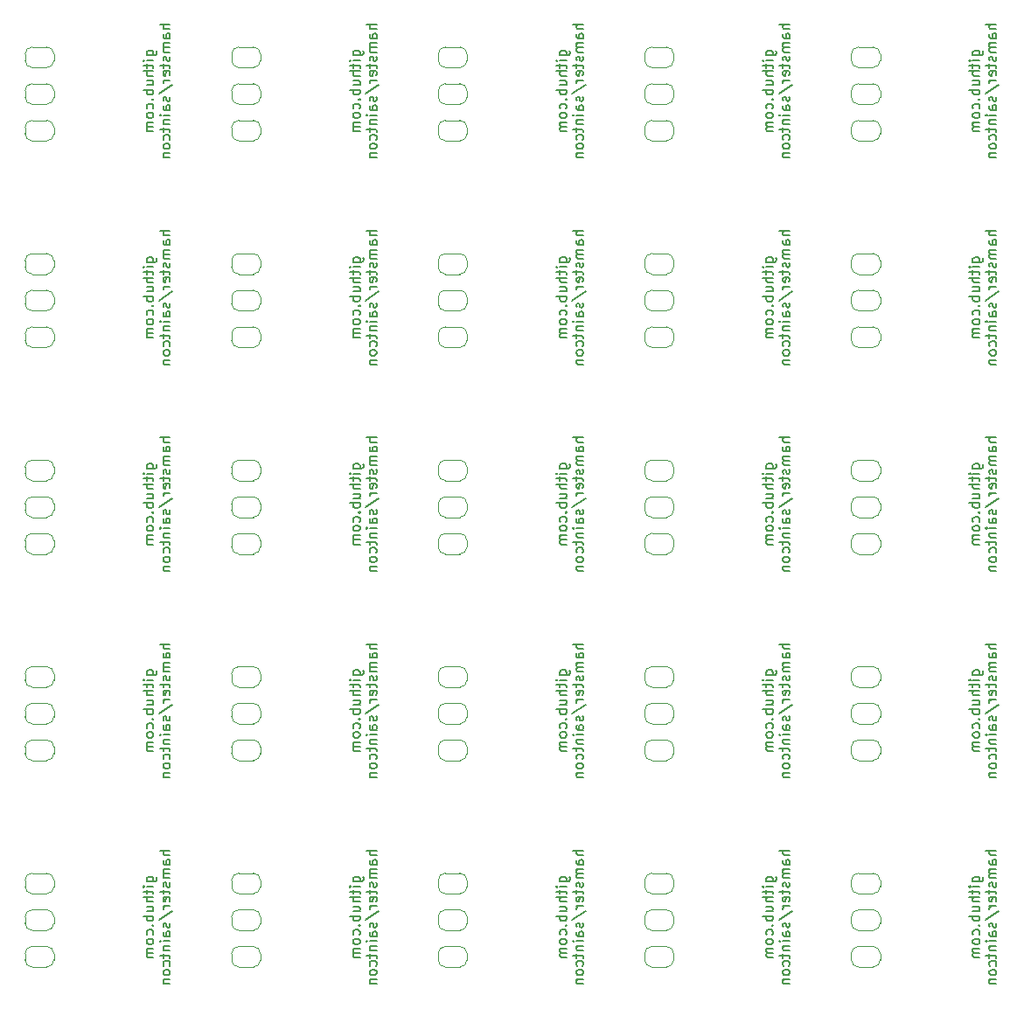
<source format=gbr>
%TF.GenerationSoftware,KiCad,Pcbnew,9.0.1*%
%TF.CreationDate,2025-08-07T10:54:26-06:00*%
%TF.ProjectId,bhc-panel,6268632d-7061-46e6-956c-2e6b69636164,rev?*%
%TF.SameCoordinates,PX5defda0PY9a7ec80*%
%TF.FileFunction,Legend,Bot*%
%TF.FilePolarity,Positive*%
%FSLAX46Y46*%
G04 Gerber Fmt 4.6, Leading zero omitted, Abs format (unit mm)*
G04 Created by KiCad (PCBNEW 9.0.1) date 2025-08-07 10:54:26*
%MOMM*%
%LPD*%
G01*
G04 APERTURE LIST*
%ADD10C,0.200000*%
%ADD11C,0.120000*%
G04 APERTURE END LIST*
D10*
X35405608Y100407381D02*
X36215132Y100407381D01*
X36215132Y100407381D02*
X36310370Y100455000D01*
X36310370Y100455000D02*
X36357989Y100502619D01*
X36357989Y100502619D02*
X36405608Y100597857D01*
X36405608Y100597857D02*
X36405608Y100740714D01*
X36405608Y100740714D02*
X36357989Y100835952D01*
X36024656Y100407381D02*
X36072275Y100502619D01*
X36072275Y100502619D02*
X36072275Y100693095D01*
X36072275Y100693095D02*
X36024656Y100788333D01*
X36024656Y100788333D02*
X35977036Y100835952D01*
X35977036Y100835952D02*
X35881798Y100883571D01*
X35881798Y100883571D02*
X35596084Y100883571D01*
X35596084Y100883571D02*
X35500846Y100835952D01*
X35500846Y100835952D02*
X35453227Y100788333D01*
X35453227Y100788333D02*
X35405608Y100693095D01*
X35405608Y100693095D02*
X35405608Y100502619D01*
X35405608Y100502619D02*
X35453227Y100407381D01*
X36072275Y99931190D02*
X35405608Y99931190D01*
X35072275Y99931190D02*
X35119894Y99978809D01*
X35119894Y99978809D02*
X35167513Y99931190D01*
X35167513Y99931190D02*
X35119894Y99883571D01*
X35119894Y99883571D02*
X35072275Y99931190D01*
X35072275Y99931190D02*
X35167513Y99931190D01*
X35405608Y99597857D02*
X35405608Y99216905D01*
X35072275Y99455000D02*
X35929417Y99455000D01*
X35929417Y99455000D02*
X36024656Y99407381D01*
X36024656Y99407381D02*
X36072275Y99312143D01*
X36072275Y99312143D02*
X36072275Y99216905D01*
X36072275Y98883571D02*
X35072275Y98883571D01*
X36072275Y98455000D02*
X35548465Y98455000D01*
X35548465Y98455000D02*
X35453227Y98502619D01*
X35453227Y98502619D02*
X35405608Y98597857D01*
X35405608Y98597857D02*
X35405608Y98740714D01*
X35405608Y98740714D02*
X35453227Y98835952D01*
X35453227Y98835952D02*
X35500846Y98883571D01*
X35405608Y97550238D02*
X36072275Y97550238D01*
X35405608Y97978809D02*
X35929417Y97978809D01*
X35929417Y97978809D02*
X36024656Y97931190D01*
X36024656Y97931190D02*
X36072275Y97835952D01*
X36072275Y97835952D02*
X36072275Y97693095D01*
X36072275Y97693095D02*
X36024656Y97597857D01*
X36024656Y97597857D02*
X35977036Y97550238D01*
X36072275Y97074047D02*
X35072275Y97074047D01*
X35453227Y97074047D02*
X35405608Y96978809D01*
X35405608Y96978809D02*
X35405608Y96788333D01*
X35405608Y96788333D02*
X35453227Y96693095D01*
X35453227Y96693095D02*
X35500846Y96645476D01*
X35500846Y96645476D02*
X35596084Y96597857D01*
X35596084Y96597857D02*
X35881798Y96597857D01*
X35881798Y96597857D02*
X35977036Y96645476D01*
X35977036Y96645476D02*
X36024656Y96693095D01*
X36024656Y96693095D02*
X36072275Y96788333D01*
X36072275Y96788333D02*
X36072275Y96978809D01*
X36072275Y96978809D02*
X36024656Y97074047D01*
X35977036Y96169285D02*
X36024656Y96121666D01*
X36024656Y96121666D02*
X36072275Y96169285D01*
X36072275Y96169285D02*
X36024656Y96216904D01*
X36024656Y96216904D02*
X35977036Y96169285D01*
X35977036Y96169285D02*
X36072275Y96169285D01*
X36024656Y95264524D02*
X36072275Y95359762D01*
X36072275Y95359762D02*
X36072275Y95550238D01*
X36072275Y95550238D02*
X36024656Y95645476D01*
X36024656Y95645476D02*
X35977036Y95693095D01*
X35977036Y95693095D02*
X35881798Y95740714D01*
X35881798Y95740714D02*
X35596084Y95740714D01*
X35596084Y95740714D02*
X35500846Y95693095D01*
X35500846Y95693095D02*
X35453227Y95645476D01*
X35453227Y95645476D02*
X35405608Y95550238D01*
X35405608Y95550238D02*
X35405608Y95359762D01*
X35405608Y95359762D02*
X35453227Y95264524D01*
X36072275Y94693095D02*
X36024656Y94788333D01*
X36024656Y94788333D02*
X35977036Y94835952D01*
X35977036Y94835952D02*
X35881798Y94883571D01*
X35881798Y94883571D02*
X35596084Y94883571D01*
X35596084Y94883571D02*
X35500846Y94835952D01*
X35500846Y94835952D02*
X35453227Y94788333D01*
X35453227Y94788333D02*
X35405608Y94693095D01*
X35405608Y94693095D02*
X35405608Y94550238D01*
X35405608Y94550238D02*
X35453227Y94455000D01*
X35453227Y94455000D02*
X35500846Y94407381D01*
X35500846Y94407381D02*
X35596084Y94359762D01*
X35596084Y94359762D02*
X35881798Y94359762D01*
X35881798Y94359762D02*
X35977036Y94407381D01*
X35977036Y94407381D02*
X36024656Y94455000D01*
X36024656Y94455000D02*
X36072275Y94550238D01*
X36072275Y94550238D02*
X36072275Y94693095D01*
X36072275Y93931190D02*
X35405608Y93931190D01*
X35500846Y93931190D02*
X35453227Y93883571D01*
X35453227Y93883571D02*
X35405608Y93788333D01*
X35405608Y93788333D02*
X35405608Y93645476D01*
X35405608Y93645476D02*
X35453227Y93550238D01*
X35453227Y93550238D02*
X35548465Y93502619D01*
X35548465Y93502619D02*
X36072275Y93502619D01*
X35548465Y93502619D02*
X35453227Y93455000D01*
X35453227Y93455000D02*
X35405608Y93359762D01*
X35405608Y93359762D02*
X35405608Y93216905D01*
X35405608Y93216905D02*
X35453227Y93121666D01*
X35453227Y93121666D02*
X35548465Y93074047D01*
X35548465Y93074047D02*
X36072275Y93074047D01*
X37682219Y103407382D02*
X36682219Y103407382D01*
X37682219Y102978811D02*
X37158409Y102978811D01*
X37158409Y102978811D02*
X37063171Y103026430D01*
X37063171Y103026430D02*
X37015552Y103121668D01*
X37015552Y103121668D02*
X37015552Y103264525D01*
X37015552Y103264525D02*
X37063171Y103359763D01*
X37063171Y103359763D02*
X37110790Y103407382D01*
X37682219Y102074049D02*
X37158409Y102074049D01*
X37158409Y102074049D02*
X37063171Y102121668D01*
X37063171Y102121668D02*
X37015552Y102216906D01*
X37015552Y102216906D02*
X37015552Y102407382D01*
X37015552Y102407382D02*
X37063171Y102502620D01*
X37634600Y102074049D02*
X37682219Y102169287D01*
X37682219Y102169287D02*
X37682219Y102407382D01*
X37682219Y102407382D02*
X37634600Y102502620D01*
X37634600Y102502620D02*
X37539361Y102550239D01*
X37539361Y102550239D02*
X37444123Y102550239D01*
X37444123Y102550239D02*
X37348885Y102502620D01*
X37348885Y102502620D02*
X37301266Y102407382D01*
X37301266Y102407382D02*
X37301266Y102169287D01*
X37301266Y102169287D02*
X37253647Y102074049D01*
X37682219Y101597858D02*
X37015552Y101597858D01*
X37110790Y101597858D02*
X37063171Y101550239D01*
X37063171Y101550239D02*
X37015552Y101455001D01*
X37015552Y101455001D02*
X37015552Y101312144D01*
X37015552Y101312144D02*
X37063171Y101216906D01*
X37063171Y101216906D02*
X37158409Y101169287D01*
X37158409Y101169287D02*
X37682219Y101169287D01*
X37158409Y101169287D02*
X37063171Y101121668D01*
X37063171Y101121668D02*
X37015552Y101026430D01*
X37015552Y101026430D02*
X37015552Y100883573D01*
X37015552Y100883573D02*
X37063171Y100788334D01*
X37063171Y100788334D02*
X37158409Y100740715D01*
X37158409Y100740715D02*
X37682219Y100740715D01*
X37634600Y100312144D02*
X37682219Y100216906D01*
X37682219Y100216906D02*
X37682219Y100026430D01*
X37682219Y100026430D02*
X37634600Y99931192D01*
X37634600Y99931192D02*
X37539361Y99883573D01*
X37539361Y99883573D02*
X37491742Y99883573D01*
X37491742Y99883573D02*
X37396504Y99931192D01*
X37396504Y99931192D02*
X37348885Y100026430D01*
X37348885Y100026430D02*
X37348885Y100169287D01*
X37348885Y100169287D02*
X37301266Y100264525D01*
X37301266Y100264525D02*
X37206028Y100312144D01*
X37206028Y100312144D02*
X37158409Y100312144D01*
X37158409Y100312144D02*
X37063171Y100264525D01*
X37063171Y100264525D02*
X37015552Y100169287D01*
X37015552Y100169287D02*
X37015552Y100026430D01*
X37015552Y100026430D02*
X37063171Y99931192D01*
X37015552Y99597858D02*
X37015552Y99216906D01*
X36682219Y99455001D02*
X37539361Y99455001D01*
X37539361Y99455001D02*
X37634600Y99407382D01*
X37634600Y99407382D02*
X37682219Y99312144D01*
X37682219Y99312144D02*
X37682219Y99216906D01*
X37634600Y98502620D02*
X37682219Y98597858D01*
X37682219Y98597858D02*
X37682219Y98788334D01*
X37682219Y98788334D02*
X37634600Y98883572D01*
X37634600Y98883572D02*
X37539361Y98931191D01*
X37539361Y98931191D02*
X37158409Y98931191D01*
X37158409Y98931191D02*
X37063171Y98883572D01*
X37063171Y98883572D02*
X37015552Y98788334D01*
X37015552Y98788334D02*
X37015552Y98597858D01*
X37015552Y98597858D02*
X37063171Y98502620D01*
X37063171Y98502620D02*
X37158409Y98455001D01*
X37158409Y98455001D02*
X37253647Y98455001D01*
X37253647Y98455001D02*
X37348885Y98931191D01*
X37682219Y98026429D02*
X37015552Y98026429D01*
X37206028Y98026429D02*
X37110790Y97978810D01*
X37110790Y97978810D02*
X37063171Y97931191D01*
X37063171Y97931191D02*
X37015552Y97835953D01*
X37015552Y97835953D02*
X37015552Y97740715D01*
X36634600Y96693096D02*
X37920314Y97550238D01*
X37634600Y96407381D02*
X37682219Y96312143D01*
X37682219Y96312143D02*
X37682219Y96121667D01*
X37682219Y96121667D02*
X37634600Y96026429D01*
X37634600Y96026429D02*
X37539361Y95978810D01*
X37539361Y95978810D02*
X37491742Y95978810D01*
X37491742Y95978810D02*
X37396504Y96026429D01*
X37396504Y96026429D02*
X37348885Y96121667D01*
X37348885Y96121667D02*
X37348885Y96264524D01*
X37348885Y96264524D02*
X37301266Y96359762D01*
X37301266Y96359762D02*
X37206028Y96407381D01*
X37206028Y96407381D02*
X37158409Y96407381D01*
X37158409Y96407381D02*
X37063171Y96359762D01*
X37063171Y96359762D02*
X37015552Y96264524D01*
X37015552Y96264524D02*
X37015552Y96121667D01*
X37015552Y96121667D02*
X37063171Y96026429D01*
X37682219Y95121667D02*
X37158409Y95121667D01*
X37158409Y95121667D02*
X37063171Y95169286D01*
X37063171Y95169286D02*
X37015552Y95264524D01*
X37015552Y95264524D02*
X37015552Y95455000D01*
X37015552Y95455000D02*
X37063171Y95550238D01*
X37634600Y95121667D02*
X37682219Y95216905D01*
X37682219Y95216905D02*
X37682219Y95455000D01*
X37682219Y95455000D02*
X37634600Y95550238D01*
X37634600Y95550238D02*
X37539361Y95597857D01*
X37539361Y95597857D02*
X37444123Y95597857D01*
X37444123Y95597857D02*
X37348885Y95550238D01*
X37348885Y95550238D02*
X37301266Y95455000D01*
X37301266Y95455000D02*
X37301266Y95216905D01*
X37301266Y95216905D02*
X37253647Y95121667D01*
X37682219Y94645476D02*
X37015552Y94645476D01*
X36682219Y94645476D02*
X36729838Y94693095D01*
X36729838Y94693095D02*
X36777457Y94645476D01*
X36777457Y94645476D02*
X36729838Y94597857D01*
X36729838Y94597857D02*
X36682219Y94645476D01*
X36682219Y94645476D02*
X36777457Y94645476D01*
X37015552Y94169286D02*
X37682219Y94169286D01*
X37110790Y94169286D02*
X37063171Y94121667D01*
X37063171Y94121667D02*
X37015552Y94026429D01*
X37015552Y94026429D02*
X37015552Y93883572D01*
X37015552Y93883572D02*
X37063171Y93788334D01*
X37063171Y93788334D02*
X37158409Y93740715D01*
X37158409Y93740715D02*
X37682219Y93740715D01*
X37015552Y93407381D02*
X37015552Y93026429D01*
X36682219Y93264524D02*
X37539361Y93264524D01*
X37539361Y93264524D02*
X37634600Y93216905D01*
X37634600Y93216905D02*
X37682219Y93121667D01*
X37682219Y93121667D02*
X37682219Y93026429D01*
X37634600Y92264524D02*
X37682219Y92359762D01*
X37682219Y92359762D02*
X37682219Y92550238D01*
X37682219Y92550238D02*
X37634600Y92645476D01*
X37634600Y92645476D02*
X37586980Y92693095D01*
X37586980Y92693095D02*
X37491742Y92740714D01*
X37491742Y92740714D02*
X37206028Y92740714D01*
X37206028Y92740714D02*
X37110790Y92693095D01*
X37110790Y92693095D02*
X37063171Y92645476D01*
X37063171Y92645476D02*
X37015552Y92550238D01*
X37015552Y92550238D02*
X37015552Y92359762D01*
X37015552Y92359762D02*
X37063171Y92264524D01*
X37682219Y91693095D02*
X37634600Y91788333D01*
X37634600Y91788333D02*
X37586980Y91835952D01*
X37586980Y91835952D02*
X37491742Y91883571D01*
X37491742Y91883571D02*
X37206028Y91883571D01*
X37206028Y91883571D02*
X37110790Y91835952D01*
X37110790Y91835952D02*
X37063171Y91788333D01*
X37063171Y91788333D02*
X37015552Y91693095D01*
X37015552Y91693095D02*
X37015552Y91550238D01*
X37015552Y91550238D02*
X37063171Y91455000D01*
X37063171Y91455000D02*
X37110790Y91407381D01*
X37110790Y91407381D02*
X37206028Y91359762D01*
X37206028Y91359762D02*
X37491742Y91359762D01*
X37491742Y91359762D02*
X37586980Y91407381D01*
X37586980Y91407381D02*
X37634600Y91455000D01*
X37634600Y91455000D02*
X37682219Y91550238D01*
X37682219Y91550238D02*
X37682219Y91693095D01*
X37015552Y90931190D02*
X37682219Y90931190D01*
X37110790Y90931190D02*
X37063171Y90883571D01*
X37063171Y90883571D02*
X37015552Y90788333D01*
X37015552Y90788333D02*
X37015552Y90645476D01*
X37015552Y90645476D02*
X37063171Y90550238D01*
X37063171Y90550238D02*
X37158409Y90502619D01*
X37158409Y90502619D02*
X37682219Y90502619D01*
X75405608Y80407381D02*
X76215132Y80407381D01*
X76215132Y80407381D02*
X76310370Y80455000D01*
X76310370Y80455000D02*
X76357989Y80502619D01*
X76357989Y80502619D02*
X76405608Y80597857D01*
X76405608Y80597857D02*
X76405608Y80740714D01*
X76405608Y80740714D02*
X76357989Y80835952D01*
X76024656Y80407381D02*
X76072275Y80502619D01*
X76072275Y80502619D02*
X76072275Y80693095D01*
X76072275Y80693095D02*
X76024656Y80788333D01*
X76024656Y80788333D02*
X75977036Y80835952D01*
X75977036Y80835952D02*
X75881798Y80883571D01*
X75881798Y80883571D02*
X75596084Y80883571D01*
X75596084Y80883571D02*
X75500846Y80835952D01*
X75500846Y80835952D02*
X75453227Y80788333D01*
X75453227Y80788333D02*
X75405608Y80693095D01*
X75405608Y80693095D02*
X75405608Y80502619D01*
X75405608Y80502619D02*
X75453227Y80407381D01*
X76072275Y79931190D02*
X75405608Y79931190D01*
X75072275Y79931190D02*
X75119894Y79978809D01*
X75119894Y79978809D02*
X75167513Y79931190D01*
X75167513Y79931190D02*
X75119894Y79883571D01*
X75119894Y79883571D02*
X75072275Y79931190D01*
X75072275Y79931190D02*
X75167513Y79931190D01*
X75405608Y79597857D02*
X75405608Y79216905D01*
X75072275Y79455000D02*
X75929417Y79455000D01*
X75929417Y79455000D02*
X76024656Y79407381D01*
X76024656Y79407381D02*
X76072275Y79312143D01*
X76072275Y79312143D02*
X76072275Y79216905D01*
X76072275Y78883571D02*
X75072275Y78883571D01*
X76072275Y78455000D02*
X75548465Y78455000D01*
X75548465Y78455000D02*
X75453227Y78502619D01*
X75453227Y78502619D02*
X75405608Y78597857D01*
X75405608Y78597857D02*
X75405608Y78740714D01*
X75405608Y78740714D02*
X75453227Y78835952D01*
X75453227Y78835952D02*
X75500846Y78883571D01*
X75405608Y77550238D02*
X76072275Y77550238D01*
X75405608Y77978809D02*
X75929417Y77978809D01*
X75929417Y77978809D02*
X76024656Y77931190D01*
X76024656Y77931190D02*
X76072275Y77835952D01*
X76072275Y77835952D02*
X76072275Y77693095D01*
X76072275Y77693095D02*
X76024656Y77597857D01*
X76024656Y77597857D02*
X75977036Y77550238D01*
X76072275Y77074047D02*
X75072275Y77074047D01*
X75453227Y77074047D02*
X75405608Y76978809D01*
X75405608Y76978809D02*
X75405608Y76788333D01*
X75405608Y76788333D02*
X75453227Y76693095D01*
X75453227Y76693095D02*
X75500846Y76645476D01*
X75500846Y76645476D02*
X75596084Y76597857D01*
X75596084Y76597857D02*
X75881798Y76597857D01*
X75881798Y76597857D02*
X75977036Y76645476D01*
X75977036Y76645476D02*
X76024656Y76693095D01*
X76024656Y76693095D02*
X76072275Y76788333D01*
X76072275Y76788333D02*
X76072275Y76978809D01*
X76072275Y76978809D02*
X76024656Y77074047D01*
X75977036Y76169285D02*
X76024656Y76121666D01*
X76024656Y76121666D02*
X76072275Y76169285D01*
X76072275Y76169285D02*
X76024656Y76216904D01*
X76024656Y76216904D02*
X75977036Y76169285D01*
X75977036Y76169285D02*
X76072275Y76169285D01*
X76024656Y75264524D02*
X76072275Y75359762D01*
X76072275Y75359762D02*
X76072275Y75550238D01*
X76072275Y75550238D02*
X76024656Y75645476D01*
X76024656Y75645476D02*
X75977036Y75693095D01*
X75977036Y75693095D02*
X75881798Y75740714D01*
X75881798Y75740714D02*
X75596084Y75740714D01*
X75596084Y75740714D02*
X75500846Y75693095D01*
X75500846Y75693095D02*
X75453227Y75645476D01*
X75453227Y75645476D02*
X75405608Y75550238D01*
X75405608Y75550238D02*
X75405608Y75359762D01*
X75405608Y75359762D02*
X75453227Y75264524D01*
X76072275Y74693095D02*
X76024656Y74788333D01*
X76024656Y74788333D02*
X75977036Y74835952D01*
X75977036Y74835952D02*
X75881798Y74883571D01*
X75881798Y74883571D02*
X75596084Y74883571D01*
X75596084Y74883571D02*
X75500846Y74835952D01*
X75500846Y74835952D02*
X75453227Y74788333D01*
X75453227Y74788333D02*
X75405608Y74693095D01*
X75405608Y74693095D02*
X75405608Y74550238D01*
X75405608Y74550238D02*
X75453227Y74455000D01*
X75453227Y74455000D02*
X75500846Y74407381D01*
X75500846Y74407381D02*
X75596084Y74359762D01*
X75596084Y74359762D02*
X75881798Y74359762D01*
X75881798Y74359762D02*
X75977036Y74407381D01*
X75977036Y74407381D02*
X76024656Y74455000D01*
X76024656Y74455000D02*
X76072275Y74550238D01*
X76072275Y74550238D02*
X76072275Y74693095D01*
X76072275Y73931190D02*
X75405608Y73931190D01*
X75500846Y73931190D02*
X75453227Y73883571D01*
X75453227Y73883571D02*
X75405608Y73788333D01*
X75405608Y73788333D02*
X75405608Y73645476D01*
X75405608Y73645476D02*
X75453227Y73550238D01*
X75453227Y73550238D02*
X75548465Y73502619D01*
X75548465Y73502619D02*
X76072275Y73502619D01*
X75548465Y73502619D02*
X75453227Y73455000D01*
X75453227Y73455000D02*
X75405608Y73359762D01*
X75405608Y73359762D02*
X75405608Y73216905D01*
X75405608Y73216905D02*
X75453227Y73121666D01*
X75453227Y73121666D02*
X75548465Y73074047D01*
X75548465Y73074047D02*
X76072275Y73074047D01*
X77682219Y83407382D02*
X76682219Y83407382D01*
X77682219Y82978811D02*
X77158409Y82978811D01*
X77158409Y82978811D02*
X77063171Y83026430D01*
X77063171Y83026430D02*
X77015552Y83121668D01*
X77015552Y83121668D02*
X77015552Y83264525D01*
X77015552Y83264525D02*
X77063171Y83359763D01*
X77063171Y83359763D02*
X77110790Y83407382D01*
X77682219Y82074049D02*
X77158409Y82074049D01*
X77158409Y82074049D02*
X77063171Y82121668D01*
X77063171Y82121668D02*
X77015552Y82216906D01*
X77015552Y82216906D02*
X77015552Y82407382D01*
X77015552Y82407382D02*
X77063171Y82502620D01*
X77634600Y82074049D02*
X77682219Y82169287D01*
X77682219Y82169287D02*
X77682219Y82407382D01*
X77682219Y82407382D02*
X77634600Y82502620D01*
X77634600Y82502620D02*
X77539361Y82550239D01*
X77539361Y82550239D02*
X77444123Y82550239D01*
X77444123Y82550239D02*
X77348885Y82502620D01*
X77348885Y82502620D02*
X77301266Y82407382D01*
X77301266Y82407382D02*
X77301266Y82169287D01*
X77301266Y82169287D02*
X77253647Y82074049D01*
X77682219Y81597858D02*
X77015552Y81597858D01*
X77110790Y81597858D02*
X77063171Y81550239D01*
X77063171Y81550239D02*
X77015552Y81455001D01*
X77015552Y81455001D02*
X77015552Y81312144D01*
X77015552Y81312144D02*
X77063171Y81216906D01*
X77063171Y81216906D02*
X77158409Y81169287D01*
X77158409Y81169287D02*
X77682219Y81169287D01*
X77158409Y81169287D02*
X77063171Y81121668D01*
X77063171Y81121668D02*
X77015552Y81026430D01*
X77015552Y81026430D02*
X77015552Y80883573D01*
X77015552Y80883573D02*
X77063171Y80788334D01*
X77063171Y80788334D02*
X77158409Y80740715D01*
X77158409Y80740715D02*
X77682219Y80740715D01*
X77634600Y80312144D02*
X77682219Y80216906D01*
X77682219Y80216906D02*
X77682219Y80026430D01*
X77682219Y80026430D02*
X77634600Y79931192D01*
X77634600Y79931192D02*
X77539361Y79883573D01*
X77539361Y79883573D02*
X77491742Y79883573D01*
X77491742Y79883573D02*
X77396504Y79931192D01*
X77396504Y79931192D02*
X77348885Y80026430D01*
X77348885Y80026430D02*
X77348885Y80169287D01*
X77348885Y80169287D02*
X77301266Y80264525D01*
X77301266Y80264525D02*
X77206028Y80312144D01*
X77206028Y80312144D02*
X77158409Y80312144D01*
X77158409Y80312144D02*
X77063171Y80264525D01*
X77063171Y80264525D02*
X77015552Y80169287D01*
X77015552Y80169287D02*
X77015552Y80026430D01*
X77015552Y80026430D02*
X77063171Y79931192D01*
X77015552Y79597858D02*
X77015552Y79216906D01*
X76682219Y79455001D02*
X77539361Y79455001D01*
X77539361Y79455001D02*
X77634600Y79407382D01*
X77634600Y79407382D02*
X77682219Y79312144D01*
X77682219Y79312144D02*
X77682219Y79216906D01*
X77634600Y78502620D02*
X77682219Y78597858D01*
X77682219Y78597858D02*
X77682219Y78788334D01*
X77682219Y78788334D02*
X77634600Y78883572D01*
X77634600Y78883572D02*
X77539361Y78931191D01*
X77539361Y78931191D02*
X77158409Y78931191D01*
X77158409Y78931191D02*
X77063171Y78883572D01*
X77063171Y78883572D02*
X77015552Y78788334D01*
X77015552Y78788334D02*
X77015552Y78597858D01*
X77015552Y78597858D02*
X77063171Y78502620D01*
X77063171Y78502620D02*
X77158409Y78455001D01*
X77158409Y78455001D02*
X77253647Y78455001D01*
X77253647Y78455001D02*
X77348885Y78931191D01*
X77682219Y78026429D02*
X77015552Y78026429D01*
X77206028Y78026429D02*
X77110790Y77978810D01*
X77110790Y77978810D02*
X77063171Y77931191D01*
X77063171Y77931191D02*
X77015552Y77835953D01*
X77015552Y77835953D02*
X77015552Y77740715D01*
X76634600Y76693096D02*
X77920314Y77550238D01*
X77634600Y76407381D02*
X77682219Y76312143D01*
X77682219Y76312143D02*
X77682219Y76121667D01*
X77682219Y76121667D02*
X77634600Y76026429D01*
X77634600Y76026429D02*
X77539361Y75978810D01*
X77539361Y75978810D02*
X77491742Y75978810D01*
X77491742Y75978810D02*
X77396504Y76026429D01*
X77396504Y76026429D02*
X77348885Y76121667D01*
X77348885Y76121667D02*
X77348885Y76264524D01*
X77348885Y76264524D02*
X77301266Y76359762D01*
X77301266Y76359762D02*
X77206028Y76407381D01*
X77206028Y76407381D02*
X77158409Y76407381D01*
X77158409Y76407381D02*
X77063171Y76359762D01*
X77063171Y76359762D02*
X77015552Y76264524D01*
X77015552Y76264524D02*
X77015552Y76121667D01*
X77015552Y76121667D02*
X77063171Y76026429D01*
X77682219Y75121667D02*
X77158409Y75121667D01*
X77158409Y75121667D02*
X77063171Y75169286D01*
X77063171Y75169286D02*
X77015552Y75264524D01*
X77015552Y75264524D02*
X77015552Y75455000D01*
X77015552Y75455000D02*
X77063171Y75550238D01*
X77634600Y75121667D02*
X77682219Y75216905D01*
X77682219Y75216905D02*
X77682219Y75455000D01*
X77682219Y75455000D02*
X77634600Y75550238D01*
X77634600Y75550238D02*
X77539361Y75597857D01*
X77539361Y75597857D02*
X77444123Y75597857D01*
X77444123Y75597857D02*
X77348885Y75550238D01*
X77348885Y75550238D02*
X77301266Y75455000D01*
X77301266Y75455000D02*
X77301266Y75216905D01*
X77301266Y75216905D02*
X77253647Y75121667D01*
X77682219Y74645476D02*
X77015552Y74645476D01*
X76682219Y74645476D02*
X76729838Y74693095D01*
X76729838Y74693095D02*
X76777457Y74645476D01*
X76777457Y74645476D02*
X76729838Y74597857D01*
X76729838Y74597857D02*
X76682219Y74645476D01*
X76682219Y74645476D02*
X76777457Y74645476D01*
X77015552Y74169286D02*
X77682219Y74169286D01*
X77110790Y74169286D02*
X77063171Y74121667D01*
X77063171Y74121667D02*
X77015552Y74026429D01*
X77015552Y74026429D02*
X77015552Y73883572D01*
X77015552Y73883572D02*
X77063171Y73788334D01*
X77063171Y73788334D02*
X77158409Y73740715D01*
X77158409Y73740715D02*
X77682219Y73740715D01*
X77015552Y73407381D02*
X77015552Y73026429D01*
X76682219Y73264524D02*
X77539361Y73264524D01*
X77539361Y73264524D02*
X77634600Y73216905D01*
X77634600Y73216905D02*
X77682219Y73121667D01*
X77682219Y73121667D02*
X77682219Y73026429D01*
X77634600Y72264524D02*
X77682219Y72359762D01*
X77682219Y72359762D02*
X77682219Y72550238D01*
X77682219Y72550238D02*
X77634600Y72645476D01*
X77634600Y72645476D02*
X77586980Y72693095D01*
X77586980Y72693095D02*
X77491742Y72740714D01*
X77491742Y72740714D02*
X77206028Y72740714D01*
X77206028Y72740714D02*
X77110790Y72693095D01*
X77110790Y72693095D02*
X77063171Y72645476D01*
X77063171Y72645476D02*
X77015552Y72550238D01*
X77015552Y72550238D02*
X77015552Y72359762D01*
X77015552Y72359762D02*
X77063171Y72264524D01*
X77682219Y71693095D02*
X77634600Y71788333D01*
X77634600Y71788333D02*
X77586980Y71835952D01*
X77586980Y71835952D02*
X77491742Y71883571D01*
X77491742Y71883571D02*
X77206028Y71883571D01*
X77206028Y71883571D02*
X77110790Y71835952D01*
X77110790Y71835952D02*
X77063171Y71788333D01*
X77063171Y71788333D02*
X77015552Y71693095D01*
X77015552Y71693095D02*
X77015552Y71550238D01*
X77015552Y71550238D02*
X77063171Y71455000D01*
X77063171Y71455000D02*
X77110790Y71407381D01*
X77110790Y71407381D02*
X77206028Y71359762D01*
X77206028Y71359762D02*
X77491742Y71359762D01*
X77491742Y71359762D02*
X77586980Y71407381D01*
X77586980Y71407381D02*
X77634600Y71455000D01*
X77634600Y71455000D02*
X77682219Y71550238D01*
X77682219Y71550238D02*
X77682219Y71693095D01*
X77015552Y70931190D02*
X77682219Y70931190D01*
X77110790Y70931190D02*
X77063171Y70883571D01*
X77063171Y70883571D02*
X77015552Y70788333D01*
X77015552Y70788333D02*
X77015552Y70645476D01*
X77015552Y70645476D02*
X77063171Y70550238D01*
X77063171Y70550238D02*
X77158409Y70502619D01*
X77158409Y70502619D02*
X77682219Y70502619D01*
X55405608Y40407381D02*
X56215132Y40407381D01*
X56215132Y40407381D02*
X56310370Y40455000D01*
X56310370Y40455000D02*
X56357989Y40502619D01*
X56357989Y40502619D02*
X56405608Y40597857D01*
X56405608Y40597857D02*
X56405608Y40740714D01*
X56405608Y40740714D02*
X56357989Y40835952D01*
X56024656Y40407381D02*
X56072275Y40502619D01*
X56072275Y40502619D02*
X56072275Y40693095D01*
X56072275Y40693095D02*
X56024656Y40788333D01*
X56024656Y40788333D02*
X55977036Y40835952D01*
X55977036Y40835952D02*
X55881798Y40883571D01*
X55881798Y40883571D02*
X55596084Y40883571D01*
X55596084Y40883571D02*
X55500846Y40835952D01*
X55500846Y40835952D02*
X55453227Y40788333D01*
X55453227Y40788333D02*
X55405608Y40693095D01*
X55405608Y40693095D02*
X55405608Y40502619D01*
X55405608Y40502619D02*
X55453227Y40407381D01*
X56072275Y39931190D02*
X55405608Y39931190D01*
X55072275Y39931190D02*
X55119894Y39978809D01*
X55119894Y39978809D02*
X55167513Y39931190D01*
X55167513Y39931190D02*
X55119894Y39883571D01*
X55119894Y39883571D02*
X55072275Y39931190D01*
X55072275Y39931190D02*
X55167513Y39931190D01*
X55405608Y39597857D02*
X55405608Y39216905D01*
X55072275Y39455000D02*
X55929417Y39455000D01*
X55929417Y39455000D02*
X56024656Y39407381D01*
X56024656Y39407381D02*
X56072275Y39312143D01*
X56072275Y39312143D02*
X56072275Y39216905D01*
X56072275Y38883571D02*
X55072275Y38883571D01*
X56072275Y38455000D02*
X55548465Y38455000D01*
X55548465Y38455000D02*
X55453227Y38502619D01*
X55453227Y38502619D02*
X55405608Y38597857D01*
X55405608Y38597857D02*
X55405608Y38740714D01*
X55405608Y38740714D02*
X55453227Y38835952D01*
X55453227Y38835952D02*
X55500846Y38883571D01*
X55405608Y37550238D02*
X56072275Y37550238D01*
X55405608Y37978809D02*
X55929417Y37978809D01*
X55929417Y37978809D02*
X56024656Y37931190D01*
X56024656Y37931190D02*
X56072275Y37835952D01*
X56072275Y37835952D02*
X56072275Y37693095D01*
X56072275Y37693095D02*
X56024656Y37597857D01*
X56024656Y37597857D02*
X55977036Y37550238D01*
X56072275Y37074047D02*
X55072275Y37074047D01*
X55453227Y37074047D02*
X55405608Y36978809D01*
X55405608Y36978809D02*
X55405608Y36788333D01*
X55405608Y36788333D02*
X55453227Y36693095D01*
X55453227Y36693095D02*
X55500846Y36645476D01*
X55500846Y36645476D02*
X55596084Y36597857D01*
X55596084Y36597857D02*
X55881798Y36597857D01*
X55881798Y36597857D02*
X55977036Y36645476D01*
X55977036Y36645476D02*
X56024656Y36693095D01*
X56024656Y36693095D02*
X56072275Y36788333D01*
X56072275Y36788333D02*
X56072275Y36978809D01*
X56072275Y36978809D02*
X56024656Y37074047D01*
X55977036Y36169285D02*
X56024656Y36121666D01*
X56024656Y36121666D02*
X56072275Y36169285D01*
X56072275Y36169285D02*
X56024656Y36216904D01*
X56024656Y36216904D02*
X55977036Y36169285D01*
X55977036Y36169285D02*
X56072275Y36169285D01*
X56024656Y35264524D02*
X56072275Y35359762D01*
X56072275Y35359762D02*
X56072275Y35550238D01*
X56072275Y35550238D02*
X56024656Y35645476D01*
X56024656Y35645476D02*
X55977036Y35693095D01*
X55977036Y35693095D02*
X55881798Y35740714D01*
X55881798Y35740714D02*
X55596084Y35740714D01*
X55596084Y35740714D02*
X55500846Y35693095D01*
X55500846Y35693095D02*
X55453227Y35645476D01*
X55453227Y35645476D02*
X55405608Y35550238D01*
X55405608Y35550238D02*
X55405608Y35359762D01*
X55405608Y35359762D02*
X55453227Y35264524D01*
X56072275Y34693095D02*
X56024656Y34788333D01*
X56024656Y34788333D02*
X55977036Y34835952D01*
X55977036Y34835952D02*
X55881798Y34883571D01*
X55881798Y34883571D02*
X55596084Y34883571D01*
X55596084Y34883571D02*
X55500846Y34835952D01*
X55500846Y34835952D02*
X55453227Y34788333D01*
X55453227Y34788333D02*
X55405608Y34693095D01*
X55405608Y34693095D02*
X55405608Y34550238D01*
X55405608Y34550238D02*
X55453227Y34455000D01*
X55453227Y34455000D02*
X55500846Y34407381D01*
X55500846Y34407381D02*
X55596084Y34359762D01*
X55596084Y34359762D02*
X55881798Y34359762D01*
X55881798Y34359762D02*
X55977036Y34407381D01*
X55977036Y34407381D02*
X56024656Y34455000D01*
X56024656Y34455000D02*
X56072275Y34550238D01*
X56072275Y34550238D02*
X56072275Y34693095D01*
X56072275Y33931190D02*
X55405608Y33931190D01*
X55500846Y33931190D02*
X55453227Y33883571D01*
X55453227Y33883571D02*
X55405608Y33788333D01*
X55405608Y33788333D02*
X55405608Y33645476D01*
X55405608Y33645476D02*
X55453227Y33550238D01*
X55453227Y33550238D02*
X55548465Y33502619D01*
X55548465Y33502619D02*
X56072275Y33502619D01*
X55548465Y33502619D02*
X55453227Y33455000D01*
X55453227Y33455000D02*
X55405608Y33359762D01*
X55405608Y33359762D02*
X55405608Y33216905D01*
X55405608Y33216905D02*
X55453227Y33121666D01*
X55453227Y33121666D02*
X55548465Y33074047D01*
X55548465Y33074047D02*
X56072275Y33074047D01*
X57682219Y43407382D02*
X56682219Y43407382D01*
X57682219Y42978811D02*
X57158409Y42978811D01*
X57158409Y42978811D02*
X57063171Y43026430D01*
X57063171Y43026430D02*
X57015552Y43121668D01*
X57015552Y43121668D02*
X57015552Y43264525D01*
X57015552Y43264525D02*
X57063171Y43359763D01*
X57063171Y43359763D02*
X57110790Y43407382D01*
X57682219Y42074049D02*
X57158409Y42074049D01*
X57158409Y42074049D02*
X57063171Y42121668D01*
X57063171Y42121668D02*
X57015552Y42216906D01*
X57015552Y42216906D02*
X57015552Y42407382D01*
X57015552Y42407382D02*
X57063171Y42502620D01*
X57634600Y42074049D02*
X57682219Y42169287D01*
X57682219Y42169287D02*
X57682219Y42407382D01*
X57682219Y42407382D02*
X57634600Y42502620D01*
X57634600Y42502620D02*
X57539361Y42550239D01*
X57539361Y42550239D02*
X57444123Y42550239D01*
X57444123Y42550239D02*
X57348885Y42502620D01*
X57348885Y42502620D02*
X57301266Y42407382D01*
X57301266Y42407382D02*
X57301266Y42169287D01*
X57301266Y42169287D02*
X57253647Y42074049D01*
X57682219Y41597858D02*
X57015552Y41597858D01*
X57110790Y41597858D02*
X57063171Y41550239D01*
X57063171Y41550239D02*
X57015552Y41455001D01*
X57015552Y41455001D02*
X57015552Y41312144D01*
X57015552Y41312144D02*
X57063171Y41216906D01*
X57063171Y41216906D02*
X57158409Y41169287D01*
X57158409Y41169287D02*
X57682219Y41169287D01*
X57158409Y41169287D02*
X57063171Y41121668D01*
X57063171Y41121668D02*
X57015552Y41026430D01*
X57015552Y41026430D02*
X57015552Y40883573D01*
X57015552Y40883573D02*
X57063171Y40788334D01*
X57063171Y40788334D02*
X57158409Y40740715D01*
X57158409Y40740715D02*
X57682219Y40740715D01*
X57634600Y40312144D02*
X57682219Y40216906D01*
X57682219Y40216906D02*
X57682219Y40026430D01*
X57682219Y40026430D02*
X57634600Y39931192D01*
X57634600Y39931192D02*
X57539361Y39883573D01*
X57539361Y39883573D02*
X57491742Y39883573D01*
X57491742Y39883573D02*
X57396504Y39931192D01*
X57396504Y39931192D02*
X57348885Y40026430D01*
X57348885Y40026430D02*
X57348885Y40169287D01*
X57348885Y40169287D02*
X57301266Y40264525D01*
X57301266Y40264525D02*
X57206028Y40312144D01*
X57206028Y40312144D02*
X57158409Y40312144D01*
X57158409Y40312144D02*
X57063171Y40264525D01*
X57063171Y40264525D02*
X57015552Y40169287D01*
X57015552Y40169287D02*
X57015552Y40026430D01*
X57015552Y40026430D02*
X57063171Y39931192D01*
X57015552Y39597858D02*
X57015552Y39216906D01*
X56682219Y39455001D02*
X57539361Y39455001D01*
X57539361Y39455001D02*
X57634600Y39407382D01*
X57634600Y39407382D02*
X57682219Y39312144D01*
X57682219Y39312144D02*
X57682219Y39216906D01*
X57634600Y38502620D02*
X57682219Y38597858D01*
X57682219Y38597858D02*
X57682219Y38788334D01*
X57682219Y38788334D02*
X57634600Y38883572D01*
X57634600Y38883572D02*
X57539361Y38931191D01*
X57539361Y38931191D02*
X57158409Y38931191D01*
X57158409Y38931191D02*
X57063171Y38883572D01*
X57063171Y38883572D02*
X57015552Y38788334D01*
X57015552Y38788334D02*
X57015552Y38597858D01*
X57015552Y38597858D02*
X57063171Y38502620D01*
X57063171Y38502620D02*
X57158409Y38455001D01*
X57158409Y38455001D02*
X57253647Y38455001D01*
X57253647Y38455001D02*
X57348885Y38931191D01*
X57682219Y38026429D02*
X57015552Y38026429D01*
X57206028Y38026429D02*
X57110790Y37978810D01*
X57110790Y37978810D02*
X57063171Y37931191D01*
X57063171Y37931191D02*
X57015552Y37835953D01*
X57015552Y37835953D02*
X57015552Y37740715D01*
X56634600Y36693096D02*
X57920314Y37550238D01*
X57634600Y36407381D02*
X57682219Y36312143D01*
X57682219Y36312143D02*
X57682219Y36121667D01*
X57682219Y36121667D02*
X57634600Y36026429D01*
X57634600Y36026429D02*
X57539361Y35978810D01*
X57539361Y35978810D02*
X57491742Y35978810D01*
X57491742Y35978810D02*
X57396504Y36026429D01*
X57396504Y36026429D02*
X57348885Y36121667D01*
X57348885Y36121667D02*
X57348885Y36264524D01*
X57348885Y36264524D02*
X57301266Y36359762D01*
X57301266Y36359762D02*
X57206028Y36407381D01*
X57206028Y36407381D02*
X57158409Y36407381D01*
X57158409Y36407381D02*
X57063171Y36359762D01*
X57063171Y36359762D02*
X57015552Y36264524D01*
X57015552Y36264524D02*
X57015552Y36121667D01*
X57015552Y36121667D02*
X57063171Y36026429D01*
X57682219Y35121667D02*
X57158409Y35121667D01*
X57158409Y35121667D02*
X57063171Y35169286D01*
X57063171Y35169286D02*
X57015552Y35264524D01*
X57015552Y35264524D02*
X57015552Y35455000D01*
X57015552Y35455000D02*
X57063171Y35550238D01*
X57634600Y35121667D02*
X57682219Y35216905D01*
X57682219Y35216905D02*
X57682219Y35455000D01*
X57682219Y35455000D02*
X57634600Y35550238D01*
X57634600Y35550238D02*
X57539361Y35597857D01*
X57539361Y35597857D02*
X57444123Y35597857D01*
X57444123Y35597857D02*
X57348885Y35550238D01*
X57348885Y35550238D02*
X57301266Y35455000D01*
X57301266Y35455000D02*
X57301266Y35216905D01*
X57301266Y35216905D02*
X57253647Y35121667D01*
X57682219Y34645476D02*
X57015552Y34645476D01*
X56682219Y34645476D02*
X56729838Y34693095D01*
X56729838Y34693095D02*
X56777457Y34645476D01*
X56777457Y34645476D02*
X56729838Y34597857D01*
X56729838Y34597857D02*
X56682219Y34645476D01*
X56682219Y34645476D02*
X56777457Y34645476D01*
X57015552Y34169286D02*
X57682219Y34169286D01*
X57110790Y34169286D02*
X57063171Y34121667D01*
X57063171Y34121667D02*
X57015552Y34026429D01*
X57015552Y34026429D02*
X57015552Y33883572D01*
X57015552Y33883572D02*
X57063171Y33788334D01*
X57063171Y33788334D02*
X57158409Y33740715D01*
X57158409Y33740715D02*
X57682219Y33740715D01*
X57015552Y33407381D02*
X57015552Y33026429D01*
X56682219Y33264524D02*
X57539361Y33264524D01*
X57539361Y33264524D02*
X57634600Y33216905D01*
X57634600Y33216905D02*
X57682219Y33121667D01*
X57682219Y33121667D02*
X57682219Y33026429D01*
X57634600Y32264524D02*
X57682219Y32359762D01*
X57682219Y32359762D02*
X57682219Y32550238D01*
X57682219Y32550238D02*
X57634600Y32645476D01*
X57634600Y32645476D02*
X57586980Y32693095D01*
X57586980Y32693095D02*
X57491742Y32740714D01*
X57491742Y32740714D02*
X57206028Y32740714D01*
X57206028Y32740714D02*
X57110790Y32693095D01*
X57110790Y32693095D02*
X57063171Y32645476D01*
X57063171Y32645476D02*
X57015552Y32550238D01*
X57015552Y32550238D02*
X57015552Y32359762D01*
X57015552Y32359762D02*
X57063171Y32264524D01*
X57682219Y31693095D02*
X57634600Y31788333D01*
X57634600Y31788333D02*
X57586980Y31835952D01*
X57586980Y31835952D02*
X57491742Y31883571D01*
X57491742Y31883571D02*
X57206028Y31883571D01*
X57206028Y31883571D02*
X57110790Y31835952D01*
X57110790Y31835952D02*
X57063171Y31788333D01*
X57063171Y31788333D02*
X57015552Y31693095D01*
X57015552Y31693095D02*
X57015552Y31550238D01*
X57015552Y31550238D02*
X57063171Y31455000D01*
X57063171Y31455000D02*
X57110790Y31407381D01*
X57110790Y31407381D02*
X57206028Y31359762D01*
X57206028Y31359762D02*
X57491742Y31359762D01*
X57491742Y31359762D02*
X57586980Y31407381D01*
X57586980Y31407381D02*
X57634600Y31455000D01*
X57634600Y31455000D02*
X57682219Y31550238D01*
X57682219Y31550238D02*
X57682219Y31693095D01*
X57015552Y30931190D02*
X57682219Y30931190D01*
X57110790Y30931190D02*
X57063171Y30883571D01*
X57063171Y30883571D02*
X57015552Y30788333D01*
X57015552Y30788333D02*
X57015552Y30645476D01*
X57015552Y30645476D02*
X57063171Y30550238D01*
X57063171Y30550238D02*
X57158409Y30502619D01*
X57158409Y30502619D02*
X57682219Y30502619D01*
X95405608Y100407381D02*
X96215132Y100407381D01*
X96215132Y100407381D02*
X96310370Y100455000D01*
X96310370Y100455000D02*
X96357989Y100502619D01*
X96357989Y100502619D02*
X96405608Y100597857D01*
X96405608Y100597857D02*
X96405608Y100740714D01*
X96405608Y100740714D02*
X96357989Y100835952D01*
X96024656Y100407381D02*
X96072275Y100502619D01*
X96072275Y100502619D02*
X96072275Y100693095D01*
X96072275Y100693095D02*
X96024656Y100788333D01*
X96024656Y100788333D02*
X95977036Y100835952D01*
X95977036Y100835952D02*
X95881798Y100883571D01*
X95881798Y100883571D02*
X95596084Y100883571D01*
X95596084Y100883571D02*
X95500846Y100835952D01*
X95500846Y100835952D02*
X95453227Y100788333D01*
X95453227Y100788333D02*
X95405608Y100693095D01*
X95405608Y100693095D02*
X95405608Y100502619D01*
X95405608Y100502619D02*
X95453227Y100407381D01*
X96072275Y99931190D02*
X95405608Y99931190D01*
X95072275Y99931190D02*
X95119894Y99978809D01*
X95119894Y99978809D02*
X95167513Y99931190D01*
X95167513Y99931190D02*
X95119894Y99883571D01*
X95119894Y99883571D02*
X95072275Y99931190D01*
X95072275Y99931190D02*
X95167513Y99931190D01*
X95405608Y99597857D02*
X95405608Y99216905D01*
X95072275Y99455000D02*
X95929417Y99455000D01*
X95929417Y99455000D02*
X96024656Y99407381D01*
X96024656Y99407381D02*
X96072275Y99312143D01*
X96072275Y99312143D02*
X96072275Y99216905D01*
X96072275Y98883571D02*
X95072275Y98883571D01*
X96072275Y98455000D02*
X95548465Y98455000D01*
X95548465Y98455000D02*
X95453227Y98502619D01*
X95453227Y98502619D02*
X95405608Y98597857D01*
X95405608Y98597857D02*
X95405608Y98740714D01*
X95405608Y98740714D02*
X95453227Y98835952D01*
X95453227Y98835952D02*
X95500846Y98883571D01*
X95405608Y97550238D02*
X96072275Y97550238D01*
X95405608Y97978809D02*
X95929417Y97978809D01*
X95929417Y97978809D02*
X96024656Y97931190D01*
X96024656Y97931190D02*
X96072275Y97835952D01*
X96072275Y97835952D02*
X96072275Y97693095D01*
X96072275Y97693095D02*
X96024656Y97597857D01*
X96024656Y97597857D02*
X95977036Y97550238D01*
X96072275Y97074047D02*
X95072275Y97074047D01*
X95453227Y97074047D02*
X95405608Y96978809D01*
X95405608Y96978809D02*
X95405608Y96788333D01*
X95405608Y96788333D02*
X95453227Y96693095D01*
X95453227Y96693095D02*
X95500846Y96645476D01*
X95500846Y96645476D02*
X95596084Y96597857D01*
X95596084Y96597857D02*
X95881798Y96597857D01*
X95881798Y96597857D02*
X95977036Y96645476D01*
X95977036Y96645476D02*
X96024656Y96693095D01*
X96024656Y96693095D02*
X96072275Y96788333D01*
X96072275Y96788333D02*
X96072275Y96978809D01*
X96072275Y96978809D02*
X96024656Y97074047D01*
X95977036Y96169285D02*
X96024656Y96121666D01*
X96024656Y96121666D02*
X96072275Y96169285D01*
X96072275Y96169285D02*
X96024656Y96216904D01*
X96024656Y96216904D02*
X95977036Y96169285D01*
X95977036Y96169285D02*
X96072275Y96169285D01*
X96024656Y95264524D02*
X96072275Y95359762D01*
X96072275Y95359762D02*
X96072275Y95550238D01*
X96072275Y95550238D02*
X96024656Y95645476D01*
X96024656Y95645476D02*
X95977036Y95693095D01*
X95977036Y95693095D02*
X95881798Y95740714D01*
X95881798Y95740714D02*
X95596084Y95740714D01*
X95596084Y95740714D02*
X95500846Y95693095D01*
X95500846Y95693095D02*
X95453227Y95645476D01*
X95453227Y95645476D02*
X95405608Y95550238D01*
X95405608Y95550238D02*
X95405608Y95359762D01*
X95405608Y95359762D02*
X95453227Y95264524D01*
X96072275Y94693095D02*
X96024656Y94788333D01*
X96024656Y94788333D02*
X95977036Y94835952D01*
X95977036Y94835952D02*
X95881798Y94883571D01*
X95881798Y94883571D02*
X95596084Y94883571D01*
X95596084Y94883571D02*
X95500846Y94835952D01*
X95500846Y94835952D02*
X95453227Y94788333D01*
X95453227Y94788333D02*
X95405608Y94693095D01*
X95405608Y94693095D02*
X95405608Y94550238D01*
X95405608Y94550238D02*
X95453227Y94455000D01*
X95453227Y94455000D02*
X95500846Y94407381D01*
X95500846Y94407381D02*
X95596084Y94359762D01*
X95596084Y94359762D02*
X95881798Y94359762D01*
X95881798Y94359762D02*
X95977036Y94407381D01*
X95977036Y94407381D02*
X96024656Y94455000D01*
X96024656Y94455000D02*
X96072275Y94550238D01*
X96072275Y94550238D02*
X96072275Y94693095D01*
X96072275Y93931190D02*
X95405608Y93931190D01*
X95500846Y93931190D02*
X95453227Y93883571D01*
X95453227Y93883571D02*
X95405608Y93788333D01*
X95405608Y93788333D02*
X95405608Y93645476D01*
X95405608Y93645476D02*
X95453227Y93550238D01*
X95453227Y93550238D02*
X95548465Y93502619D01*
X95548465Y93502619D02*
X96072275Y93502619D01*
X95548465Y93502619D02*
X95453227Y93455000D01*
X95453227Y93455000D02*
X95405608Y93359762D01*
X95405608Y93359762D02*
X95405608Y93216905D01*
X95405608Y93216905D02*
X95453227Y93121666D01*
X95453227Y93121666D02*
X95548465Y93074047D01*
X95548465Y93074047D02*
X96072275Y93074047D01*
X97682219Y103407382D02*
X96682219Y103407382D01*
X97682219Y102978811D02*
X97158409Y102978811D01*
X97158409Y102978811D02*
X97063171Y103026430D01*
X97063171Y103026430D02*
X97015552Y103121668D01*
X97015552Y103121668D02*
X97015552Y103264525D01*
X97015552Y103264525D02*
X97063171Y103359763D01*
X97063171Y103359763D02*
X97110790Y103407382D01*
X97682219Y102074049D02*
X97158409Y102074049D01*
X97158409Y102074049D02*
X97063171Y102121668D01*
X97063171Y102121668D02*
X97015552Y102216906D01*
X97015552Y102216906D02*
X97015552Y102407382D01*
X97015552Y102407382D02*
X97063171Y102502620D01*
X97634600Y102074049D02*
X97682219Y102169287D01*
X97682219Y102169287D02*
X97682219Y102407382D01*
X97682219Y102407382D02*
X97634600Y102502620D01*
X97634600Y102502620D02*
X97539361Y102550239D01*
X97539361Y102550239D02*
X97444123Y102550239D01*
X97444123Y102550239D02*
X97348885Y102502620D01*
X97348885Y102502620D02*
X97301266Y102407382D01*
X97301266Y102407382D02*
X97301266Y102169287D01*
X97301266Y102169287D02*
X97253647Y102074049D01*
X97682219Y101597858D02*
X97015552Y101597858D01*
X97110790Y101597858D02*
X97063171Y101550239D01*
X97063171Y101550239D02*
X97015552Y101455001D01*
X97015552Y101455001D02*
X97015552Y101312144D01*
X97015552Y101312144D02*
X97063171Y101216906D01*
X97063171Y101216906D02*
X97158409Y101169287D01*
X97158409Y101169287D02*
X97682219Y101169287D01*
X97158409Y101169287D02*
X97063171Y101121668D01*
X97063171Y101121668D02*
X97015552Y101026430D01*
X97015552Y101026430D02*
X97015552Y100883573D01*
X97015552Y100883573D02*
X97063171Y100788334D01*
X97063171Y100788334D02*
X97158409Y100740715D01*
X97158409Y100740715D02*
X97682219Y100740715D01*
X97634600Y100312144D02*
X97682219Y100216906D01*
X97682219Y100216906D02*
X97682219Y100026430D01*
X97682219Y100026430D02*
X97634600Y99931192D01*
X97634600Y99931192D02*
X97539361Y99883573D01*
X97539361Y99883573D02*
X97491742Y99883573D01*
X97491742Y99883573D02*
X97396504Y99931192D01*
X97396504Y99931192D02*
X97348885Y100026430D01*
X97348885Y100026430D02*
X97348885Y100169287D01*
X97348885Y100169287D02*
X97301266Y100264525D01*
X97301266Y100264525D02*
X97206028Y100312144D01*
X97206028Y100312144D02*
X97158409Y100312144D01*
X97158409Y100312144D02*
X97063171Y100264525D01*
X97063171Y100264525D02*
X97015552Y100169287D01*
X97015552Y100169287D02*
X97015552Y100026430D01*
X97015552Y100026430D02*
X97063171Y99931192D01*
X97015552Y99597858D02*
X97015552Y99216906D01*
X96682219Y99455001D02*
X97539361Y99455001D01*
X97539361Y99455001D02*
X97634600Y99407382D01*
X97634600Y99407382D02*
X97682219Y99312144D01*
X97682219Y99312144D02*
X97682219Y99216906D01*
X97634600Y98502620D02*
X97682219Y98597858D01*
X97682219Y98597858D02*
X97682219Y98788334D01*
X97682219Y98788334D02*
X97634600Y98883572D01*
X97634600Y98883572D02*
X97539361Y98931191D01*
X97539361Y98931191D02*
X97158409Y98931191D01*
X97158409Y98931191D02*
X97063171Y98883572D01*
X97063171Y98883572D02*
X97015552Y98788334D01*
X97015552Y98788334D02*
X97015552Y98597858D01*
X97015552Y98597858D02*
X97063171Y98502620D01*
X97063171Y98502620D02*
X97158409Y98455001D01*
X97158409Y98455001D02*
X97253647Y98455001D01*
X97253647Y98455001D02*
X97348885Y98931191D01*
X97682219Y98026429D02*
X97015552Y98026429D01*
X97206028Y98026429D02*
X97110790Y97978810D01*
X97110790Y97978810D02*
X97063171Y97931191D01*
X97063171Y97931191D02*
X97015552Y97835953D01*
X97015552Y97835953D02*
X97015552Y97740715D01*
X96634600Y96693096D02*
X97920314Y97550238D01*
X97634600Y96407381D02*
X97682219Y96312143D01*
X97682219Y96312143D02*
X97682219Y96121667D01*
X97682219Y96121667D02*
X97634600Y96026429D01*
X97634600Y96026429D02*
X97539361Y95978810D01*
X97539361Y95978810D02*
X97491742Y95978810D01*
X97491742Y95978810D02*
X97396504Y96026429D01*
X97396504Y96026429D02*
X97348885Y96121667D01*
X97348885Y96121667D02*
X97348885Y96264524D01*
X97348885Y96264524D02*
X97301266Y96359762D01*
X97301266Y96359762D02*
X97206028Y96407381D01*
X97206028Y96407381D02*
X97158409Y96407381D01*
X97158409Y96407381D02*
X97063171Y96359762D01*
X97063171Y96359762D02*
X97015552Y96264524D01*
X97015552Y96264524D02*
X97015552Y96121667D01*
X97015552Y96121667D02*
X97063171Y96026429D01*
X97682219Y95121667D02*
X97158409Y95121667D01*
X97158409Y95121667D02*
X97063171Y95169286D01*
X97063171Y95169286D02*
X97015552Y95264524D01*
X97015552Y95264524D02*
X97015552Y95455000D01*
X97015552Y95455000D02*
X97063171Y95550238D01*
X97634600Y95121667D02*
X97682219Y95216905D01*
X97682219Y95216905D02*
X97682219Y95455000D01*
X97682219Y95455000D02*
X97634600Y95550238D01*
X97634600Y95550238D02*
X97539361Y95597857D01*
X97539361Y95597857D02*
X97444123Y95597857D01*
X97444123Y95597857D02*
X97348885Y95550238D01*
X97348885Y95550238D02*
X97301266Y95455000D01*
X97301266Y95455000D02*
X97301266Y95216905D01*
X97301266Y95216905D02*
X97253647Y95121667D01*
X97682219Y94645476D02*
X97015552Y94645476D01*
X96682219Y94645476D02*
X96729838Y94693095D01*
X96729838Y94693095D02*
X96777457Y94645476D01*
X96777457Y94645476D02*
X96729838Y94597857D01*
X96729838Y94597857D02*
X96682219Y94645476D01*
X96682219Y94645476D02*
X96777457Y94645476D01*
X97015552Y94169286D02*
X97682219Y94169286D01*
X97110790Y94169286D02*
X97063171Y94121667D01*
X97063171Y94121667D02*
X97015552Y94026429D01*
X97015552Y94026429D02*
X97015552Y93883572D01*
X97015552Y93883572D02*
X97063171Y93788334D01*
X97063171Y93788334D02*
X97158409Y93740715D01*
X97158409Y93740715D02*
X97682219Y93740715D01*
X97015552Y93407381D02*
X97015552Y93026429D01*
X96682219Y93264524D02*
X97539361Y93264524D01*
X97539361Y93264524D02*
X97634600Y93216905D01*
X97634600Y93216905D02*
X97682219Y93121667D01*
X97682219Y93121667D02*
X97682219Y93026429D01*
X97634600Y92264524D02*
X97682219Y92359762D01*
X97682219Y92359762D02*
X97682219Y92550238D01*
X97682219Y92550238D02*
X97634600Y92645476D01*
X97634600Y92645476D02*
X97586980Y92693095D01*
X97586980Y92693095D02*
X97491742Y92740714D01*
X97491742Y92740714D02*
X97206028Y92740714D01*
X97206028Y92740714D02*
X97110790Y92693095D01*
X97110790Y92693095D02*
X97063171Y92645476D01*
X97063171Y92645476D02*
X97015552Y92550238D01*
X97015552Y92550238D02*
X97015552Y92359762D01*
X97015552Y92359762D02*
X97063171Y92264524D01*
X97682219Y91693095D02*
X97634600Y91788333D01*
X97634600Y91788333D02*
X97586980Y91835952D01*
X97586980Y91835952D02*
X97491742Y91883571D01*
X97491742Y91883571D02*
X97206028Y91883571D01*
X97206028Y91883571D02*
X97110790Y91835952D01*
X97110790Y91835952D02*
X97063171Y91788333D01*
X97063171Y91788333D02*
X97015552Y91693095D01*
X97015552Y91693095D02*
X97015552Y91550238D01*
X97015552Y91550238D02*
X97063171Y91455000D01*
X97063171Y91455000D02*
X97110790Y91407381D01*
X97110790Y91407381D02*
X97206028Y91359762D01*
X97206028Y91359762D02*
X97491742Y91359762D01*
X97491742Y91359762D02*
X97586980Y91407381D01*
X97586980Y91407381D02*
X97634600Y91455000D01*
X97634600Y91455000D02*
X97682219Y91550238D01*
X97682219Y91550238D02*
X97682219Y91693095D01*
X97015552Y90931190D02*
X97682219Y90931190D01*
X97110790Y90931190D02*
X97063171Y90883571D01*
X97063171Y90883571D02*
X97015552Y90788333D01*
X97015552Y90788333D02*
X97015552Y90645476D01*
X97015552Y90645476D02*
X97063171Y90550238D01*
X97063171Y90550238D02*
X97158409Y90502619D01*
X97158409Y90502619D02*
X97682219Y90502619D01*
X15405608Y80407381D02*
X16215132Y80407381D01*
X16215132Y80407381D02*
X16310370Y80455000D01*
X16310370Y80455000D02*
X16357989Y80502619D01*
X16357989Y80502619D02*
X16405608Y80597857D01*
X16405608Y80597857D02*
X16405608Y80740714D01*
X16405608Y80740714D02*
X16357989Y80835952D01*
X16024656Y80407381D02*
X16072275Y80502619D01*
X16072275Y80502619D02*
X16072275Y80693095D01*
X16072275Y80693095D02*
X16024656Y80788333D01*
X16024656Y80788333D02*
X15977036Y80835952D01*
X15977036Y80835952D02*
X15881798Y80883571D01*
X15881798Y80883571D02*
X15596084Y80883571D01*
X15596084Y80883571D02*
X15500846Y80835952D01*
X15500846Y80835952D02*
X15453227Y80788333D01*
X15453227Y80788333D02*
X15405608Y80693095D01*
X15405608Y80693095D02*
X15405608Y80502619D01*
X15405608Y80502619D02*
X15453227Y80407381D01*
X16072275Y79931190D02*
X15405608Y79931190D01*
X15072275Y79931190D02*
X15119894Y79978809D01*
X15119894Y79978809D02*
X15167513Y79931190D01*
X15167513Y79931190D02*
X15119894Y79883571D01*
X15119894Y79883571D02*
X15072275Y79931190D01*
X15072275Y79931190D02*
X15167513Y79931190D01*
X15405608Y79597857D02*
X15405608Y79216905D01*
X15072275Y79455000D02*
X15929417Y79455000D01*
X15929417Y79455000D02*
X16024656Y79407381D01*
X16024656Y79407381D02*
X16072275Y79312143D01*
X16072275Y79312143D02*
X16072275Y79216905D01*
X16072275Y78883571D02*
X15072275Y78883571D01*
X16072275Y78455000D02*
X15548465Y78455000D01*
X15548465Y78455000D02*
X15453227Y78502619D01*
X15453227Y78502619D02*
X15405608Y78597857D01*
X15405608Y78597857D02*
X15405608Y78740714D01*
X15405608Y78740714D02*
X15453227Y78835952D01*
X15453227Y78835952D02*
X15500846Y78883571D01*
X15405608Y77550238D02*
X16072275Y77550238D01*
X15405608Y77978809D02*
X15929417Y77978809D01*
X15929417Y77978809D02*
X16024656Y77931190D01*
X16024656Y77931190D02*
X16072275Y77835952D01*
X16072275Y77835952D02*
X16072275Y77693095D01*
X16072275Y77693095D02*
X16024656Y77597857D01*
X16024656Y77597857D02*
X15977036Y77550238D01*
X16072275Y77074047D02*
X15072275Y77074047D01*
X15453227Y77074047D02*
X15405608Y76978809D01*
X15405608Y76978809D02*
X15405608Y76788333D01*
X15405608Y76788333D02*
X15453227Y76693095D01*
X15453227Y76693095D02*
X15500846Y76645476D01*
X15500846Y76645476D02*
X15596084Y76597857D01*
X15596084Y76597857D02*
X15881798Y76597857D01*
X15881798Y76597857D02*
X15977036Y76645476D01*
X15977036Y76645476D02*
X16024656Y76693095D01*
X16024656Y76693095D02*
X16072275Y76788333D01*
X16072275Y76788333D02*
X16072275Y76978809D01*
X16072275Y76978809D02*
X16024656Y77074047D01*
X15977036Y76169285D02*
X16024656Y76121666D01*
X16024656Y76121666D02*
X16072275Y76169285D01*
X16072275Y76169285D02*
X16024656Y76216904D01*
X16024656Y76216904D02*
X15977036Y76169285D01*
X15977036Y76169285D02*
X16072275Y76169285D01*
X16024656Y75264524D02*
X16072275Y75359762D01*
X16072275Y75359762D02*
X16072275Y75550238D01*
X16072275Y75550238D02*
X16024656Y75645476D01*
X16024656Y75645476D02*
X15977036Y75693095D01*
X15977036Y75693095D02*
X15881798Y75740714D01*
X15881798Y75740714D02*
X15596084Y75740714D01*
X15596084Y75740714D02*
X15500846Y75693095D01*
X15500846Y75693095D02*
X15453227Y75645476D01*
X15453227Y75645476D02*
X15405608Y75550238D01*
X15405608Y75550238D02*
X15405608Y75359762D01*
X15405608Y75359762D02*
X15453227Y75264524D01*
X16072275Y74693095D02*
X16024656Y74788333D01*
X16024656Y74788333D02*
X15977036Y74835952D01*
X15977036Y74835952D02*
X15881798Y74883571D01*
X15881798Y74883571D02*
X15596084Y74883571D01*
X15596084Y74883571D02*
X15500846Y74835952D01*
X15500846Y74835952D02*
X15453227Y74788333D01*
X15453227Y74788333D02*
X15405608Y74693095D01*
X15405608Y74693095D02*
X15405608Y74550238D01*
X15405608Y74550238D02*
X15453227Y74455000D01*
X15453227Y74455000D02*
X15500846Y74407381D01*
X15500846Y74407381D02*
X15596084Y74359762D01*
X15596084Y74359762D02*
X15881798Y74359762D01*
X15881798Y74359762D02*
X15977036Y74407381D01*
X15977036Y74407381D02*
X16024656Y74455000D01*
X16024656Y74455000D02*
X16072275Y74550238D01*
X16072275Y74550238D02*
X16072275Y74693095D01*
X16072275Y73931190D02*
X15405608Y73931190D01*
X15500846Y73931190D02*
X15453227Y73883571D01*
X15453227Y73883571D02*
X15405608Y73788333D01*
X15405608Y73788333D02*
X15405608Y73645476D01*
X15405608Y73645476D02*
X15453227Y73550238D01*
X15453227Y73550238D02*
X15548465Y73502619D01*
X15548465Y73502619D02*
X16072275Y73502619D01*
X15548465Y73502619D02*
X15453227Y73455000D01*
X15453227Y73455000D02*
X15405608Y73359762D01*
X15405608Y73359762D02*
X15405608Y73216905D01*
X15405608Y73216905D02*
X15453227Y73121666D01*
X15453227Y73121666D02*
X15548465Y73074047D01*
X15548465Y73074047D02*
X16072275Y73074047D01*
X17682219Y83407382D02*
X16682219Y83407382D01*
X17682219Y82978811D02*
X17158409Y82978811D01*
X17158409Y82978811D02*
X17063171Y83026430D01*
X17063171Y83026430D02*
X17015552Y83121668D01*
X17015552Y83121668D02*
X17015552Y83264525D01*
X17015552Y83264525D02*
X17063171Y83359763D01*
X17063171Y83359763D02*
X17110790Y83407382D01*
X17682219Y82074049D02*
X17158409Y82074049D01*
X17158409Y82074049D02*
X17063171Y82121668D01*
X17063171Y82121668D02*
X17015552Y82216906D01*
X17015552Y82216906D02*
X17015552Y82407382D01*
X17015552Y82407382D02*
X17063171Y82502620D01*
X17634600Y82074049D02*
X17682219Y82169287D01*
X17682219Y82169287D02*
X17682219Y82407382D01*
X17682219Y82407382D02*
X17634600Y82502620D01*
X17634600Y82502620D02*
X17539361Y82550239D01*
X17539361Y82550239D02*
X17444123Y82550239D01*
X17444123Y82550239D02*
X17348885Y82502620D01*
X17348885Y82502620D02*
X17301266Y82407382D01*
X17301266Y82407382D02*
X17301266Y82169287D01*
X17301266Y82169287D02*
X17253647Y82074049D01*
X17682219Y81597858D02*
X17015552Y81597858D01*
X17110790Y81597858D02*
X17063171Y81550239D01*
X17063171Y81550239D02*
X17015552Y81455001D01*
X17015552Y81455001D02*
X17015552Y81312144D01*
X17015552Y81312144D02*
X17063171Y81216906D01*
X17063171Y81216906D02*
X17158409Y81169287D01*
X17158409Y81169287D02*
X17682219Y81169287D01*
X17158409Y81169287D02*
X17063171Y81121668D01*
X17063171Y81121668D02*
X17015552Y81026430D01*
X17015552Y81026430D02*
X17015552Y80883573D01*
X17015552Y80883573D02*
X17063171Y80788334D01*
X17063171Y80788334D02*
X17158409Y80740715D01*
X17158409Y80740715D02*
X17682219Y80740715D01*
X17634600Y80312144D02*
X17682219Y80216906D01*
X17682219Y80216906D02*
X17682219Y80026430D01*
X17682219Y80026430D02*
X17634600Y79931192D01*
X17634600Y79931192D02*
X17539361Y79883573D01*
X17539361Y79883573D02*
X17491742Y79883573D01*
X17491742Y79883573D02*
X17396504Y79931192D01*
X17396504Y79931192D02*
X17348885Y80026430D01*
X17348885Y80026430D02*
X17348885Y80169287D01*
X17348885Y80169287D02*
X17301266Y80264525D01*
X17301266Y80264525D02*
X17206028Y80312144D01*
X17206028Y80312144D02*
X17158409Y80312144D01*
X17158409Y80312144D02*
X17063171Y80264525D01*
X17063171Y80264525D02*
X17015552Y80169287D01*
X17015552Y80169287D02*
X17015552Y80026430D01*
X17015552Y80026430D02*
X17063171Y79931192D01*
X17015552Y79597858D02*
X17015552Y79216906D01*
X16682219Y79455001D02*
X17539361Y79455001D01*
X17539361Y79455001D02*
X17634600Y79407382D01*
X17634600Y79407382D02*
X17682219Y79312144D01*
X17682219Y79312144D02*
X17682219Y79216906D01*
X17634600Y78502620D02*
X17682219Y78597858D01*
X17682219Y78597858D02*
X17682219Y78788334D01*
X17682219Y78788334D02*
X17634600Y78883572D01*
X17634600Y78883572D02*
X17539361Y78931191D01*
X17539361Y78931191D02*
X17158409Y78931191D01*
X17158409Y78931191D02*
X17063171Y78883572D01*
X17063171Y78883572D02*
X17015552Y78788334D01*
X17015552Y78788334D02*
X17015552Y78597858D01*
X17015552Y78597858D02*
X17063171Y78502620D01*
X17063171Y78502620D02*
X17158409Y78455001D01*
X17158409Y78455001D02*
X17253647Y78455001D01*
X17253647Y78455001D02*
X17348885Y78931191D01*
X17682219Y78026429D02*
X17015552Y78026429D01*
X17206028Y78026429D02*
X17110790Y77978810D01*
X17110790Y77978810D02*
X17063171Y77931191D01*
X17063171Y77931191D02*
X17015552Y77835953D01*
X17015552Y77835953D02*
X17015552Y77740715D01*
X16634600Y76693096D02*
X17920314Y77550238D01*
X17634600Y76407381D02*
X17682219Y76312143D01*
X17682219Y76312143D02*
X17682219Y76121667D01*
X17682219Y76121667D02*
X17634600Y76026429D01*
X17634600Y76026429D02*
X17539361Y75978810D01*
X17539361Y75978810D02*
X17491742Y75978810D01*
X17491742Y75978810D02*
X17396504Y76026429D01*
X17396504Y76026429D02*
X17348885Y76121667D01*
X17348885Y76121667D02*
X17348885Y76264524D01*
X17348885Y76264524D02*
X17301266Y76359762D01*
X17301266Y76359762D02*
X17206028Y76407381D01*
X17206028Y76407381D02*
X17158409Y76407381D01*
X17158409Y76407381D02*
X17063171Y76359762D01*
X17063171Y76359762D02*
X17015552Y76264524D01*
X17015552Y76264524D02*
X17015552Y76121667D01*
X17015552Y76121667D02*
X17063171Y76026429D01*
X17682219Y75121667D02*
X17158409Y75121667D01*
X17158409Y75121667D02*
X17063171Y75169286D01*
X17063171Y75169286D02*
X17015552Y75264524D01*
X17015552Y75264524D02*
X17015552Y75455000D01*
X17015552Y75455000D02*
X17063171Y75550238D01*
X17634600Y75121667D02*
X17682219Y75216905D01*
X17682219Y75216905D02*
X17682219Y75455000D01*
X17682219Y75455000D02*
X17634600Y75550238D01*
X17634600Y75550238D02*
X17539361Y75597857D01*
X17539361Y75597857D02*
X17444123Y75597857D01*
X17444123Y75597857D02*
X17348885Y75550238D01*
X17348885Y75550238D02*
X17301266Y75455000D01*
X17301266Y75455000D02*
X17301266Y75216905D01*
X17301266Y75216905D02*
X17253647Y75121667D01*
X17682219Y74645476D02*
X17015552Y74645476D01*
X16682219Y74645476D02*
X16729838Y74693095D01*
X16729838Y74693095D02*
X16777457Y74645476D01*
X16777457Y74645476D02*
X16729838Y74597857D01*
X16729838Y74597857D02*
X16682219Y74645476D01*
X16682219Y74645476D02*
X16777457Y74645476D01*
X17015552Y74169286D02*
X17682219Y74169286D01*
X17110790Y74169286D02*
X17063171Y74121667D01*
X17063171Y74121667D02*
X17015552Y74026429D01*
X17015552Y74026429D02*
X17015552Y73883572D01*
X17015552Y73883572D02*
X17063171Y73788334D01*
X17063171Y73788334D02*
X17158409Y73740715D01*
X17158409Y73740715D02*
X17682219Y73740715D01*
X17015552Y73407381D02*
X17015552Y73026429D01*
X16682219Y73264524D02*
X17539361Y73264524D01*
X17539361Y73264524D02*
X17634600Y73216905D01*
X17634600Y73216905D02*
X17682219Y73121667D01*
X17682219Y73121667D02*
X17682219Y73026429D01*
X17634600Y72264524D02*
X17682219Y72359762D01*
X17682219Y72359762D02*
X17682219Y72550238D01*
X17682219Y72550238D02*
X17634600Y72645476D01*
X17634600Y72645476D02*
X17586980Y72693095D01*
X17586980Y72693095D02*
X17491742Y72740714D01*
X17491742Y72740714D02*
X17206028Y72740714D01*
X17206028Y72740714D02*
X17110790Y72693095D01*
X17110790Y72693095D02*
X17063171Y72645476D01*
X17063171Y72645476D02*
X17015552Y72550238D01*
X17015552Y72550238D02*
X17015552Y72359762D01*
X17015552Y72359762D02*
X17063171Y72264524D01*
X17682219Y71693095D02*
X17634600Y71788333D01*
X17634600Y71788333D02*
X17586980Y71835952D01*
X17586980Y71835952D02*
X17491742Y71883571D01*
X17491742Y71883571D02*
X17206028Y71883571D01*
X17206028Y71883571D02*
X17110790Y71835952D01*
X17110790Y71835952D02*
X17063171Y71788333D01*
X17063171Y71788333D02*
X17015552Y71693095D01*
X17015552Y71693095D02*
X17015552Y71550238D01*
X17015552Y71550238D02*
X17063171Y71455000D01*
X17063171Y71455000D02*
X17110790Y71407381D01*
X17110790Y71407381D02*
X17206028Y71359762D01*
X17206028Y71359762D02*
X17491742Y71359762D01*
X17491742Y71359762D02*
X17586980Y71407381D01*
X17586980Y71407381D02*
X17634600Y71455000D01*
X17634600Y71455000D02*
X17682219Y71550238D01*
X17682219Y71550238D02*
X17682219Y71693095D01*
X17015552Y70931190D02*
X17682219Y70931190D01*
X17110790Y70931190D02*
X17063171Y70883571D01*
X17063171Y70883571D02*
X17015552Y70788333D01*
X17015552Y70788333D02*
X17015552Y70645476D01*
X17015552Y70645476D02*
X17063171Y70550238D01*
X17063171Y70550238D02*
X17158409Y70502619D01*
X17158409Y70502619D02*
X17682219Y70502619D01*
X75405608Y100407381D02*
X76215132Y100407381D01*
X76215132Y100407381D02*
X76310370Y100455000D01*
X76310370Y100455000D02*
X76357989Y100502619D01*
X76357989Y100502619D02*
X76405608Y100597857D01*
X76405608Y100597857D02*
X76405608Y100740714D01*
X76405608Y100740714D02*
X76357989Y100835952D01*
X76024656Y100407381D02*
X76072275Y100502619D01*
X76072275Y100502619D02*
X76072275Y100693095D01*
X76072275Y100693095D02*
X76024656Y100788333D01*
X76024656Y100788333D02*
X75977036Y100835952D01*
X75977036Y100835952D02*
X75881798Y100883571D01*
X75881798Y100883571D02*
X75596084Y100883571D01*
X75596084Y100883571D02*
X75500846Y100835952D01*
X75500846Y100835952D02*
X75453227Y100788333D01*
X75453227Y100788333D02*
X75405608Y100693095D01*
X75405608Y100693095D02*
X75405608Y100502619D01*
X75405608Y100502619D02*
X75453227Y100407381D01*
X76072275Y99931190D02*
X75405608Y99931190D01*
X75072275Y99931190D02*
X75119894Y99978809D01*
X75119894Y99978809D02*
X75167513Y99931190D01*
X75167513Y99931190D02*
X75119894Y99883571D01*
X75119894Y99883571D02*
X75072275Y99931190D01*
X75072275Y99931190D02*
X75167513Y99931190D01*
X75405608Y99597857D02*
X75405608Y99216905D01*
X75072275Y99455000D02*
X75929417Y99455000D01*
X75929417Y99455000D02*
X76024656Y99407381D01*
X76024656Y99407381D02*
X76072275Y99312143D01*
X76072275Y99312143D02*
X76072275Y99216905D01*
X76072275Y98883571D02*
X75072275Y98883571D01*
X76072275Y98455000D02*
X75548465Y98455000D01*
X75548465Y98455000D02*
X75453227Y98502619D01*
X75453227Y98502619D02*
X75405608Y98597857D01*
X75405608Y98597857D02*
X75405608Y98740714D01*
X75405608Y98740714D02*
X75453227Y98835952D01*
X75453227Y98835952D02*
X75500846Y98883571D01*
X75405608Y97550238D02*
X76072275Y97550238D01*
X75405608Y97978809D02*
X75929417Y97978809D01*
X75929417Y97978809D02*
X76024656Y97931190D01*
X76024656Y97931190D02*
X76072275Y97835952D01*
X76072275Y97835952D02*
X76072275Y97693095D01*
X76072275Y97693095D02*
X76024656Y97597857D01*
X76024656Y97597857D02*
X75977036Y97550238D01*
X76072275Y97074047D02*
X75072275Y97074047D01*
X75453227Y97074047D02*
X75405608Y96978809D01*
X75405608Y96978809D02*
X75405608Y96788333D01*
X75405608Y96788333D02*
X75453227Y96693095D01*
X75453227Y96693095D02*
X75500846Y96645476D01*
X75500846Y96645476D02*
X75596084Y96597857D01*
X75596084Y96597857D02*
X75881798Y96597857D01*
X75881798Y96597857D02*
X75977036Y96645476D01*
X75977036Y96645476D02*
X76024656Y96693095D01*
X76024656Y96693095D02*
X76072275Y96788333D01*
X76072275Y96788333D02*
X76072275Y96978809D01*
X76072275Y96978809D02*
X76024656Y97074047D01*
X75977036Y96169285D02*
X76024656Y96121666D01*
X76024656Y96121666D02*
X76072275Y96169285D01*
X76072275Y96169285D02*
X76024656Y96216904D01*
X76024656Y96216904D02*
X75977036Y96169285D01*
X75977036Y96169285D02*
X76072275Y96169285D01*
X76024656Y95264524D02*
X76072275Y95359762D01*
X76072275Y95359762D02*
X76072275Y95550238D01*
X76072275Y95550238D02*
X76024656Y95645476D01*
X76024656Y95645476D02*
X75977036Y95693095D01*
X75977036Y95693095D02*
X75881798Y95740714D01*
X75881798Y95740714D02*
X75596084Y95740714D01*
X75596084Y95740714D02*
X75500846Y95693095D01*
X75500846Y95693095D02*
X75453227Y95645476D01*
X75453227Y95645476D02*
X75405608Y95550238D01*
X75405608Y95550238D02*
X75405608Y95359762D01*
X75405608Y95359762D02*
X75453227Y95264524D01*
X76072275Y94693095D02*
X76024656Y94788333D01*
X76024656Y94788333D02*
X75977036Y94835952D01*
X75977036Y94835952D02*
X75881798Y94883571D01*
X75881798Y94883571D02*
X75596084Y94883571D01*
X75596084Y94883571D02*
X75500846Y94835952D01*
X75500846Y94835952D02*
X75453227Y94788333D01*
X75453227Y94788333D02*
X75405608Y94693095D01*
X75405608Y94693095D02*
X75405608Y94550238D01*
X75405608Y94550238D02*
X75453227Y94455000D01*
X75453227Y94455000D02*
X75500846Y94407381D01*
X75500846Y94407381D02*
X75596084Y94359762D01*
X75596084Y94359762D02*
X75881798Y94359762D01*
X75881798Y94359762D02*
X75977036Y94407381D01*
X75977036Y94407381D02*
X76024656Y94455000D01*
X76024656Y94455000D02*
X76072275Y94550238D01*
X76072275Y94550238D02*
X76072275Y94693095D01*
X76072275Y93931190D02*
X75405608Y93931190D01*
X75500846Y93931190D02*
X75453227Y93883571D01*
X75453227Y93883571D02*
X75405608Y93788333D01*
X75405608Y93788333D02*
X75405608Y93645476D01*
X75405608Y93645476D02*
X75453227Y93550238D01*
X75453227Y93550238D02*
X75548465Y93502619D01*
X75548465Y93502619D02*
X76072275Y93502619D01*
X75548465Y93502619D02*
X75453227Y93455000D01*
X75453227Y93455000D02*
X75405608Y93359762D01*
X75405608Y93359762D02*
X75405608Y93216905D01*
X75405608Y93216905D02*
X75453227Y93121666D01*
X75453227Y93121666D02*
X75548465Y93074047D01*
X75548465Y93074047D02*
X76072275Y93074047D01*
X77682219Y103407382D02*
X76682219Y103407382D01*
X77682219Y102978811D02*
X77158409Y102978811D01*
X77158409Y102978811D02*
X77063171Y103026430D01*
X77063171Y103026430D02*
X77015552Y103121668D01*
X77015552Y103121668D02*
X77015552Y103264525D01*
X77015552Y103264525D02*
X77063171Y103359763D01*
X77063171Y103359763D02*
X77110790Y103407382D01*
X77682219Y102074049D02*
X77158409Y102074049D01*
X77158409Y102074049D02*
X77063171Y102121668D01*
X77063171Y102121668D02*
X77015552Y102216906D01*
X77015552Y102216906D02*
X77015552Y102407382D01*
X77015552Y102407382D02*
X77063171Y102502620D01*
X77634600Y102074049D02*
X77682219Y102169287D01*
X77682219Y102169287D02*
X77682219Y102407382D01*
X77682219Y102407382D02*
X77634600Y102502620D01*
X77634600Y102502620D02*
X77539361Y102550239D01*
X77539361Y102550239D02*
X77444123Y102550239D01*
X77444123Y102550239D02*
X77348885Y102502620D01*
X77348885Y102502620D02*
X77301266Y102407382D01*
X77301266Y102407382D02*
X77301266Y102169287D01*
X77301266Y102169287D02*
X77253647Y102074049D01*
X77682219Y101597858D02*
X77015552Y101597858D01*
X77110790Y101597858D02*
X77063171Y101550239D01*
X77063171Y101550239D02*
X77015552Y101455001D01*
X77015552Y101455001D02*
X77015552Y101312144D01*
X77015552Y101312144D02*
X77063171Y101216906D01*
X77063171Y101216906D02*
X77158409Y101169287D01*
X77158409Y101169287D02*
X77682219Y101169287D01*
X77158409Y101169287D02*
X77063171Y101121668D01*
X77063171Y101121668D02*
X77015552Y101026430D01*
X77015552Y101026430D02*
X77015552Y100883573D01*
X77015552Y100883573D02*
X77063171Y100788334D01*
X77063171Y100788334D02*
X77158409Y100740715D01*
X77158409Y100740715D02*
X77682219Y100740715D01*
X77634600Y100312144D02*
X77682219Y100216906D01*
X77682219Y100216906D02*
X77682219Y100026430D01*
X77682219Y100026430D02*
X77634600Y99931192D01*
X77634600Y99931192D02*
X77539361Y99883573D01*
X77539361Y99883573D02*
X77491742Y99883573D01*
X77491742Y99883573D02*
X77396504Y99931192D01*
X77396504Y99931192D02*
X77348885Y100026430D01*
X77348885Y100026430D02*
X77348885Y100169287D01*
X77348885Y100169287D02*
X77301266Y100264525D01*
X77301266Y100264525D02*
X77206028Y100312144D01*
X77206028Y100312144D02*
X77158409Y100312144D01*
X77158409Y100312144D02*
X77063171Y100264525D01*
X77063171Y100264525D02*
X77015552Y100169287D01*
X77015552Y100169287D02*
X77015552Y100026430D01*
X77015552Y100026430D02*
X77063171Y99931192D01*
X77015552Y99597858D02*
X77015552Y99216906D01*
X76682219Y99455001D02*
X77539361Y99455001D01*
X77539361Y99455001D02*
X77634600Y99407382D01*
X77634600Y99407382D02*
X77682219Y99312144D01*
X77682219Y99312144D02*
X77682219Y99216906D01*
X77634600Y98502620D02*
X77682219Y98597858D01*
X77682219Y98597858D02*
X77682219Y98788334D01*
X77682219Y98788334D02*
X77634600Y98883572D01*
X77634600Y98883572D02*
X77539361Y98931191D01*
X77539361Y98931191D02*
X77158409Y98931191D01*
X77158409Y98931191D02*
X77063171Y98883572D01*
X77063171Y98883572D02*
X77015552Y98788334D01*
X77015552Y98788334D02*
X77015552Y98597858D01*
X77015552Y98597858D02*
X77063171Y98502620D01*
X77063171Y98502620D02*
X77158409Y98455001D01*
X77158409Y98455001D02*
X77253647Y98455001D01*
X77253647Y98455001D02*
X77348885Y98931191D01*
X77682219Y98026429D02*
X77015552Y98026429D01*
X77206028Y98026429D02*
X77110790Y97978810D01*
X77110790Y97978810D02*
X77063171Y97931191D01*
X77063171Y97931191D02*
X77015552Y97835953D01*
X77015552Y97835953D02*
X77015552Y97740715D01*
X76634600Y96693096D02*
X77920314Y97550238D01*
X77634600Y96407381D02*
X77682219Y96312143D01*
X77682219Y96312143D02*
X77682219Y96121667D01*
X77682219Y96121667D02*
X77634600Y96026429D01*
X77634600Y96026429D02*
X77539361Y95978810D01*
X77539361Y95978810D02*
X77491742Y95978810D01*
X77491742Y95978810D02*
X77396504Y96026429D01*
X77396504Y96026429D02*
X77348885Y96121667D01*
X77348885Y96121667D02*
X77348885Y96264524D01*
X77348885Y96264524D02*
X77301266Y96359762D01*
X77301266Y96359762D02*
X77206028Y96407381D01*
X77206028Y96407381D02*
X77158409Y96407381D01*
X77158409Y96407381D02*
X77063171Y96359762D01*
X77063171Y96359762D02*
X77015552Y96264524D01*
X77015552Y96264524D02*
X77015552Y96121667D01*
X77015552Y96121667D02*
X77063171Y96026429D01*
X77682219Y95121667D02*
X77158409Y95121667D01*
X77158409Y95121667D02*
X77063171Y95169286D01*
X77063171Y95169286D02*
X77015552Y95264524D01*
X77015552Y95264524D02*
X77015552Y95455000D01*
X77015552Y95455000D02*
X77063171Y95550238D01*
X77634600Y95121667D02*
X77682219Y95216905D01*
X77682219Y95216905D02*
X77682219Y95455000D01*
X77682219Y95455000D02*
X77634600Y95550238D01*
X77634600Y95550238D02*
X77539361Y95597857D01*
X77539361Y95597857D02*
X77444123Y95597857D01*
X77444123Y95597857D02*
X77348885Y95550238D01*
X77348885Y95550238D02*
X77301266Y95455000D01*
X77301266Y95455000D02*
X77301266Y95216905D01*
X77301266Y95216905D02*
X77253647Y95121667D01*
X77682219Y94645476D02*
X77015552Y94645476D01*
X76682219Y94645476D02*
X76729838Y94693095D01*
X76729838Y94693095D02*
X76777457Y94645476D01*
X76777457Y94645476D02*
X76729838Y94597857D01*
X76729838Y94597857D02*
X76682219Y94645476D01*
X76682219Y94645476D02*
X76777457Y94645476D01*
X77015552Y94169286D02*
X77682219Y94169286D01*
X77110790Y94169286D02*
X77063171Y94121667D01*
X77063171Y94121667D02*
X77015552Y94026429D01*
X77015552Y94026429D02*
X77015552Y93883572D01*
X77015552Y93883572D02*
X77063171Y93788334D01*
X77063171Y93788334D02*
X77158409Y93740715D01*
X77158409Y93740715D02*
X77682219Y93740715D01*
X77015552Y93407381D02*
X77015552Y93026429D01*
X76682219Y93264524D02*
X77539361Y93264524D01*
X77539361Y93264524D02*
X77634600Y93216905D01*
X77634600Y93216905D02*
X77682219Y93121667D01*
X77682219Y93121667D02*
X77682219Y93026429D01*
X77634600Y92264524D02*
X77682219Y92359762D01*
X77682219Y92359762D02*
X77682219Y92550238D01*
X77682219Y92550238D02*
X77634600Y92645476D01*
X77634600Y92645476D02*
X77586980Y92693095D01*
X77586980Y92693095D02*
X77491742Y92740714D01*
X77491742Y92740714D02*
X77206028Y92740714D01*
X77206028Y92740714D02*
X77110790Y92693095D01*
X77110790Y92693095D02*
X77063171Y92645476D01*
X77063171Y92645476D02*
X77015552Y92550238D01*
X77015552Y92550238D02*
X77015552Y92359762D01*
X77015552Y92359762D02*
X77063171Y92264524D01*
X77682219Y91693095D02*
X77634600Y91788333D01*
X77634600Y91788333D02*
X77586980Y91835952D01*
X77586980Y91835952D02*
X77491742Y91883571D01*
X77491742Y91883571D02*
X77206028Y91883571D01*
X77206028Y91883571D02*
X77110790Y91835952D01*
X77110790Y91835952D02*
X77063171Y91788333D01*
X77063171Y91788333D02*
X77015552Y91693095D01*
X77015552Y91693095D02*
X77015552Y91550238D01*
X77015552Y91550238D02*
X77063171Y91455000D01*
X77063171Y91455000D02*
X77110790Y91407381D01*
X77110790Y91407381D02*
X77206028Y91359762D01*
X77206028Y91359762D02*
X77491742Y91359762D01*
X77491742Y91359762D02*
X77586980Y91407381D01*
X77586980Y91407381D02*
X77634600Y91455000D01*
X77634600Y91455000D02*
X77682219Y91550238D01*
X77682219Y91550238D02*
X77682219Y91693095D01*
X77015552Y90931190D02*
X77682219Y90931190D01*
X77110790Y90931190D02*
X77063171Y90883571D01*
X77063171Y90883571D02*
X77015552Y90788333D01*
X77015552Y90788333D02*
X77015552Y90645476D01*
X77015552Y90645476D02*
X77063171Y90550238D01*
X77063171Y90550238D02*
X77158409Y90502619D01*
X77158409Y90502619D02*
X77682219Y90502619D01*
X75405608Y60407381D02*
X76215132Y60407381D01*
X76215132Y60407381D02*
X76310370Y60455000D01*
X76310370Y60455000D02*
X76357989Y60502619D01*
X76357989Y60502619D02*
X76405608Y60597857D01*
X76405608Y60597857D02*
X76405608Y60740714D01*
X76405608Y60740714D02*
X76357989Y60835952D01*
X76024656Y60407381D02*
X76072275Y60502619D01*
X76072275Y60502619D02*
X76072275Y60693095D01*
X76072275Y60693095D02*
X76024656Y60788333D01*
X76024656Y60788333D02*
X75977036Y60835952D01*
X75977036Y60835952D02*
X75881798Y60883571D01*
X75881798Y60883571D02*
X75596084Y60883571D01*
X75596084Y60883571D02*
X75500846Y60835952D01*
X75500846Y60835952D02*
X75453227Y60788333D01*
X75453227Y60788333D02*
X75405608Y60693095D01*
X75405608Y60693095D02*
X75405608Y60502619D01*
X75405608Y60502619D02*
X75453227Y60407381D01*
X76072275Y59931190D02*
X75405608Y59931190D01*
X75072275Y59931190D02*
X75119894Y59978809D01*
X75119894Y59978809D02*
X75167513Y59931190D01*
X75167513Y59931190D02*
X75119894Y59883571D01*
X75119894Y59883571D02*
X75072275Y59931190D01*
X75072275Y59931190D02*
X75167513Y59931190D01*
X75405608Y59597857D02*
X75405608Y59216905D01*
X75072275Y59455000D02*
X75929417Y59455000D01*
X75929417Y59455000D02*
X76024656Y59407381D01*
X76024656Y59407381D02*
X76072275Y59312143D01*
X76072275Y59312143D02*
X76072275Y59216905D01*
X76072275Y58883571D02*
X75072275Y58883571D01*
X76072275Y58455000D02*
X75548465Y58455000D01*
X75548465Y58455000D02*
X75453227Y58502619D01*
X75453227Y58502619D02*
X75405608Y58597857D01*
X75405608Y58597857D02*
X75405608Y58740714D01*
X75405608Y58740714D02*
X75453227Y58835952D01*
X75453227Y58835952D02*
X75500846Y58883571D01*
X75405608Y57550238D02*
X76072275Y57550238D01*
X75405608Y57978809D02*
X75929417Y57978809D01*
X75929417Y57978809D02*
X76024656Y57931190D01*
X76024656Y57931190D02*
X76072275Y57835952D01*
X76072275Y57835952D02*
X76072275Y57693095D01*
X76072275Y57693095D02*
X76024656Y57597857D01*
X76024656Y57597857D02*
X75977036Y57550238D01*
X76072275Y57074047D02*
X75072275Y57074047D01*
X75453227Y57074047D02*
X75405608Y56978809D01*
X75405608Y56978809D02*
X75405608Y56788333D01*
X75405608Y56788333D02*
X75453227Y56693095D01*
X75453227Y56693095D02*
X75500846Y56645476D01*
X75500846Y56645476D02*
X75596084Y56597857D01*
X75596084Y56597857D02*
X75881798Y56597857D01*
X75881798Y56597857D02*
X75977036Y56645476D01*
X75977036Y56645476D02*
X76024656Y56693095D01*
X76024656Y56693095D02*
X76072275Y56788333D01*
X76072275Y56788333D02*
X76072275Y56978809D01*
X76072275Y56978809D02*
X76024656Y57074047D01*
X75977036Y56169285D02*
X76024656Y56121666D01*
X76024656Y56121666D02*
X76072275Y56169285D01*
X76072275Y56169285D02*
X76024656Y56216904D01*
X76024656Y56216904D02*
X75977036Y56169285D01*
X75977036Y56169285D02*
X76072275Y56169285D01*
X76024656Y55264524D02*
X76072275Y55359762D01*
X76072275Y55359762D02*
X76072275Y55550238D01*
X76072275Y55550238D02*
X76024656Y55645476D01*
X76024656Y55645476D02*
X75977036Y55693095D01*
X75977036Y55693095D02*
X75881798Y55740714D01*
X75881798Y55740714D02*
X75596084Y55740714D01*
X75596084Y55740714D02*
X75500846Y55693095D01*
X75500846Y55693095D02*
X75453227Y55645476D01*
X75453227Y55645476D02*
X75405608Y55550238D01*
X75405608Y55550238D02*
X75405608Y55359762D01*
X75405608Y55359762D02*
X75453227Y55264524D01*
X76072275Y54693095D02*
X76024656Y54788333D01*
X76024656Y54788333D02*
X75977036Y54835952D01*
X75977036Y54835952D02*
X75881798Y54883571D01*
X75881798Y54883571D02*
X75596084Y54883571D01*
X75596084Y54883571D02*
X75500846Y54835952D01*
X75500846Y54835952D02*
X75453227Y54788333D01*
X75453227Y54788333D02*
X75405608Y54693095D01*
X75405608Y54693095D02*
X75405608Y54550238D01*
X75405608Y54550238D02*
X75453227Y54455000D01*
X75453227Y54455000D02*
X75500846Y54407381D01*
X75500846Y54407381D02*
X75596084Y54359762D01*
X75596084Y54359762D02*
X75881798Y54359762D01*
X75881798Y54359762D02*
X75977036Y54407381D01*
X75977036Y54407381D02*
X76024656Y54455000D01*
X76024656Y54455000D02*
X76072275Y54550238D01*
X76072275Y54550238D02*
X76072275Y54693095D01*
X76072275Y53931190D02*
X75405608Y53931190D01*
X75500846Y53931190D02*
X75453227Y53883571D01*
X75453227Y53883571D02*
X75405608Y53788333D01*
X75405608Y53788333D02*
X75405608Y53645476D01*
X75405608Y53645476D02*
X75453227Y53550238D01*
X75453227Y53550238D02*
X75548465Y53502619D01*
X75548465Y53502619D02*
X76072275Y53502619D01*
X75548465Y53502619D02*
X75453227Y53455000D01*
X75453227Y53455000D02*
X75405608Y53359762D01*
X75405608Y53359762D02*
X75405608Y53216905D01*
X75405608Y53216905D02*
X75453227Y53121666D01*
X75453227Y53121666D02*
X75548465Y53074047D01*
X75548465Y53074047D02*
X76072275Y53074047D01*
X77682219Y63407382D02*
X76682219Y63407382D01*
X77682219Y62978811D02*
X77158409Y62978811D01*
X77158409Y62978811D02*
X77063171Y63026430D01*
X77063171Y63026430D02*
X77015552Y63121668D01*
X77015552Y63121668D02*
X77015552Y63264525D01*
X77015552Y63264525D02*
X77063171Y63359763D01*
X77063171Y63359763D02*
X77110790Y63407382D01*
X77682219Y62074049D02*
X77158409Y62074049D01*
X77158409Y62074049D02*
X77063171Y62121668D01*
X77063171Y62121668D02*
X77015552Y62216906D01*
X77015552Y62216906D02*
X77015552Y62407382D01*
X77015552Y62407382D02*
X77063171Y62502620D01*
X77634600Y62074049D02*
X77682219Y62169287D01*
X77682219Y62169287D02*
X77682219Y62407382D01*
X77682219Y62407382D02*
X77634600Y62502620D01*
X77634600Y62502620D02*
X77539361Y62550239D01*
X77539361Y62550239D02*
X77444123Y62550239D01*
X77444123Y62550239D02*
X77348885Y62502620D01*
X77348885Y62502620D02*
X77301266Y62407382D01*
X77301266Y62407382D02*
X77301266Y62169287D01*
X77301266Y62169287D02*
X77253647Y62074049D01*
X77682219Y61597858D02*
X77015552Y61597858D01*
X77110790Y61597858D02*
X77063171Y61550239D01*
X77063171Y61550239D02*
X77015552Y61455001D01*
X77015552Y61455001D02*
X77015552Y61312144D01*
X77015552Y61312144D02*
X77063171Y61216906D01*
X77063171Y61216906D02*
X77158409Y61169287D01*
X77158409Y61169287D02*
X77682219Y61169287D01*
X77158409Y61169287D02*
X77063171Y61121668D01*
X77063171Y61121668D02*
X77015552Y61026430D01*
X77015552Y61026430D02*
X77015552Y60883573D01*
X77015552Y60883573D02*
X77063171Y60788334D01*
X77063171Y60788334D02*
X77158409Y60740715D01*
X77158409Y60740715D02*
X77682219Y60740715D01*
X77634600Y60312144D02*
X77682219Y60216906D01*
X77682219Y60216906D02*
X77682219Y60026430D01*
X77682219Y60026430D02*
X77634600Y59931192D01*
X77634600Y59931192D02*
X77539361Y59883573D01*
X77539361Y59883573D02*
X77491742Y59883573D01*
X77491742Y59883573D02*
X77396504Y59931192D01*
X77396504Y59931192D02*
X77348885Y60026430D01*
X77348885Y60026430D02*
X77348885Y60169287D01*
X77348885Y60169287D02*
X77301266Y60264525D01*
X77301266Y60264525D02*
X77206028Y60312144D01*
X77206028Y60312144D02*
X77158409Y60312144D01*
X77158409Y60312144D02*
X77063171Y60264525D01*
X77063171Y60264525D02*
X77015552Y60169287D01*
X77015552Y60169287D02*
X77015552Y60026430D01*
X77015552Y60026430D02*
X77063171Y59931192D01*
X77015552Y59597858D02*
X77015552Y59216906D01*
X76682219Y59455001D02*
X77539361Y59455001D01*
X77539361Y59455001D02*
X77634600Y59407382D01*
X77634600Y59407382D02*
X77682219Y59312144D01*
X77682219Y59312144D02*
X77682219Y59216906D01*
X77634600Y58502620D02*
X77682219Y58597858D01*
X77682219Y58597858D02*
X77682219Y58788334D01*
X77682219Y58788334D02*
X77634600Y58883572D01*
X77634600Y58883572D02*
X77539361Y58931191D01*
X77539361Y58931191D02*
X77158409Y58931191D01*
X77158409Y58931191D02*
X77063171Y58883572D01*
X77063171Y58883572D02*
X77015552Y58788334D01*
X77015552Y58788334D02*
X77015552Y58597858D01*
X77015552Y58597858D02*
X77063171Y58502620D01*
X77063171Y58502620D02*
X77158409Y58455001D01*
X77158409Y58455001D02*
X77253647Y58455001D01*
X77253647Y58455001D02*
X77348885Y58931191D01*
X77682219Y58026429D02*
X77015552Y58026429D01*
X77206028Y58026429D02*
X77110790Y57978810D01*
X77110790Y57978810D02*
X77063171Y57931191D01*
X77063171Y57931191D02*
X77015552Y57835953D01*
X77015552Y57835953D02*
X77015552Y57740715D01*
X76634600Y56693096D02*
X77920314Y57550238D01*
X77634600Y56407381D02*
X77682219Y56312143D01*
X77682219Y56312143D02*
X77682219Y56121667D01*
X77682219Y56121667D02*
X77634600Y56026429D01*
X77634600Y56026429D02*
X77539361Y55978810D01*
X77539361Y55978810D02*
X77491742Y55978810D01*
X77491742Y55978810D02*
X77396504Y56026429D01*
X77396504Y56026429D02*
X77348885Y56121667D01*
X77348885Y56121667D02*
X77348885Y56264524D01*
X77348885Y56264524D02*
X77301266Y56359762D01*
X77301266Y56359762D02*
X77206028Y56407381D01*
X77206028Y56407381D02*
X77158409Y56407381D01*
X77158409Y56407381D02*
X77063171Y56359762D01*
X77063171Y56359762D02*
X77015552Y56264524D01*
X77015552Y56264524D02*
X77015552Y56121667D01*
X77015552Y56121667D02*
X77063171Y56026429D01*
X77682219Y55121667D02*
X77158409Y55121667D01*
X77158409Y55121667D02*
X77063171Y55169286D01*
X77063171Y55169286D02*
X77015552Y55264524D01*
X77015552Y55264524D02*
X77015552Y55455000D01*
X77015552Y55455000D02*
X77063171Y55550238D01*
X77634600Y55121667D02*
X77682219Y55216905D01*
X77682219Y55216905D02*
X77682219Y55455000D01*
X77682219Y55455000D02*
X77634600Y55550238D01*
X77634600Y55550238D02*
X77539361Y55597857D01*
X77539361Y55597857D02*
X77444123Y55597857D01*
X77444123Y55597857D02*
X77348885Y55550238D01*
X77348885Y55550238D02*
X77301266Y55455000D01*
X77301266Y55455000D02*
X77301266Y55216905D01*
X77301266Y55216905D02*
X77253647Y55121667D01*
X77682219Y54645476D02*
X77015552Y54645476D01*
X76682219Y54645476D02*
X76729838Y54693095D01*
X76729838Y54693095D02*
X76777457Y54645476D01*
X76777457Y54645476D02*
X76729838Y54597857D01*
X76729838Y54597857D02*
X76682219Y54645476D01*
X76682219Y54645476D02*
X76777457Y54645476D01*
X77015552Y54169286D02*
X77682219Y54169286D01*
X77110790Y54169286D02*
X77063171Y54121667D01*
X77063171Y54121667D02*
X77015552Y54026429D01*
X77015552Y54026429D02*
X77015552Y53883572D01*
X77015552Y53883572D02*
X77063171Y53788334D01*
X77063171Y53788334D02*
X77158409Y53740715D01*
X77158409Y53740715D02*
X77682219Y53740715D01*
X77015552Y53407381D02*
X77015552Y53026429D01*
X76682219Y53264524D02*
X77539361Y53264524D01*
X77539361Y53264524D02*
X77634600Y53216905D01*
X77634600Y53216905D02*
X77682219Y53121667D01*
X77682219Y53121667D02*
X77682219Y53026429D01*
X77634600Y52264524D02*
X77682219Y52359762D01*
X77682219Y52359762D02*
X77682219Y52550238D01*
X77682219Y52550238D02*
X77634600Y52645476D01*
X77634600Y52645476D02*
X77586980Y52693095D01*
X77586980Y52693095D02*
X77491742Y52740714D01*
X77491742Y52740714D02*
X77206028Y52740714D01*
X77206028Y52740714D02*
X77110790Y52693095D01*
X77110790Y52693095D02*
X77063171Y52645476D01*
X77063171Y52645476D02*
X77015552Y52550238D01*
X77015552Y52550238D02*
X77015552Y52359762D01*
X77015552Y52359762D02*
X77063171Y52264524D01*
X77682219Y51693095D02*
X77634600Y51788333D01*
X77634600Y51788333D02*
X77586980Y51835952D01*
X77586980Y51835952D02*
X77491742Y51883571D01*
X77491742Y51883571D02*
X77206028Y51883571D01*
X77206028Y51883571D02*
X77110790Y51835952D01*
X77110790Y51835952D02*
X77063171Y51788333D01*
X77063171Y51788333D02*
X77015552Y51693095D01*
X77015552Y51693095D02*
X77015552Y51550238D01*
X77015552Y51550238D02*
X77063171Y51455000D01*
X77063171Y51455000D02*
X77110790Y51407381D01*
X77110790Y51407381D02*
X77206028Y51359762D01*
X77206028Y51359762D02*
X77491742Y51359762D01*
X77491742Y51359762D02*
X77586980Y51407381D01*
X77586980Y51407381D02*
X77634600Y51455000D01*
X77634600Y51455000D02*
X77682219Y51550238D01*
X77682219Y51550238D02*
X77682219Y51693095D01*
X77015552Y50931190D02*
X77682219Y50931190D01*
X77110790Y50931190D02*
X77063171Y50883571D01*
X77063171Y50883571D02*
X77015552Y50788333D01*
X77015552Y50788333D02*
X77015552Y50645476D01*
X77015552Y50645476D02*
X77063171Y50550238D01*
X77063171Y50550238D02*
X77158409Y50502619D01*
X77158409Y50502619D02*
X77682219Y50502619D01*
X55405608Y80407381D02*
X56215132Y80407381D01*
X56215132Y80407381D02*
X56310370Y80455000D01*
X56310370Y80455000D02*
X56357989Y80502619D01*
X56357989Y80502619D02*
X56405608Y80597857D01*
X56405608Y80597857D02*
X56405608Y80740714D01*
X56405608Y80740714D02*
X56357989Y80835952D01*
X56024656Y80407381D02*
X56072275Y80502619D01*
X56072275Y80502619D02*
X56072275Y80693095D01*
X56072275Y80693095D02*
X56024656Y80788333D01*
X56024656Y80788333D02*
X55977036Y80835952D01*
X55977036Y80835952D02*
X55881798Y80883571D01*
X55881798Y80883571D02*
X55596084Y80883571D01*
X55596084Y80883571D02*
X55500846Y80835952D01*
X55500846Y80835952D02*
X55453227Y80788333D01*
X55453227Y80788333D02*
X55405608Y80693095D01*
X55405608Y80693095D02*
X55405608Y80502619D01*
X55405608Y80502619D02*
X55453227Y80407381D01*
X56072275Y79931190D02*
X55405608Y79931190D01*
X55072275Y79931190D02*
X55119894Y79978809D01*
X55119894Y79978809D02*
X55167513Y79931190D01*
X55167513Y79931190D02*
X55119894Y79883571D01*
X55119894Y79883571D02*
X55072275Y79931190D01*
X55072275Y79931190D02*
X55167513Y79931190D01*
X55405608Y79597857D02*
X55405608Y79216905D01*
X55072275Y79455000D02*
X55929417Y79455000D01*
X55929417Y79455000D02*
X56024656Y79407381D01*
X56024656Y79407381D02*
X56072275Y79312143D01*
X56072275Y79312143D02*
X56072275Y79216905D01*
X56072275Y78883571D02*
X55072275Y78883571D01*
X56072275Y78455000D02*
X55548465Y78455000D01*
X55548465Y78455000D02*
X55453227Y78502619D01*
X55453227Y78502619D02*
X55405608Y78597857D01*
X55405608Y78597857D02*
X55405608Y78740714D01*
X55405608Y78740714D02*
X55453227Y78835952D01*
X55453227Y78835952D02*
X55500846Y78883571D01*
X55405608Y77550238D02*
X56072275Y77550238D01*
X55405608Y77978809D02*
X55929417Y77978809D01*
X55929417Y77978809D02*
X56024656Y77931190D01*
X56024656Y77931190D02*
X56072275Y77835952D01*
X56072275Y77835952D02*
X56072275Y77693095D01*
X56072275Y77693095D02*
X56024656Y77597857D01*
X56024656Y77597857D02*
X55977036Y77550238D01*
X56072275Y77074047D02*
X55072275Y77074047D01*
X55453227Y77074047D02*
X55405608Y76978809D01*
X55405608Y76978809D02*
X55405608Y76788333D01*
X55405608Y76788333D02*
X55453227Y76693095D01*
X55453227Y76693095D02*
X55500846Y76645476D01*
X55500846Y76645476D02*
X55596084Y76597857D01*
X55596084Y76597857D02*
X55881798Y76597857D01*
X55881798Y76597857D02*
X55977036Y76645476D01*
X55977036Y76645476D02*
X56024656Y76693095D01*
X56024656Y76693095D02*
X56072275Y76788333D01*
X56072275Y76788333D02*
X56072275Y76978809D01*
X56072275Y76978809D02*
X56024656Y77074047D01*
X55977036Y76169285D02*
X56024656Y76121666D01*
X56024656Y76121666D02*
X56072275Y76169285D01*
X56072275Y76169285D02*
X56024656Y76216904D01*
X56024656Y76216904D02*
X55977036Y76169285D01*
X55977036Y76169285D02*
X56072275Y76169285D01*
X56024656Y75264524D02*
X56072275Y75359762D01*
X56072275Y75359762D02*
X56072275Y75550238D01*
X56072275Y75550238D02*
X56024656Y75645476D01*
X56024656Y75645476D02*
X55977036Y75693095D01*
X55977036Y75693095D02*
X55881798Y75740714D01*
X55881798Y75740714D02*
X55596084Y75740714D01*
X55596084Y75740714D02*
X55500846Y75693095D01*
X55500846Y75693095D02*
X55453227Y75645476D01*
X55453227Y75645476D02*
X55405608Y75550238D01*
X55405608Y75550238D02*
X55405608Y75359762D01*
X55405608Y75359762D02*
X55453227Y75264524D01*
X56072275Y74693095D02*
X56024656Y74788333D01*
X56024656Y74788333D02*
X55977036Y74835952D01*
X55977036Y74835952D02*
X55881798Y74883571D01*
X55881798Y74883571D02*
X55596084Y74883571D01*
X55596084Y74883571D02*
X55500846Y74835952D01*
X55500846Y74835952D02*
X55453227Y74788333D01*
X55453227Y74788333D02*
X55405608Y74693095D01*
X55405608Y74693095D02*
X55405608Y74550238D01*
X55405608Y74550238D02*
X55453227Y74455000D01*
X55453227Y74455000D02*
X55500846Y74407381D01*
X55500846Y74407381D02*
X55596084Y74359762D01*
X55596084Y74359762D02*
X55881798Y74359762D01*
X55881798Y74359762D02*
X55977036Y74407381D01*
X55977036Y74407381D02*
X56024656Y74455000D01*
X56024656Y74455000D02*
X56072275Y74550238D01*
X56072275Y74550238D02*
X56072275Y74693095D01*
X56072275Y73931190D02*
X55405608Y73931190D01*
X55500846Y73931190D02*
X55453227Y73883571D01*
X55453227Y73883571D02*
X55405608Y73788333D01*
X55405608Y73788333D02*
X55405608Y73645476D01*
X55405608Y73645476D02*
X55453227Y73550238D01*
X55453227Y73550238D02*
X55548465Y73502619D01*
X55548465Y73502619D02*
X56072275Y73502619D01*
X55548465Y73502619D02*
X55453227Y73455000D01*
X55453227Y73455000D02*
X55405608Y73359762D01*
X55405608Y73359762D02*
X55405608Y73216905D01*
X55405608Y73216905D02*
X55453227Y73121666D01*
X55453227Y73121666D02*
X55548465Y73074047D01*
X55548465Y73074047D02*
X56072275Y73074047D01*
X57682219Y83407382D02*
X56682219Y83407382D01*
X57682219Y82978811D02*
X57158409Y82978811D01*
X57158409Y82978811D02*
X57063171Y83026430D01*
X57063171Y83026430D02*
X57015552Y83121668D01*
X57015552Y83121668D02*
X57015552Y83264525D01*
X57015552Y83264525D02*
X57063171Y83359763D01*
X57063171Y83359763D02*
X57110790Y83407382D01*
X57682219Y82074049D02*
X57158409Y82074049D01*
X57158409Y82074049D02*
X57063171Y82121668D01*
X57063171Y82121668D02*
X57015552Y82216906D01*
X57015552Y82216906D02*
X57015552Y82407382D01*
X57015552Y82407382D02*
X57063171Y82502620D01*
X57634600Y82074049D02*
X57682219Y82169287D01*
X57682219Y82169287D02*
X57682219Y82407382D01*
X57682219Y82407382D02*
X57634600Y82502620D01*
X57634600Y82502620D02*
X57539361Y82550239D01*
X57539361Y82550239D02*
X57444123Y82550239D01*
X57444123Y82550239D02*
X57348885Y82502620D01*
X57348885Y82502620D02*
X57301266Y82407382D01*
X57301266Y82407382D02*
X57301266Y82169287D01*
X57301266Y82169287D02*
X57253647Y82074049D01*
X57682219Y81597858D02*
X57015552Y81597858D01*
X57110790Y81597858D02*
X57063171Y81550239D01*
X57063171Y81550239D02*
X57015552Y81455001D01*
X57015552Y81455001D02*
X57015552Y81312144D01*
X57015552Y81312144D02*
X57063171Y81216906D01*
X57063171Y81216906D02*
X57158409Y81169287D01*
X57158409Y81169287D02*
X57682219Y81169287D01*
X57158409Y81169287D02*
X57063171Y81121668D01*
X57063171Y81121668D02*
X57015552Y81026430D01*
X57015552Y81026430D02*
X57015552Y80883573D01*
X57015552Y80883573D02*
X57063171Y80788334D01*
X57063171Y80788334D02*
X57158409Y80740715D01*
X57158409Y80740715D02*
X57682219Y80740715D01*
X57634600Y80312144D02*
X57682219Y80216906D01*
X57682219Y80216906D02*
X57682219Y80026430D01*
X57682219Y80026430D02*
X57634600Y79931192D01*
X57634600Y79931192D02*
X57539361Y79883573D01*
X57539361Y79883573D02*
X57491742Y79883573D01*
X57491742Y79883573D02*
X57396504Y79931192D01*
X57396504Y79931192D02*
X57348885Y80026430D01*
X57348885Y80026430D02*
X57348885Y80169287D01*
X57348885Y80169287D02*
X57301266Y80264525D01*
X57301266Y80264525D02*
X57206028Y80312144D01*
X57206028Y80312144D02*
X57158409Y80312144D01*
X57158409Y80312144D02*
X57063171Y80264525D01*
X57063171Y80264525D02*
X57015552Y80169287D01*
X57015552Y80169287D02*
X57015552Y80026430D01*
X57015552Y80026430D02*
X57063171Y79931192D01*
X57015552Y79597858D02*
X57015552Y79216906D01*
X56682219Y79455001D02*
X57539361Y79455001D01*
X57539361Y79455001D02*
X57634600Y79407382D01*
X57634600Y79407382D02*
X57682219Y79312144D01*
X57682219Y79312144D02*
X57682219Y79216906D01*
X57634600Y78502620D02*
X57682219Y78597858D01*
X57682219Y78597858D02*
X57682219Y78788334D01*
X57682219Y78788334D02*
X57634600Y78883572D01*
X57634600Y78883572D02*
X57539361Y78931191D01*
X57539361Y78931191D02*
X57158409Y78931191D01*
X57158409Y78931191D02*
X57063171Y78883572D01*
X57063171Y78883572D02*
X57015552Y78788334D01*
X57015552Y78788334D02*
X57015552Y78597858D01*
X57015552Y78597858D02*
X57063171Y78502620D01*
X57063171Y78502620D02*
X57158409Y78455001D01*
X57158409Y78455001D02*
X57253647Y78455001D01*
X57253647Y78455001D02*
X57348885Y78931191D01*
X57682219Y78026429D02*
X57015552Y78026429D01*
X57206028Y78026429D02*
X57110790Y77978810D01*
X57110790Y77978810D02*
X57063171Y77931191D01*
X57063171Y77931191D02*
X57015552Y77835953D01*
X57015552Y77835953D02*
X57015552Y77740715D01*
X56634600Y76693096D02*
X57920314Y77550238D01*
X57634600Y76407381D02*
X57682219Y76312143D01*
X57682219Y76312143D02*
X57682219Y76121667D01*
X57682219Y76121667D02*
X57634600Y76026429D01*
X57634600Y76026429D02*
X57539361Y75978810D01*
X57539361Y75978810D02*
X57491742Y75978810D01*
X57491742Y75978810D02*
X57396504Y76026429D01*
X57396504Y76026429D02*
X57348885Y76121667D01*
X57348885Y76121667D02*
X57348885Y76264524D01*
X57348885Y76264524D02*
X57301266Y76359762D01*
X57301266Y76359762D02*
X57206028Y76407381D01*
X57206028Y76407381D02*
X57158409Y76407381D01*
X57158409Y76407381D02*
X57063171Y76359762D01*
X57063171Y76359762D02*
X57015552Y76264524D01*
X57015552Y76264524D02*
X57015552Y76121667D01*
X57015552Y76121667D02*
X57063171Y76026429D01*
X57682219Y75121667D02*
X57158409Y75121667D01*
X57158409Y75121667D02*
X57063171Y75169286D01*
X57063171Y75169286D02*
X57015552Y75264524D01*
X57015552Y75264524D02*
X57015552Y75455000D01*
X57015552Y75455000D02*
X57063171Y75550238D01*
X57634600Y75121667D02*
X57682219Y75216905D01*
X57682219Y75216905D02*
X57682219Y75455000D01*
X57682219Y75455000D02*
X57634600Y75550238D01*
X57634600Y75550238D02*
X57539361Y75597857D01*
X57539361Y75597857D02*
X57444123Y75597857D01*
X57444123Y75597857D02*
X57348885Y75550238D01*
X57348885Y75550238D02*
X57301266Y75455000D01*
X57301266Y75455000D02*
X57301266Y75216905D01*
X57301266Y75216905D02*
X57253647Y75121667D01*
X57682219Y74645476D02*
X57015552Y74645476D01*
X56682219Y74645476D02*
X56729838Y74693095D01*
X56729838Y74693095D02*
X56777457Y74645476D01*
X56777457Y74645476D02*
X56729838Y74597857D01*
X56729838Y74597857D02*
X56682219Y74645476D01*
X56682219Y74645476D02*
X56777457Y74645476D01*
X57015552Y74169286D02*
X57682219Y74169286D01*
X57110790Y74169286D02*
X57063171Y74121667D01*
X57063171Y74121667D02*
X57015552Y74026429D01*
X57015552Y74026429D02*
X57015552Y73883572D01*
X57015552Y73883572D02*
X57063171Y73788334D01*
X57063171Y73788334D02*
X57158409Y73740715D01*
X57158409Y73740715D02*
X57682219Y73740715D01*
X57015552Y73407381D02*
X57015552Y73026429D01*
X56682219Y73264524D02*
X57539361Y73264524D01*
X57539361Y73264524D02*
X57634600Y73216905D01*
X57634600Y73216905D02*
X57682219Y73121667D01*
X57682219Y73121667D02*
X57682219Y73026429D01*
X57634600Y72264524D02*
X57682219Y72359762D01*
X57682219Y72359762D02*
X57682219Y72550238D01*
X57682219Y72550238D02*
X57634600Y72645476D01*
X57634600Y72645476D02*
X57586980Y72693095D01*
X57586980Y72693095D02*
X57491742Y72740714D01*
X57491742Y72740714D02*
X57206028Y72740714D01*
X57206028Y72740714D02*
X57110790Y72693095D01*
X57110790Y72693095D02*
X57063171Y72645476D01*
X57063171Y72645476D02*
X57015552Y72550238D01*
X57015552Y72550238D02*
X57015552Y72359762D01*
X57015552Y72359762D02*
X57063171Y72264524D01*
X57682219Y71693095D02*
X57634600Y71788333D01*
X57634600Y71788333D02*
X57586980Y71835952D01*
X57586980Y71835952D02*
X57491742Y71883571D01*
X57491742Y71883571D02*
X57206028Y71883571D01*
X57206028Y71883571D02*
X57110790Y71835952D01*
X57110790Y71835952D02*
X57063171Y71788333D01*
X57063171Y71788333D02*
X57015552Y71693095D01*
X57015552Y71693095D02*
X57015552Y71550238D01*
X57015552Y71550238D02*
X57063171Y71455000D01*
X57063171Y71455000D02*
X57110790Y71407381D01*
X57110790Y71407381D02*
X57206028Y71359762D01*
X57206028Y71359762D02*
X57491742Y71359762D01*
X57491742Y71359762D02*
X57586980Y71407381D01*
X57586980Y71407381D02*
X57634600Y71455000D01*
X57634600Y71455000D02*
X57682219Y71550238D01*
X57682219Y71550238D02*
X57682219Y71693095D01*
X57015552Y70931190D02*
X57682219Y70931190D01*
X57110790Y70931190D02*
X57063171Y70883571D01*
X57063171Y70883571D02*
X57015552Y70788333D01*
X57015552Y70788333D02*
X57015552Y70645476D01*
X57015552Y70645476D02*
X57063171Y70550238D01*
X57063171Y70550238D02*
X57158409Y70502619D01*
X57158409Y70502619D02*
X57682219Y70502619D01*
X75405608Y20407381D02*
X76215132Y20407381D01*
X76215132Y20407381D02*
X76310370Y20455000D01*
X76310370Y20455000D02*
X76357989Y20502619D01*
X76357989Y20502619D02*
X76405608Y20597857D01*
X76405608Y20597857D02*
X76405608Y20740714D01*
X76405608Y20740714D02*
X76357989Y20835952D01*
X76024656Y20407381D02*
X76072275Y20502619D01*
X76072275Y20502619D02*
X76072275Y20693095D01*
X76072275Y20693095D02*
X76024656Y20788333D01*
X76024656Y20788333D02*
X75977036Y20835952D01*
X75977036Y20835952D02*
X75881798Y20883571D01*
X75881798Y20883571D02*
X75596084Y20883571D01*
X75596084Y20883571D02*
X75500846Y20835952D01*
X75500846Y20835952D02*
X75453227Y20788333D01*
X75453227Y20788333D02*
X75405608Y20693095D01*
X75405608Y20693095D02*
X75405608Y20502619D01*
X75405608Y20502619D02*
X75453227Y20407381D01*
X76072275Y19931190D02*
X75405608Y19931190D01*
X75072275Y19931190D02*
X75119894Y19978809D01*
X75119894Y19978809D02*
X75167513Y19931190D01*
X75167513Y19931190D02*
X75119894Y19883571D01*
X75119894Y19883571D02*
X75072275Y19931190D01*
X75072275Y19931190D02*
X75167513Y19931190D01*
X75405608Y19597857D02*
X75405608Y19216905D01*
X75072275Y19455000D02*
X75929417Y19455000D01*
X75929417Y19455000D02*
X76024656Y19407381D01*
X76024656Y19407381D02*
X76072275Y19312143D01*
X76072275Y19312143D02*
X76072275Y19216905D01*
X76072275Y18883571D02*
X75072275Y18883571D01*
X76072275Y18455000D02*
X75548465Y18455000D01*
X75548465Y18455000D02*
X75453227Y18502619D01*
X75453227Y18502619D02*
X75405608Y18597857D01*
X75405608Y18597857D02*
X75405608Y18740714D01*
X75405608Y18740714D02*
X75453227Y18835952D01*
X75453227Y18835952D02*
X75500846Y18883571D01*
X75405608Y17550238D02*
X76072275Y17550238D01*
X75405608Y17978809D02*
X75929417Y17978809D01*
X75929417Y17978809D02*
X76024656Y17931190D01*
X76024656Y17931190D02*
X76072275Y17835952D01*
X76072275Y17835952D02*
X76072275Y17693095D01*
X76072275Y17693095D02*
X76024656Y17597857D01*
X76024656Y17597857D02*
X75977036Y17550238D01*
X76072275Y17074047D02*
X75072275Y17074047D01*
X75453227Y17074047D02*
X75405608Y16978809D01*
X75405608Y16978809D02*
X75405608Y16788333D01*
X75405608Y16788333D02*
X75453227Y16693095D01*
X75453227Y16693095D02*
X75500846Y16645476D01*
X75500846Y16645476D02*
X75596084Y16597857D01*
X75596084Y16597857D02*
X75881798Y16597857D01*
X75881798Y16597857D02*
X75977036Y16645476D01*
X75977036Y16645476D02*
X76024656Y16693095D01*
X76024656Y16693095D02*
X76072275Y16788333D01*
X76072275Y16788333D02*
X76072275Y16978809D01*
X76072275Y16978809D02*
X76024656Y17074047D01*
X75977036Y16169285D02*
X76024656Y16121666D01*
X76024656Y16121666D02*
X76072275Y16169285D01*
X76072275Y16169285D02*
X76024656Y16216904D01*
X76024656Y16216904D02*
X75977036Y16169285D01*
X75977036Y16169285D02*
X76072275Y16169285D01*
X76024656Y15264524D02*
X76072275Y15359762D01*
X76072275Y15359762D02*
X76072275Y15550238D01*
X76072275Y15550238D02*
X76024656Y15645476D01*
X76024656Y15645476D02*
X75977036Y15693095D01*
X75977036Y15693095D02*
X75881798Y15740714D01*
X75881798Y15740714D02*
X75596084Y15740714D01*
X75596084Y15740714D02*
X75500846Y15693095D01*
X75500846Y15693095D02*
X75453227Y15645476D01*
X75453227Y15645476D02*
X75405608Y15550238D01*
X75405608Y15550238D02*
X75405608Y15359762D01*
X75405608Y15359762D02*
X75453227Y15264524D01*
X76072275Y14693095D02*
X76024656Y14788333D01*
X76024656Y14788333D02*
X75977036Y14835952D01*
X75977036Y14835952D02*
X75881798Y14883571D01*
X75881798Y14883571D02*
X75596084Y14883571D01*
X75596084Y14883571D02*
X75500846Y14835952D01*
X75500846Y14835952D02*
X75453227Y14788333D01*
X75453227Y14788333D02*
X75405608Y14693095D01*
X75405608Y14693095D02*
X75405608Y14550238D01*
X75405608Y14550238D02*
X75453227Y14455000D01*
X75453227Y14455000D02*
X75500846Y14407381D01*
X75500846Y14407381D02*
X75596084Y14359762D01*
X75596084Y14359762D02*
X75881798Y14359762D01*
X75881798Y14359762D02*
X75977036Y14407381D01*
X75977036Y14407381D02*
X76024656Y14455000D01*
X76024656Y14455000D02*
X76072275Y14550238D01*
X76072275Y14550238D02*
X76072275Y14693095D01*
X76072275Y13931190D02*
X75405608Y13931190D01*
X75500846Y13931190D02*
X75453227Y13883571D01*
X75453227Y13883571D02*
X75405608Y13788333D01*
X75405608Y13788333D02*
X75405608Y13645476D01*
X75405608Y13645476D02*
X75453227Y13550238D01*
X75453227Y13550238D02*
X75548465Y13502619D01*
X75548465Y13502619D02*
X76072275Y13502619D01*
X75548465Y13502619D02*
X75453227Y13455000D01*
X75453227Y13455000D02*
X75405608Y13359762D01*
X75405608Y13359762D02*
X75405608Y13216905D01*
X75405608Y13216905D02*
X75453227Y13121666D01*
X75453227Y13121666D02*
X75548465Y13074047D01*
X75548465Y13074047D02*
X76072275Y13074047D01*
X77682219Y23407382D02*
X76682219Y23407382D01*
X77682219Y22978811D02*
X77158409Y22978811D01*
X77158409Y22978811D02*
X77063171Y23026430D01*
X77063171Y23026430D02*
X77015552Y23121668D01*
X77015552Y23121668D02*
X77015552Y23264525D01*
X77015552Y23264525D02*
X77063171Y23359763D01*
X77063171Y23359763D02*
X77110790Y23407382D01*
X77682219Y22074049D02*
X77158409Y22074049D01*
X77158409Y22074049D02*
X77063171Y22121668D01*
X77063171Y22121668D02*
X77015552Y22216906D01*
X77015552Y22216906D02*
X77015552Y22407382D01*
X77015552Y22407382D02*
X77063171Y22502620D01*
X77634600Y22074049D02*
X77682219Y22169287D01*
X77682219Y22169287D02*
X77682219Y22407382D01*
X77682219Y22407382D02*
X77634600Y22502620D01*
X77634600Y22502620D02*
X77539361Y22550239D01*
X77539361Y22550239D02*
X77444123Y22550239D01*
X77444123Y22550239D02*
X77348885Y22502620D01*
X77348885Y22502620D02*
X77301266Y22407382D01*
X77301266Y22407382D02*
X77301266Y22169287D01*
X77301266Y22169287D02*
X77253647Y22074049D01*
X77682219Y21597858D02*
X77015552Y21597858D01*
X77110790Y21597858D02*
X77063171Y21550239D01*
X77063171Y21550239D02*
X77015552Y21455001D01*
X77015552Y21455001D02*
X77015552Y21312144D01*
X77015552Y21312144D02*
X77063171Y21216906D01*
X77063171Y21216906D02*
X77158409Y21169287D01*
X77158409Y21169287D02*
X77682219Y21169287D01*
X77158409Y21169287D02*
X77063171Y21121668D01*
X77063171Y21121668D02*
X77015552Y21026430D01*
X77015552Y21026430D02*
X77015552Y20883573D01*
X77015552Y20883573D02*
X77063171Y20788334D01*
X77063171Y20788334D02*
X77158409Y20740715D01*
X77158409Y20740715D02*
X77682219Y20740715D01*
X77634600Y20312144D02*
X77682219Y20216906D01*
X77682219Y20216906D02*
X77682219Y20026430D01*
X77682219Y20026430D02*
X77634600Y19931192D01*
X77634600Y19931192D02*
X77539361Y19883573D01*
X77539361Y19883573D02*
X77491742Y19883573D01*
X77491742Y19883573D02*
X77396504Y19931192D01*
X77396504Y19931192D02*
X77348885Y20026430D01*
X77348885Y20026430D02*
X77348885Y20169287D01*
X77348885Y20169287D02*
X77301266Y20264525D01*
X77301266Y20264525D02*
X77206028Y20312144D01*
X77206028Y20312144D02*
X77158409Y20312144D01*
X77158409Y20312144D02*
X77063171Y20264525D01*
X77063171Y20264525D02*
X77015552Y20169287D01*
X77015552Y20169287D02*
X77015552Y20026430D01*
X77015552Y20026430D02*
X77063171Y19931192D01*
X77015552Y19597858D02*
X77015552Y19216906D01*
X76682219Y19455001D02*
X77539361Y19455001D01*
X77539361Y19455001D02*
X77634600Y19407382D01*
X77634600Y19407382D02*
X77682219Y19312144D01*
X77682219Y19312144D02*
X77682219Y19216906D01*
X77634600Y18502620D02*
X77682219Y18597858D01*
X77682219Y18597858D02*
X77682219Y18788334D01*
X77682219Y18788334D02*
X77634600Y18883572D01*
X77634600Y18883572D02*
X77539361Y18931191D01*
X77539361Y18931191D02*
X77158409Y18931191D01*
X77158409Y18931191D02*
X77063171Y18883572D01*
X77063171Y18883572D02*
X77015552Y18788334D01*
X77015552Y18788334D02*
X77015552Y18597858D01*
X77015552Y18597858D02*
X77063171Y18502620D01*
X77063171Y18502620D02*
X77158409Y18455001D01*
X77158409Y18455001D02*
X77253647Y18455001D01*
X77253647Y18455001D02*
X77348885Y18931191D01*
X77682219Y18026429D02*
X77015552Y18026429D01*
X77206028Y18026429D02*
X77110790Y17978810D01*
X77110790Y17978810D02*
X77063171Y17931191D01*
X77063171Y17931191D02*
X77015552Y17835953D01*
X77015552Y17835953D02*
X77015552Y17740715D01*
X76634600Y16693096D02*
X77920314Y17550238D01*
X77634600Y16407381D02*
X77682219Y16312143D01*
X77682219Y16312143D02*
X77682219Y16121667D01*
X77682219Y16121667D02*
X77634600Y16026429D01*
X77634600Y16026429D02*
X77539361Y15978810D01*
X77539361Y15978810D02*
X77491742Y15978810D01*
X77491742Y15978810D02*
X77396504Y16026429D01*
X77396504Y16026429D02*
X77348885Y16121667D01*
X77348885Y16121667D02*
X77348885Y16264524D01*
X77348885Y16264524D02*
X77301266Y16359762D01*
X77301266Y16359762D02*
X77206028Y16407381D01*
X77206028Y16407381D02*
X77158409Y16407381D01*
X77158409Y16407381D02*
X77063171Y16359762D01*
X77063171Y16359762D02*
X77015552Y16264524D01*
X77015552Y16264524D02*
X77015552Y16121667D01*
X77015552Y16121667D02*
X77063171Y16026429D01*
X77682219Y15121667D02*
X77158409Y15121667D01*
X77158409Y15121667D02*
X77063171Y15169286D01*
X77063171Y15169286D02*
X77015552Y15264524D01*
X77015552Y15264524D02*
X77015552Y15455000D01*
X77015552Y15455000D02*
X77063171Y15550238D01*
X77634600Y15121667D02*
X77682219Y15216905D01*
X77682219Y15216905D02*
X77682219Y15455000D01*
X77682219Y15455000D02*
X77634600Y15550238D01*
X77634600Y15550238D02*
X77539361Y15597857D01*
X77539361Y15597857D02*
X77444123Y15597857D01*
X77444123Y15597857D02*
X77348885Y15550238D01*
X77348885Y15550238D02*
X77301266Y15455000D01*
X77301266Y15455000D02*
X77301266Y15216905D01*
X77301266Y15216905D02*
X77253647Y15121667D01*
X77682219Y14645476D02*
X77015552Y14645476D01*
X76682219Y14645476D02*
X76729838Y14693095D01*
X76729838Y14693095D02*
X76777457Y14645476D01*
X76777457Y14645476D02*
X76729838Y14597857D01*
X76729838Y14597857D02*
X76682219Y14645476D01*
X76682219Y14645476D02*
X76777457Y14645476D01*
X77015552Y14169286D02*
X77682219Y14169286D01*
X77110790Y14169286D02*
X77063171Y14121667D01*
X77063171Y14121667D02*
X77015552Y14026429D01*
X77015552Y14026429D02*
X77015552Y13883572D01*
X77015552Y13883572D02*
X77063171Y13788334D01*
X77063171Y13788334D02*
X77158409Y13740715D01*
X77158409Y13740715D02*
X77682219Y13740715D01*
X77015552Y13407381D02*
X77015552Y13026429D01*
X76682219Y13264524D02*
X77539361Y13264524D01*
X77539361Y13264524D02*
X77634600Y13216905D01*
X77634600Y13216905D02*
X77682219Y13121667D01*
X77682219Y13121667D02*
X77682219Y13026429D01*
X77634600Y12264524D02*
X77682219Y12359762D01*
X77682219Y12359762D02*
X77682219Y12550238D01*
X77682219Y12550238D02*
X77634600Y12645476D01*
X77634600Y12645476D02*
X77586980Y12693095D01*
X77586980Y12693095D02*
X77491742Y12740714D01*
X77491742Y12740714D02*
X77206028Y12740714D01*
X77206028Y12740714D02*
X77110790Y12693095D01*
X77110790Y12693095D02*
X77063171Y12645476D01*
X77063171Y12645476D02*
X77015552Y12550238D01*
X77015552Y12550238D02*
X77015552Y12359762D01*
X77015552Y12359762D02*
X77063171Y12264524D01*
X77682219Y11693095D02*
X77634600Y11788333D01*
X77634600Y11788333D02*
X77586980Y11835952D01*
X77586980Y11835952D02*
X77491742Y11883571D01*
X77491742Y11883571D02*
X77206028Y11883571D01*
X77206028Y11883571D02*
X77110790Y11835952D01*
X77110790Y11835952D02*
X77063171Y11788333D01*
X77063171Y11788333D02*
X77015552Y11693095D01*
X77015552Y11693095D02*
X77015552Y11550238D01*
X77015552Y11550238D02*
X77063171Y11455000D01*
X77063171Y11455000D02*
X77110790Y11407381D01*
X77110790Y11407381D02*
X77206028Y11359762D01*
X77206028Y11359762D02*
X77491742Y11359762D01*
X77491742Y11359762D02*
X77586980Y11407381D01*
X77586980Y11407381D02*
X77634600Y11455000D01*
X77634600Y11455000D02*
X77682219Y11550238D01*
X77682219Y11550238D02*
X77682219Y11693095D01*
X77015552Y10931190D02*
X77682219Y10931190D01*
X77110790Y10931190D02*
X77063171Y10883571D01*
X77063171Y10883571D02*
X77015552Y10788333D01*
X77015552Y10788333D02*
X77015552Y10645476D01*
X77015552Y10645476D02*
X77063171Y10550238D01*
X77063171Y10550238D02*
X77158409Y10502619D01*
X77158409Y10502619D02*
X77682219Y10502619D01*
X35405608Y80407381D02*
X36215132Y80407381D01*
X36215132Y80407381D02*
X36310370Y80455000D01*
X36310370Y80455000D02*
X36357989Y80502619D01*
X36357989Y80502619D02*
X36405608Y80597857D01*
X36405608Y80597857D02*
X36405608Y80740714D01*
X36405608Y80740714D02*
X36357989Y80835952D01*
X36024656Y80407381D02*
X36072275Y80502619D01*
X36072275Y80502619D02*
X36072275Y80693095D01*
X36072275Y80693095D02*
X36024656Y80788333D01*
X36024656Y80788333D02*
X35977036Y80835952D01*
X35977036Y80835952D02*
X35881798Y80883571D01*
X35881798Y80883571D02*
X35596084Y80883571D01*
X35596084Y80883571D02*
X35500846Y80835952D01*
X35500846Y80835952D02*
X35453227Y80788333D01*
X35453227Y80788333D02*
X35405608Y80693095D01*
X35405608Y80693095D02*
X35405608Y80502619D01*
X35405608Y80502619D02*
X35453227Y80407381D01*
X36072275Y79931190D02*
X35405608Y79931190D01*
X35072275Y79931190D02*
X35119894Y79978809D01*
X35119894Y79978809D02*
X35167513Y79931190D01*
X35167513Y79931190D02*
X35119894Y79883571D01*
X35119894Y79883571D02*
X35072275Y79931190D01*
X35072275Y79931190D02*
X35167513Y79931190D01*
X35405608Y79597857D02*
X35405608Y79216905D01*
X35072275Y79455000D02*
X35929417Y79455000D01*
X35929417Y79455000D02*
X36024656Y79407381D01*
X36024656Y79407381D02*
X36072275Y79312143D01*
X36072275Y79312143D02*
X36072275Y79216905D01*
X36072275Y78883571D02*
X35072275Y78883571D01*
X36072275Y78455000D02*
X35548465Y78455000D01*
X35548465Y78455000D02*
X35453227Y78502619D01*
X35453227Y78502619D02*
X35405608Y78597857D01*
X35405608Y78597857D02*
X35405608Y78740714D01*
X35405608Y78740714D02*
X35453227Y78835952D01*
X35453227Y78835952D02*
X35500846Y78883571D01*
X35405608Y77550238D02*
X36072275Y77550238D01*
X35405608Y77978809D02*
X35929417Y77978809D01*
X35929417Y77978809D02*
X36024656Y77931190D01*
X36024656Y77931190D02*
X36072275Y77835952D01*
X36072275Y77835952D02*
X36072275Y77693095D01*
X36072275Y77693095D02*
X36024656Y77597857D01*
X36024656Y77597857D02*
X35977036Y77550238D01*
X36072275Y77074047D02*
X35072275Y77074047D01*
X35453227Y77074047D02*
X35405608Y76978809D01*
X35405608Y76978809D02*
X35405608Y76788333D01*
X35405608Y76788333D02*
X35453227Y76693095D01*
X35453227Y76693095D02*
X35500846Y76645476D01*
X35500846Y76645476D02*
X35596084Y76597857D01*
X35596084Y76597857D02*
X35881798Y76597857D01*
X35881798Y76597857D02*
X35977036Y76645476D01*
X35977036Y76645476D02*
X36024656Y76693095D01*
X36024656Y76693095D02*
X36072275Y76788333D01*
X36072275Y76788333D02*
X36072275Y76978809D01*
X36072275Y76978809D02*
X36024656Y77074047D01*
X35977036Y76169285D02*
X36024656Y76121666D01*
X36024656Y76121666D02*
X36072275Y76169285D01*
X36072275Y76169285D02*
X36024656Y76216904D01*
X36024656Y76216904D02*
X35977036Y76169285D01*
X35977036Y76169285D02*
X36072275Y76169285D01*
X36024656Y75264524D02*
X36072275Y75359762D01*
X36072275Y75359762D02*
X36072275Y75550238D01*
X36072275Y75550238D02*
X36024656Y75645476D01*
X36024656Y75645476D02*
X35977036Y75693095D01*
X35977036Y75693095D02*
X35881798Y75740714D01*
X35881798Y75740714D02*
X35596084Y75740714D01*
X35596084Y75740714D02*
X35500846Y75693095D01*
X35500846Y75693095D02*
X35453227Y75645476D01*
X35453227Y75645476D02*
X35405608Y75550238D01*
X35405608Y75550238D02*
X35405608Y75359762D01*
X35405608Y75359762D02*
X35453227Y75264524D01*
X36072275Y74693095D02*
X36024656Y74788333D01*
X36024656Y74788333D02*
X35977036Y74835952D01*
X35977036Y74835952D02*
X35881798Y74883571D01*
X35881798Y74883571D02*
X35596084Y74883571D01*
X35596084Y74883571D02*
X35500846Y74835952D01*
X35500846Y74835952D02*
X35453227Y74788333D01*
X35453227Y74788333D02*
X35405608Y74693095D01*
X35405608Y74693095D02*
X35405608Y74550238D01*
X35405608Y74550238D02*
X35453227Y74455000D01*
X35453227Y74455000D02*
X35500846Y74407381D01*
X35500846Y74407381D02*
X35596084Y74359762D01*
X35596084Y74359762D02*
X35881798Y74359762D01*
X35881798Y74359762D02*
X35977036Y74407381D01*
X35977036Y74407381D02*
X36024656Y74455000D01*
X36024656Y74455000D02*
X36072275Y74550238D01*
X36072275Y74550238D02*
X36072275Y74693095D01*
X36072275Y73931190D02*
X35405608Y73931190D01*
X35500846Y73931190D02*
X35453227Y73883571D01*
X35453227Y73883571D02*
X35405608Y73788333D01*
X35405608Y73788333D02*
X35405608Y73645476D01*
X35405608Y73645476D02*
X35453227Y73550238D01*
X35453227Y73550238D02*
X35548465Y73502619D01*
X35548465Y73502619D02*
X36072275Y73502619D01*
X35548465Y73502619D02*
X35453227Y73455000D01*
X35453227Y73455000D02*
X35405608Y73359762D01*
X35405608Y73359762D02*
X35405608Y73216905D01*
X35405608Y73216905D02*
X35453227Y73121666D01*
X35453227Y73121666D02*
X35548465Y73074047D01*
X35548465Y73074047D02*
X36072275Y73074047D01*
X37682219Y83407382D02*
X36682219Y83407382D01*
X37682219Y82978811D02*
X37158409Y82978811D01*
X37158409Y82978811D02*
X37063171Y83026430D01*
X37063171Y83026430D02*
X37015552Y83121668D01*
X37015552Y83121668D02*
X37015552Y83264525D01*
X37015552Y83264525D02*
X37063171Y83359763D01*
X37063171Y83359763D02*
X37110790Y83407382D01*
X37682219Y82074049D02*
X37158409Y82074049D01*
X37158409Y82074049D02*
X37063171Y82121668D01*
X37063171Y82121668D02*
X37015552Y82216906D01*
X37015552Y82216906D02*
X37015552Y82407382D01*
X37015552Y82407382D02*
X37063171Y82502620D01*
X37634600Y82074049D02*
X37682219Y82169287D01*
X37682219Y82169287D02*
X37682219Y82407382D01*
X37682219Y82407382D02*
X37634600Y82502620D01*
X37634600Y82502620D02*
X37539361Y82550239D01*
X37539361Y82550239D02*
X37444123Y82550239D01*
X37444123Y82550239D02*
X37348885Y82502620D01*
X37348885Y82502620D02*
X37301266Y82407382D01*
X37301266Y82407382D02*
X37301266Y82169287D01*
X37301266Y82169287D02*
X37253647Y82074049D01*
X37682219Y81597858D02*
X37015552Y81597858D01*
X37110790Y81597858D02*
X37063171Y81550239D01*
X37063171Y81550239D02*
X37015552Y81455001D01*
X37015552Y81455001D02*
X37015552Y81312144D01*
X37015552Y81312144D02*
X37063171Y81216906D01*
X37063171Y81216906D02*
X37158409Y81169287D01*
X37158409Y81169287D02*
X37682219Y81169287D01*
X37158409Y81169287D02*
X37063171Y81121668D01*
X37063171Y81121668D02*
X37015552Y81026430D01*
X37015552Y81026430D02*
X37015552Y80883573D01*
X37015552Y80883573D02*
X37063171Y80788334D01*
X37063171Y80788334D02*
X37158409Y80740715D01*
X37158409Y80740715D02*
X37682219Y80740715D01*
X37634600Y80312144D02*
X37682219Y80216906D01*
X37682219Y80216906D02*
X37682219Y80026430D01*
X37682219Y80026430D02*
X37634600Y79931192D01*
X37634600Y79931192D02*
X37539361Y79883573D01*
X37539361Y79883573D02*
X37491742Y79883573D01*
X37491742Y79883573D02*
X37396504Y79931192D01*
X37396504Y79931192D02*
X37348885Y80026430D01*
X37348885Y80026430D02*
X37348885Y80169287D01*
X37348885Y80169287D02*
X37301266Y80264525D01*
X37301266Y80264525D02*
X37206028Y80312144D01*
X37206028Y80312144D02*
X37158409Y80312144D01*
X37158409Y80312144D02*
X37063171Y80264525D01*
X37063171Y80264525D02*
X37015552Y80169287D01*
X37015552Y80169287D02*
X37015552Y80026430D01*
X37015552Y80026430D02*
X37063171Y79931192D01*
X37015552Y79597858D02*
X37015552Y79216906D01*
X36682219Y79455001D02*
X37539361Y79455001D01*
X37539361Y79455001D02*
X37634600Y79407382D01*
X37634600Y79407382D02*
X37682219Y79312144D01*
X37682219Y79312144D02*
X37682219Y79216906D01*
X37634600Y78502620D02*
X37682219Y78597858D01*
X37682219Y78597858D02*
X37682219Y78788334D01*
X37682219Y78788334D02*
X37634600Y78883572D01*
X37634600Y78883572D02*
X37539361Y78931191D01*
X37539361Y78931191D02*
X37158409Y78931191D01*
X37158409Y78931191D02*
X37063171Y78883572D01*
X37063171Y78883572D02*
X37015552Y78788334D01*
X37015552Y78788334D02*
X37015552Y78597858D01*
X37015552Y78597858D02*
X37063171Y78502620D01*
X37063171Y78502620D02*
X37158409Y78455001D01*
X37158409Y78455001D02*
X37253647Y78455001D01*
X37253647Y78455001D02*
X37348885Y78931191D01*
X37682219Y78026429D02*
X37015552Y78026429D01*
X37206028Y78026429D02*
X37110790Y77978810D01*
X37110790Y77978810D02*
X37063171Y77931191D01*
X37063171Y77931191D02*
X37015552Y77835953D01*
X37015552Y77835953D02*
X37015552Y77740715D01*
X36634600Y76693096D02*
X37920314Y77550238D01*
X37634600Y76407381D02*
X37682219Y76312143D01*
X37682219Y76312143D02*
X37682219Y76121667D01*
X37682219Y76121667D02*
X37634600Y76026429D01*
X37634600Y76026429D02*
X37539361Y75978810D01*
X37539361Y75978810D02*
X37491742Y75978810D01*
X37491742Y75978810D02*
X37396504Y76026429D01*
X37396504Y76026429D02*
X37348885Y76121667D01*
X37348885Y76121667D02*
X37348885Y76264524D01*
X37348885Y76264524D02*
X37301266Y76359762D01*
X37301266Y76359762D02*
X37206028Y76407381D01*
X37206028Y76407381D02*
X37158409Y76407381D01*
X37158409Y76407381D02*
X37063171Y76359762D01*
X37063171Y76359762D02*
X37015552Y76264524D01*
X37015552Y76264524D02*
X37015552Y76121667D01*
X37015552Y76121667D02*
X37063171Y76026429D01*
X37682219Y75121667D02*
X37158409Y75121667D01*
X37158409Y75121667D02*
X37063171Y75169286D01*
X37063171Y75169286D02*
X37015552Y75264524D01*
X37015552Y75264524D02*
X37015552Y75455000D01*
X37015552Y75455000D02*
X37063171Y75550238D01*
X37634600Y75121667D02*
X37682219Y75216905D01*
X37682219Y75216905D02*
X37682219Y75455000D01*
X37682219Y75455000D02*
X37634600Y75550238D01*
X37634600Y75550238D02*
X37539361Y75597857D01*
X37539361Y75597857D02*
X37444123Y75597857D01*
X37444123Y75597857D02*
X37348885Y75550238D01*
X37348885Y75550238D02*
X37301266Y75455000D01*
X37301266Y75455000D02*
X37301266Y75216905D01*
X37301266Y75216905D02*
X37253647Y75121667D01*
X37682219Y74645476D02*
X37015552Y74645476D01*
X36682219Y74645476D02*
X36729838Y74693095D01*
X36729838Y74693095D02*
X36777457Y74645476D01*
X36777457Y74645476D02*
X36729838Y74597857D01*
X36729838Y74597857D02*
X36682219Y74645476D01*
X36682219Y74645476D02*
X36777457Y74645476D01*
X37015552Y74169286D02*
X37682219Y74169286D01*
X37110790Y74169286D02*
X37063171Y74121667D01*
X37063171Y74121667D02*
X37015552Y74026429D01*
X37015552Y74026429D02*
X37015552Y73883572D01*
X37015552Y73883572D02*
X37063171Y73788334D01*
X37063171Y73788334D02*
X37158409Y73740715D01*
X37158409Y73740715D02*
X37682219Y73740715D01*
X37015552Y73407381D02*
X37015552Y73026429D01*
X36682219Y73264524D02*
X37539361Y73264524D01*
X37539361Y73264524D02*
X37634600Y73216905D01*
X37634600Y73216905D02*
X37682219Y73121667D01*
X37682219Y73121667D02*
X37682219Y73026429D01*
X37634600Y72264524D02*
X37682219Y72359762D01*
X37682219Y72359762D02*
X37682219Y72550238D01*
X37682219Y72550238D02*
X37634600Y72645476D01*
X37634600Y72645476D02*
X37586980Y72693095D01*
X37586980Y72693095D02*
X37491742Y72740714D01*
X37491742Y72740714D02*
X37206028Y72740714D01*
X37206028Y72740714D02*
X37110790Y72693095D01*
X37110790Y72693095D02*
X37063171Y72645476D01*
X37063171Y72645476D02*
X37015552Y72550238D01*
X37015552Y72550238D02*
X37015552Y72359762D01*
X37015552Y72359762D02*
X37063171Y72264524D01*
X37682219Y71693095D02*
X37634600Y71788333D01*
X37634600Y71788333D02*
X37586980Y71835952D01*
X37586980Y71835952D02*
X37491742Y71883571D01*
X37491742Y71883571D02*
X37206028Y71883571D01*
X37206028Y71883571D02*
X37110790Y71835952D01*
X37110790Y71835952D02*
X37063171Y71788333D01*
X37063171Y71788333D02*
X37015552Y71693095D01*
X37015552Y71693095D02*
X37015552Y71550238D01*
X37015552Y71550238D02*
X37063171Y71455000D01*
X37063171Y71455000D02*
X37110790Y71407381D01*
X37110790Y71407381D02*
X37206028Y71359762D01*
X37206028Y71359762D02*
X37491742Y71359762D01*
X37491742Y71359762D02*
X37586980Y71407381D01*
X37586980Y71407381D02*
X37634600Y71455000D01*
X37634600Y71455000D02*
X37682219Y71550238D01*
X37682219Y71550238D02*
X37682219Y71693095D01*
X37015552Y70931190D02*
X37682219Y70931190D01*
X37110790Y70931190D02*
X37063171Y70883571D01*
X37063171Y70883571D02*
X37015552Y70788333D01*
X37015552Y70788333D02*
X37015552Y70645476D01*
X37015552Y70645476D02*
X37063171Y70550238D01*
X37063171Y70550238D02*
X37158409Y70502619D01*
X37158409Y70502619D02*
X37682219Y70502619D01*
X55405608Y20407381D02*
X56215132Y20407381D01*
X56215132Y20407381D02*
X56310370Y20455000D01*
X56310370Y20455000D02*
X56357989Y20502619D01*
X56357989Y20502619D02*
X56405608Y20597857D01*
X56405608Y20597857D02*
X56405608Y20740714D01*
X56405608Y20740714D02*
X56357989Y20835952D01*
X56024656Y20407381D02*
X56072275Y20502619D01*
X56072275Y20502619D02*
X56072275Y20693095D01*
X56072275Y20693095D02*
X56024656Y20788333D01*
X56024656Y20788333D02*
X55977036Y20835952D01*
X55977036Y20835952D02*
X55881798Y20883571D01*
X55881798Y20883571D02*
X55596084Y20883571D01*
X55596084Y20883571D02*
X55500846Y20835952D01*
X55500846Y20835952D02*
X55453227Y20788333D01*
X55453227Y20788333D02*
X55405608Y20693095D01*
X55405608Y20693095D02*
X55405608Y20502619D01*
X55405608Y20502619D02*
X55453227Y20407381D01*
X56072275Y19931190D02*
X55405608Y19931190D01*
X55072275Y19931190D02*
X55119894Y19978809D01*
X55119894Y19978809D02*
X55167513Y19931190D01*
X55167513Y19931190D02*
X55119894Y19883571D01*
X55119894Y19883571D02*
X55072275Y19931190D01*
X55072275Y19931190D02*
X55167513Y19931190D01*
X55405608Y19597857D02*
X55405608Y19216905D01*
X55072275Y19455000D02*
X55929417Y19455000D01*
X55929417Y19455000D02*
X56024656Y19407381D01*
X56024656Y19407381D02*
X56072275Y19312143D01*
X56072275Y19312143D02*
X56072275Y19216905D01*
X56072275Y18883571D02*
X55072275Y18883571D01*
X56072275Y18455000D02*
X55548465Y18455000D01*
X55548465Y18455000D02*
X55453227Y18502619D01*
X55453227Y18502619D02*
X55405608Y18597857D01*
X55405608Y18597857D02*
X55405608Y18740714D01*
X55405608Y18740714D02*
X55453227Y18835952D01*
X55453227Y18835952D02*
X55500846Y18883571D01*
X55405608Y17550238D02*
X56072275Y17550238D01*
X55405608Y17978809D02*
X55929417Y17978809D01*
X55929417Y17978809D02*
X56024656Y17931190D01*
X56024656Y17931190D02*
X56072275Y17835952D01*
X56072275Y17835952D02*
X56072275Y17693095D01*
X56072275Y17693095D02*
X56024656Y17597857D01*
X56024656Y17597857D02*
X55977036Y17550238D01*
X56072275Y17074047D02*
X55072275Y17074047D01*
X55453227Y17074047D02*
X55405608Y16978809D01*
X55405608Y16978809D02*
X55405608Y16788333D01*
X55405608Y16788333D02*
X55453227Y16693095D01*
X55453227Y16693095D02*
X55500846Y16645476D01*
X55500846Y16645476D02*
X55596084Y16597857D01*
X55596084Y16597857D02*
X55881798Y16597857D01*
X55881798Y16597857D02*
X55977036Y16645476D01*
X55977036Y16645476D02*
X56024656Y16693095D01*
X56024656Y16693095D02*
X56072275Y16788333D01*
X56072275Y16788333D02*
X56072275Y16978809D01*
X56072275Y16978809D02*
X56024656Y17074047D01*
X55977036Y16169285D02*
X56024656Y16121666D01*
X56024656Y16121666D02*
X56072275Y16169285D01*
X56072275Y16169285D02*
X56024656Y16216904D01*
X56024656Y16216904D02*
X55977036Y16169285D01*
X55977036Y16169285D02*
X56072275Y16169285D01*
X56024656Y15264524D02*
X56072275Y15359762D01*
X56072275Y15359762D02*
X56072275Y15550238D01*
X56072275Y15550238D02*
X56024656Y15645476D01*
X56024656Y15645476D02*
X55977036Y15693095D01*
X55977036Y15693095D02*
X55881798Y15740714D01*
X55881798Y15740714D02*
X55596084Y15740714D01*
X55596084Y15740714D02*
X55500846Y15693095D01*
X55500846Y15693095D02*
X55453227Y15645476D01*
X55453227Y15645476D02*
X55405608Y15550238D01*
X55405608Y15550238D02*
X55405608Y15359762D01*
X55405608Y15359762D02*
X55453227Y15264524D01*
X56072275Y14693095D02*
X56024656Y14788333D01*
X56024656Y14788333D02*
X55977036Y14835952D01*
X55977036Y14835952D02*
X55881798Y14883571D01*
X55881798Y14883571D02*
X55596084Y14883571D01*
X55596084Y14883571D02*
X55500846Y14835952D01*
X55500846Y14835952D02*
X55453227Y14788333D01*
X55453227Y14788333D02*
X55405608Y14693095D01*
X55405608Y14693095D02*
X55405608Y14550238D01*
X55405608Y14550238D02*
X55453227Y14455000D01*
X55453227Y14455000D02*
X55500846Y14407381D01*
X55500846Y14407381D02*
X55596084Y14359762D01*
X55596084Y14359762D02*
X55881798Y14359762D01*
X55881798Y14359762D02*
X55977036Y14407381D01*
X55977036Y14407381D02*
X56024656Y14455000D01*
X56024656Y14455000D02*
X56072275Y14550238D01*
X56072275Y14550238D02*
X56072275Y14693095D01*
X56072275Y13931190D02*
X55405608Y13931190D01*
X55500846Y13931190D02*
X55453227Y13883571D01*
X55453227Y13883571D02*
X55405608Y13788333D01*
X55405608Y13788333D02*
X55405608Y13645476D01*
X55405608Y13645476D02*
X55453227Y13550238D01*
X55453227Y13550238D02*
X55548465Y13502619D01*
X55548465Y13502619D02*
X56072275Y13502619D01*
X55548465Y13502619D02*
X55453227Y13455000D01*
X55453227Y13455000D02*
X55405608Y13359762D01*
X55405608Y13359762D02*
X55405608Y13216905D01*
X55405608Y13216905D02*
X55453227Y13121666D01*
X55453227Y13121666D02*
X55548465Y13074047D01*
X55548465Y13074047D02*
X56072275Y13074047D01*
X57682219Y23407382D02*
X56682219Y23407382D01*
X57682219Y22978811D02*
X57158409Y22978811D01*
X57158409Y22978811D02*
X57063171Y23026430D01*
X57063171Y23026430D02*
X57015552Y23121668D01*
X57015552Y23121668D02*
X57015552Y23264525D01*
X57015552Y23264525D02*
X57063171Y23359763D01*
X57063171Y23359763D02*
X57110790Y23407382D01*
X57682219Y22074049D02*
X57158409Y22074049D01*
X57158409Y22074049D02*
X57063171Y22121668D01*
X57063171Y22121668D02*
X57015552Y22216906D01*
X57015552Y22216906D02*
X57015552Y22407382D01*
X57015552Y22407382D02*
X57063171Y22502620D01*
X57634600Y22074049D02*
X57682219Y22169287D01*
X57682219Y22169287D02*
X57682219Y22407382D01*
X57682219Y22407382D02*
X57634600Y22502620D01*
X57634600Y22502620D02*
X57539361Y22550239D01*
X57539361Y22550239D02*
X57444123Y22550239D01*
X57444123Y22550239D02*
X57348885Y22502620D01*
X57348885Y22502620D02*
X57301266Y22407382D01*
X57301266Y22407382D02*
X57301266Y22169287D01*
X57301266Y22169287D02*
X57253647Y22074049D01*
X57682219Y21597858D02*
X57015552Y21597858D01*
X57110790Y21597858D02*
X57063171Y21550239D01*
X57063171Y21550239D02*
X57015552Y21455001D01*
X57015552Y21455001D02*
X57015552Y21312144D01*
X57015552Y21312144D02*
X57063171Y21216906D01*
X57063171Y21216906D02*
X57158409Y21169287D01*
X57158409Y21169287D02*
X57682219Y21169287D01*
X57158409Y21169287D02*
X57063171Y21121668D01*
X57063171Y21121668D02*
X57015552Y21026430D01*
X57015552Y21026430D02*
X57015552Y20883573D01*
X57015552Y20883573D02*
X57063171Y20788334D01*
X57063171Y20788334D02*
X57158409Y20740715D01*
X57158409Y20740715D02*
X57682219Y20740715D01*
X57634600Y20312144D02*
X57682219Y20216906D01*
X57682219Y20216906D02*
X57682219Y20026430D01*
X57682219Y20026430D02*
X57634600Y19931192D01*
X57634600Y19931192D02*
X57539361Y19883573D01*
X57539361Y19883573D02*
X57491742Y19883573D01*
X57491742Y19883573D02*
X57396504Y19931192D01*
X57396504Y19931192D02*
X57348885Y20026430D01*
X57348885Y20026430D02*
X57348885Y20169287D01*
X57348885Y20169287D02*
X57301266Y20264525D01*
X57301266Y20264525D02*
X57206028Y20312144D01*
X57206028Y20312144D02*
X57158409Y20312144D01*
X57158409Y20312144D02*
X57063171Y20264525D01*
X57063171Y20264525D02*
X57015552Y20169287D01*
X57015552Y20169287D02*
X57015552Y20026430D01*
X57015552Y20026430D02*
X57063171Y19931192D01*
X57015552Y19597858D02*
X57015552Y19216906D01*
X56682219Y19455001D02*
X57539361Y19455001D01*
X57539361Y19455001D02*
X57634600Y19407382D01*
X57634600Y19407382D02*
X57682219Y19312144D01*
X57682219Y19312144D02*
X57682219Y19216906D01*
X57634600Y18502620D02*
X57682219Y18597858D01*
X57682219Y18597858D02*
X57682219Y18788334D01*
X57682219Y18788334D02*
X57634600Y18883572D01*
X57634600Y18883572D02*
X57539361Y18931191D01*
X57539361Y18931191D02*
X57158409Y18931191D01*
X57158409Y18931191D02*
X57063171Y18883572D01*
X57063171Y18883572D02*
X57015552Y18788334D01*
X57015552Y18788334D02*
X57015552Y18597858D01*
X57015552Y18597858D02*
X57063171Y18502620D01*
X57063171Y18502620D02*
X57158409Y18455001D01*
X57158409Y18455001D02*
X57253647Y18455001D01*
X57253647Y18455001D02*
X57348885Y18931191D01*
X57682219Y18026429D02*
X57015552Y18026429D01*
X57206028Y18026429D02*
X57110790Y17978810D01*
X57110790Y17978810D02*
X57063171Y17931191D01*
X57063171Y17931191D02*
X57015552Y17835953D01*
X57015552Y17835953D02*
X57015552Y17740715D01*
X56634600Y16693096D02*
X57920314Y17550238D01*
X57634600Y16407381D02*
X57682219Y16312143D01*
X57682219Y16312143D02*
X57682219Y16121667D01*
X57682219Y16121667D02*
X57634600Y16026429D01*
X57634600Y16026429D02*
X57539361Y15978810D01*
X57539361Y15978810D02*
X57491742Y15978810D01*
X57491742Y15978810D02*
X57396504Y16026429D01*
X57396504Y16026429D02*
X57348885Y16121667D01*
X57348885Y16121667D02*
X57348885Y16264524D01*
X57348885Y16264524D02*
X57301266Y16359762D01*
X57301266Y16359762D02*
X57206028Y16407381D01*
X57206028Y16407381D02*
X57158409Y16407381D01*
X57158409Y16407381D02*
X57063171Y16359762D01*
X57063171Y16359762D02*
X57015552Y16264524D01*
X57015552Y16264524D02*
X57015552Y16121667D01*
X57015552Y16121667D02*
X57063171Y16026429D01*
X57682219Y15121667D02*
X57158409Y15121667D01*
X57158409Y15121667D02*
X57063171Y15169286D01*
X57063171Y15169286D02*
X57015552Y15264524D01*
X57015552Y15264524D02*
X57015552Y15455000D01*
X57015552Y15455000D02*
X57063171Y15550238D01*
X57634600Y15121667D02*
X57682219Y15216905D01*
X57682219Y15216905D02*
X57682219Y15455000D01*
X57682219Y15455000D02*
X57634600Y15550238D01*
X57634600Y15550238D02*
X57539361Y15597857D01*
X57539361Y15597857D02*
X57444123Y15597857D01*
X57444123Y15597857D02*
X57348885Y15550238D01*
X57348885Y15550238D02*
X57301266Y15455000D01*
X57301266Y15455000D02*
X57301266Y15216905D01*
X57301266Y15216905D02*
X57253647Y15121667D01*
X57682219Y14645476D02*
X57015552Y14645476D01*
X56682219Y14645476D02*
X56729838Y14693095D01*
X56729838Y14693095D02*
X56777457Y14645476D01*
X56777457Y14645476D02*
X56729838Y14597857D01*
X56729838Y14597857D02*
X56682219Y14645476D01*
X56682219Y14645476D02*
X56777457Y14645476D01*
X57015552Y14169286D02*
X57682219Y14169286D01*
X57110790Y14169286D02*
X57063171Y14121667D01*
X57063171Y14121667D02*
X57015552Y14026429D01*
X57015552Y14026429D02*
X57015552Y13883572D01*
X57015552Y13883572D02*
X57063171Y13788334D01*
X57063171Y13788334D02*
X57158409Y13740715D01*
X57158409Y13740715D02*
X57682219Y13740715D01*
X57015552Y13407381D02*
X57015552Y13026429D01*
X56682219Y13264524D02*
X57539361Y13264524D01*
X57539361Y13264524D02*
X57634600Y13216905D01*
X57634600Y13216905D02*
X57682219Y13121667D01*
X57682219Y13121667D02*
X57682219Y13026429D01*
X57634600Y12264524D02*
X57682219Y12359762D01*
X57682219Y12359762D02*
X57682219Y12550238D01*
X57682219Y12550238D02*
X57634600Y12645476D01*
X57634600Y12645476D02*
X57586980Y12693095D01*
X57586980Y12693095D02*
X57491742Y12740714D01*
X57491742Y12740714D02*
X57206028Y12740714D01*
X57206028Y12740714D02*
X57110790Y12693095D01*
X57110790Y12693095D02*
X57063171Y12645476D01*
X57063171Y12645476D02*
X57015552Y12550238D01*
X57015552Y12550238D02*
X57015552Y12359762D01*
X57015552Y12359762D02*
X57063171Y12264524D01*
X57682219Y11693095D02*
X57634600Y11788333D01*
X57634600Y11788333D02*
X57586980Y11835952D01*
X57586980Y11835952D02*
X57491742Y11883571D01*
X57491742Y11883571D02*
X57206028Y11883571D01*
X57206028Y11883571D02*
X57110790Y11835952D01*
X57110790Y11835952D02*
X57063171Y11788333D01*
X57063171Y11788333D02*
X57015552Y11693095D01*
X57015552Y11693095D02*
X57015552Y11550238D01*
X57015552Y11550238D02*
X57063171Y11455000D01*
X57063171Y11455000D02*
X57110790Y11407381D01*
X57110790Y11407381D02*
X57206028Y11359762D01*
X57206028Y11359762D02*
X57491742Y11359762D01*
X57491742Y11359762D02*
X57586980Y11407381D01*
X57586980Y11407381D02*
X57634600Y11455000D01*
X57634600Y11455000D02*
X57682219Y11550238D01*
X57682219Y11550238D02*
X57682219Y11693095D01*
X57015552Y10931190D02*
X57682219Y10931190D01*
X57110790Y10931190D02*
X57063171Y10883571D01*
X57063171Y10883571D02*
X57015552Y10788333D01*
X57015552Y10788333D02*
X57015552Y10645476D01*
X57015552Y10645476D02*
X57063171Y10550238D01*
X57063171Y10550238D02*
X57158409Y10502619D01*
X57158409Y10502619D02*
X57682219Y10502619D01*
X75405608Y40407381D02*
X76215132Y40407381D01*
X76215132Y40407381D02*
X76310370Y40455000D01*
X76310370Y40455000D02*
X76357989Y40502619D01*
X76357989Y40502619D02*
X76405608Y40597857D01*
X76405608Y40597857D02*
X76405608Y40740714D01*
X76405608Y40740714D02*
X76357989Y40835952D01*
X76024656Y40407381D02*
X76072275Y40502619D01*
X76072275Y40502619D02*
X76072275Y40693095D01*
X76072275Y40693095D02*
X76024656Y40788333D01*
X76024656Y40788333D02*
X75977036Y40835952D01*
X75977036Y40835952D02*
X75881798Y40883571D01*
X75881798Y40883571D02*
X75596084Y40883571D01*
X75596084Y40883571D02*
X75500846Y40835952D01*
X75500846Y40835952D02*
X75453227Y40788333D01*
X75453227Y40788333D02*
X75405608Y40693095D01*
X75405608Y40693095D02*
X75405608Y40502619D01*
X75405608Y40502619D02*
X75453227Y40407381D01*
X76072275Y39931190D02*
X75405608Y39931190D01*
X75072275Y39931190D02*
X75119894Y39978809D01*
X75119894Y39978809D02*
X75167513Y39931190D01*
X75167513Y39931190D02*
X75119894Y39883571D01*
X75119894Y39883571D02*
X75072275Y39931190D01*
X75072275Y39931190D02*
X75167513Y39931190D01*
X75405608Y39597857D02*
X75405608Y39216905D01*
X75072275Y39455000D02*
X75929417Y39455000D01*
X75929417Y39455000D02*
X76024656Y39407381D01*
X76024656Y39407381D02*
X76072275Y39312143D01*
X76072275Y39312143D02*
X76072275Y39216905D01*
X76072275Y38883571D02*
X75072275Y38883571D01*
X76072275Y38455000D02*
X75548465Y38455000D01*
X75548465Y38455000D02*
X75453227Y38502619D01*
X75453227Y38502619D02*
X75405608Y38597857D01*
X75405608Y38597857D02*
X75405608Y38740714D01*
X75405608Y38740714D02*
X75453227Y38835952D01*
X75453227Y38835952D02*
X75500846Y38883571D01*
X75405608Y37550238D02*
X76072275Y37550238D01*
X75405608Y37978809D02*
X75929417Y37978809D01*
X75929417Y37978809D02*
X76024656Y37931190D01*
X76024656Y37931190D02*
X76072275Y37835952D01*
X76072275Y37835952D02*
X76072275Y37693095D01*
X76072275Y37693095D02*
X76024656Y37597857D01*
X76024656Y37597857D02*
X75977036Y37550238D01*
X76072275Y37074047D02*
X75072275Y37074047D01*
X75453227Y37074047D02*
X75405608Y36978809D01*
X75405608Y36978809D02*
X75405608Y36788333D01*
X75405608Y36788333D02*
X75453227Y36693095D01*
X75453227Y36693095D02*
X75500846Y36645476D01*
X75500846Y36645476D02*
X75596084Y36597857D01*
X75596084Y36597857D02*
X75881798Y36597857D01*
X75881798Y36597857D02*
X75977036Y36645476D01*
X75977036Y36645476D02*
X76024656Y36693095D01*
X76024656Y36693095D02*
X76072275Y36788333D01*
X76072275Y36788333D02*
X76072275Y36978809D01*
X76072275Y36978809D02*
X76024656Y37074047D01*
X75977036Y36169285D02*
X76024656Y36121666D01*
X76024656Y36121666D02*
X76072275Y36169285D01*
X76072275Y36169285D02*
X76024656Y36216904D01*
X76024656Y36216904D02*
X75977036Y36169285D01*
X75977036Y36169285D02*
X76072275Y36169285D01*
X76024656Y35264524D02*
X76072275Y35359762D01*
X76072275Y35359762D02*
X76072275Y35550238D01*
X76072275Y35550238D02*
X76024656Y35645476D01*
X76024656Y35645476D02*
X75977036Y35693095D01*
X75977036Y35693095D02*
X75881798Y35740714D01*
X75881798Y35740714D02*
X75596084Y35740714D01*
X75596084Y35740714D02*
X75500846Y35693095D01*
X75500846Y35693095D02*
X75453227Y35645476D01*
X75453227Y35645476D02*
X75405608Y35550238D01*
X75405608Y35550238D02*
X75405608Y35359762D01*
X75405608Y35359762D02*
X75453227Y35264524D01*
X76072275Y34693095D02*
X76024656Y34788333D01*
X76024656Y34788333D02*
X75977036Y34835952D01*
X75977036Y34835952D02*
X75881798Y34883571D01*
X75881798Y34883571D02*
X75596084Y34883571D01*
X75596084Y34883571D02*
X75500846Y34835952D01*
X75500846Y34835952D02*
X75453227Y34788333D01*
X75453227Y34788333D02*
X75405608Y34693095D01*
X75405608Y34693095D02*
X75405608Y34550238D01*
X75405608Y34550238D02*
X75453227Y34455000D01*
X75453227Y34455000D02*
X75500846Y34407381D01*
X75500846Y34407381D02*
X75596084Y34359762D01*
X75596084Y34359762D02*
X75881798Y34359762D01*
X75881798Y34359762D02*
X75977036Y34407381D01*
X75977036Y34407381D02*
X76024656Y34455000D01*
X76024656Y34455000D02*
X76072275Y34550238D01*
X76072275Y34550238D02*
X76072275Y34693095D01*
X76072275Y33931190D02*
X75405608Y33931190D01*
X75500846Y33931190D02*
X75453227Y33883571D01*
X75453227Y33883571D02*
X75405608Y33788333D01*
X75405608Y33788333D02*
X75405608Y33645476D01*
X75405608Y33645476D02*
X75453227Y33550238D01*
X75453227Y33550238D02*
X75548465Y33502619D01*
X75548465Y33502619D02*
X76072275Y33502619D01*
X75548465Y33502619D02*
X75453227Y33455000D01*
X75453227Y33455000D02*
X75405608Y33359762D01*
X75405608Y33359762D02*
X75405608Y33216905D01*
X75405608Y33216905D02*
X75453227Y33121666D01*
X75453227Y33121666D02*
X75548465Y33074047D01*
X75548465Y33074047D02*
X76072275Y33074047D01*
X77682219Y43407382D02*
X76682219Y43407382D01*
X77682219Y42978811D02*
X77158409Y42978811D01*
X77158409Y42978811D02*
X77063171Y43026430D01*
X77063171Y43026430D02*
X77015552Y43121668D01*
X77015552Y43121668D02*
X77015552Y43264525D01*
X77015552Y43264525D02*
X77063171Y43359763D01*
X77063171Y43359763D02*
X77110790Y43407382D01*
X77682219Y42074049D02*
X77158409Y42074049D01*
X77158409Y42074049D02*
X77063171Y42121668D01*
X77063171Y42121668D02*
X77015552Y42216906D01*
X77015552Y42216906D02*
X77015552Y42407382D01*
X77015552Y42407382D02*
X77063171Y42502620D01*
X77634600Y42074049D02*
X77682219Y42169287D01*
X77682219Y42169287D02*
X77682219Y42407382D01*
X77682219Y42407382D02*
X77634600Y42502620D01*
X77634600Y42502620D02*
X77539361Y42550239D01*
X77539361Y42550239D02*
X77444123Y42550239D01*
X77444123Y42550239D02*
X77348885Y42502620D01*
X77348885Y42502620D02*
X77301266Y42407382D01*
X77301266Y42407382D02*
X77301266Y42169287D01*
X77301266Y42169287D02*
X77253647Y42074049D01*
X77682219Y41597858D02*
X77015552Y41597858D01*
X77110790Y41597858D02*
X77063171Y41550239D01*
X77063171Y41550239D02*
X77015552Y41455001D01*
X77015552Y41455001D02*
X77015552Y41312144D01*
X77015552Y41312144D02*
X77063171Y41216906D01*
X77063171Y41216906D02*
X77158409Y41169287D01*
X77158409Y41169287D02*
X77682219Y41169287D01*
X77158409Y41169287D02*
X77063171Y41121668D01*
X77063171Y41121668D02*
X77015552Y41026430D01*
X77015552Y41026430D02*
X77015552Y40883573D01*
X77015552Y40883573D02*
X77063171Y40788334D01*
X77063171Y40788334D02*
X77158409Y40740715D01*
X77158409Y40740715D02*
X77682219Y40740715D01*
X77634600Y40312144D02*
X77682219Y40216906D01*
X77682219Y40216906D02*
X77682219Y40026430D01*
X77682219Y40026430D02*
X77634600Y39931192D01*
X77634600Y39931192D02*
X77539361Y39883573D01*
X77539361Y39883573D02*
X77491742Y39883573D01*
X77491742Y39883573D02*
X77396504Y39931192D01*
X77396504Y39931192D02*
X77348885Y40026430D01*
X77348885Y40026430D02*
X77348885Y40169287D01*
X77348885Y40169287D02*
X77301266Y40264525D01*
X77301266Y40264525D02*
X77206028Y40312144D01*
X77206028Y40312144D02*
X77158409Y40312144D01*
X77158409Y40312144D02*
X77063171Y40264525D01*
X77063171Y40264525D02*
X77015552Y40169287D01*
X77015552Y40169287D02*
X77015552Y40026430D01*
X77015552Y40026430D02*
X77063171Y39931192D01*
X77015552Y39597858D02*
X77015552Y39216906D01*
X76682219Y39455001D02*
X77539361Y39455001D01*
X77539361Y39455001D02*
X77634600Y39407382D01*
X77634600Y39407382D02*
X77682219Y39312144D01*
X77682219Y39312144D02*
X77682219Y39216906D01*
X77634600Y38502620D02*
X77682219Y38597858D01*
X77682219Y38597858D02*
X77682219Y38788334D01*
X77682219Y38788334D02*
X77634600Y38883572D01*
X77634600Y38883572D02*
X77539361Y38931191D01*
X77539361Y38931191D02*
X77158409Y38931191D01*
X77158409Y38931191D02*
X77063171Y38883572D01*
X77063171Y38883572D02*
X77015552Y38788334D01*
X77015552Y38788334D02*
X77015552Y38597858D01*
X77015552Y38597858D02*
X77063171Y38502620D01*
X77063171Y38502620D02*
X77158409Y38455001D01*
X77158409Y38455001D02*
X77253647Y38455001D01*
X77253647Y38455001D02*
X77348885Y38931191D01*
X77682219Y38026429D02*
X77015552Y38026429D01*
X77206028Y38026429D02*
X77110790Y37978810D01*
X77110790Y37978810D02*
X77063171Y37931191D01*
X77063171Y37931191D02*
X77015552Y37835953D01*
X77015552Y37835953D02*
X77015552Y37740715D01*
X76634600Y36693096D02*
X77920314Y37550238D01*
X77634600Y36407381D02*
X77682219Y36312143D01*
X77682219Y36312143D02*
X77682219Y36121667D01*
X77682219Y36121667D02*
X77634600Y36026429D01*
X77634600Y36026429D02*
X77539361Y35978810D01*
X77539361Y35978810D02*
X77491742Y35978810D01*
X77491742Y35978810D02*
X77396504Y36026429D01*
X77396504Y36026429D02*
X77348885Y36121667D01*
X77348885Y36121667D02*
X77348885Y36264524D01*
X77348885Y36264524D02*
X77301266Y36359762D01*
X77301266Y36359762D02*
X77206028Y36407381D01*
X77206028Y36407381D02*
X77158409Y36407381D01*
X77158409Y36407381D02*
X77063171Y36359762D01*
X77063171Y36359762D02*
X77015552Y36264524D01*
X77015552Y36264524D02*
X77015552Y36121667D01*
X77015552Y36121667D02*
X77063171Y36026429D01*
X77682219Y35121667D02*
X77158409Y35121667D01*
X77158409Y35121667D02*
X77063171Y35169286D01*
X77063171Y35169286D02*
X77015552Y35264524D01*
X77015552Y35264524D02*
X77015552Y35455000D01*
X77015552Y35455000D02*
X77063171Y35550238D01*
X77634600Y35121667D02*
X77682219Y35216905D01*
X77682219Y35216905D02*
X77682219Y35455000D01*
X77682219Y35455000D02*
X77634600Y35550238D01*
X77634600Y35550238D02*
X77539361Y35597857D01*
X77539361Y35597857D02*
X77444123Y35597857D01*
X77444123Y35597857D02*
X77348885Y35550238D01*
X77348885Y35550238D02*
X77301266Y35455000D01*
X77301266Y35455000D02*
X77301266Y35216905D01*
X77301266Y35216905D02*
X77253647Y35121667D01*
X77682219Y34645476D02*
X77015552Y34645476D01*
X76682219Y34645476D02*
X76729838Y34693095D01*
X76729838Y34693095D02*
X76777457Y34645476D01*
X76777457Y34645476D02*
X76729838Y34597857D01*
X76729838Y34597857D02*
X76682219Y34645476D01*
X76682219Y34645476D02*
X76777457Y34645476D01*
X77015552Y34169286D02*
X77682219Y34169286D01*
X77110790Y34169286D02*
X77063171Y34121667D01*
X77063171Y34121667D02*
X77015552Y34026429D01*
X77015552Y34026429D02*
X77015552Y33883572D01*
X77015552Y33883572D02*
X77063171Y33788334D01*
X77063171Y33788334D02*
X77158409Y33740715D01*
X77158409Y33740715D02*
X77682219Y33740715D01*
X77015552Y33407381D02*
X77015552Y33026429D01*
X76682219Y33264524D02*
X77539361Y33264524D01*
X77539361Y33264524D02*
X77634600Y33216905D01*
X77634600Y33216905D02*
X77682219Y33121667D01*
X77682219Y33121667D02*
X77682219Y33026429D01*
X77634600Y32264524D02*
X77682219Y32359762D01*
X77682219Y32359762D02*
X77682219Y32550238D01*
X77682219Y32550238D02*
X77634600Y32645476D01*
X77634600Y32645476D02*
X77586980Y32693095D01*
X77586980Y32693095D02*
X77491742Y32740714D01*
X77491742Y32740714D02*
X77206028Y32740714D01*
X77206028Y32740714D02*
X77110790Y32693095D01*
X77110790Y32693095D02*
X77063171Y32645476D01*
X77063171Y32645476D02*
X77015552Y32550238D01*
X77015552Y32550238D02*
X77015552Y32359762D01*
X77015552Y32359762D02*
X77063171Y32264524D01*
X77682219Y31693095D02*
X77634600Y31788333D01*
X77634600Y31788333D02*
X77586980Y31835952D01*
X77586980Y31835952D02*
X77491742Y31883571D01*
X77491742Y31883571D02*
X77206028Y31883571D01*
X77206028Y31883571D02*
X77110790Y31835952D01*
X77110790Y31835952D02*
X77063171Y31788333D01*
X77063171Y31788333D02*
X77015552Y31693095D01*
X77015552Y31693095D02*
X77015552Y31550238D01*
X77015552Y31550238D02*
X77063171Y31455000D01*
X77063171Y31455000D02*
X77110790Y31407381D01*
X77110790Y31407381D02*
X77206028Y31359762D01*
X77206028Y31359762D02*
X77491742Y31359762D01*
X77491742Y31359762D02*
X77586980Y31407381D01*
X77586980Y31407381D02*
X77634600Y31455000D01*
X77634600Y31455000D02*
X77682219Y31550238D01*
X77682219Y31550238D02*
X77682219Y31693095D01*
X77015552Y30931190D02*
X77682219Y30931190D01*
X77110790Y30931190D02*
X77063171Y30883571D01*
X77063171Y30883571D02*
X77015552Y30788333D01*
X77015552Y30788333D02*
X77015552Y30645476D01*
X77015552Y30645476D02*
X77063171Y30550238D01*
X77063171Y30550238D02*
X77158409Y30502619D01*
X77158409Y30502619D02*
X77682219Y30502619D01*
X95405608Y80407381D02*
X96215132Y80407381D01*
X96215132Y80407381D02*
X96310370Y80455000D01*
X96310370Y80455000D02*
X96357989Y80502619D01*
X96357989Y80502619D02*
X96405608Y80597857D01*
X96405608Y80597857D02*
X96405608Y80740714D01*
X96405608Y80740714D02*
X96357989Y80835952D01*
X96024656Y80407381D02*
X96072275Y80502619D01*
X96072275Y80502619D02*
X96072275Y80693095D01*
X96072275Y80693095D02*
X96024656Y80788333D01*
X96024656Y80788333D02*
X95977036Y80835952D01*
X95977036Y80835952D02*
X95881798Y80883571D01*
X95881798Y80883571D02*
X95596084Y80883571D01*
X95596084Y80883571D02*
X95500846Y80835952D01*
X95500846Y80835952D02*
X95453227Y80788333D01*
X95453227Y80788333D02*
X95405608Y80693095D01*
X95405608Y80693095D02*
X95405608Y80502619D01*
X95405608Y80502619D02*
X95453227Y80407381D01*
X96072275Y79931190D02*
X95405608Y79931190D01*
X95072275Y79931190D02*
X95119894Y79978809D01*
X95119894Y79978809D02*
X95167513Y79931190D01*
X95167513Y79931190D02*
X95119894Y79883571D01*
X95119894Y79883571D02*
X95072275Y79931190D01*
X95072275Y79931190D02*
X95167513Y79931190D01*
X95405608Y79597857D02*
X95405608Y79216905D01*
X95072275Y79455000D02*
X95929417Y79455000D01*
X95929417Y79455000D02*
X96024656Y79407381D01*
X96024656Y79407381D02*
X96072275Y79312143D01*
X96072275Y79312143D02*
X96072275Y79216905D01*
X96072275Y78883571D02*
X95072275Y78883571D01*
X96072275Y78455000D02*
X95548465Y78455000D01*
X95548465Y78455000D02*
X95453227Y78502619D01*
X95453227Y78502619D02*
X95405608Y78597857D01*
X95405608Y78597857D02*
X95405608Y78740714D01*
X95405608Y78740714D02*
X95453227Y78835952D01*
X95453227Y78835952D02*
X95500846Y78883571D01*
X95405608Y77550238D02*
X96072275Y77550238D01*
X95405608Y77978809D02*
X95929417Y77978809D01*
X95929417Y77978809D02*
X96024656Y77931190D01*
X96024656Y77931190D02*
X96072275Y77835952D01*
X96072275Y77835952D02*
X96072275Y77693095D01*
X96072275Y77693095D02*
X96024656Y77597857D01*
X96024656Y77597857D02*
X95977036Y77550238D01*
X96072275Y77074047D02*
X95072275Y77074047D01*
X95453227Y77074047D02*
X95405608Y76978809D01*
X95405608Y76978809D02*
X95405608Y76788333D01*
X95405608Y76788333D02*
X95453227Y76693095D01*
X95453227Y76693095D02*
X95500846Y76645476D01*
X95500846Y76645476D02*
X95596084Y76597857D01*
X95596084Y76597857D02*
X95881798Y76597857D01*
X95881798Y76597857D02*
X95977036Y76645476D01*
X95977036Y76645476D02*
X96024656Y76693095D01*
X96024656Y76693095D02*
X96072275Y76788333D01*
X96072275Y76788333D02*
X96072275Y76978809D01*
X96072275Y76978809D02*
X96024656Y77074047D01*
X95977036Y76169285D02*
X96024656Y76121666D01*
X96024656Y76121666D02*
X96072275Y76169285D01*
X96072275Y76169285D02*
X96024656Y76216904D01*
X96024656Y76216904D02*
X95977036Y76169285D01*
X95977036Y76169285D02*
X96072275Y76169285D01*
X96024656Y75264524D02*
X96072275Y75359762D01*
X96072275Y75359762D02*
X96072275Y75550238D01*
X96072275Y75550238D02*
X96024656Y75645476D01*
X96024656Y75645476D02*
X95977036Y75693095D01*
X95977036Y75693095D02*
X95881798Y75740714D01*
X95881798Y75740714D02*
X95596084Y75740714D01*
X95596084Y75740714D02*
X95500846Y75693095D01*
X95500846Y75693095D02*
X95453227Y75645476D01*
X95453227Y75645476D02*
X95405608Y75550238D01*
X95405608Y75550238D02*
X95405608Y75359762D01*
X95405608Y75359762D02*
X95453227Y75264524D01*
X96072275Y74693095D02*
X96024656Y74788333D01*
X96024656Y74788333D02*
X95977036Y74835952D01*
X95977036Y74835952D02*
X95881798Y74883571D01*
X95881798Y74883571D02*
X95596084Y74883571D01*
X95596084Y74883571D02*
X95500846Y74835952D01*
X95500846Y74835952D02*
X95453227Y74788333D01*
X95453227Y74788333D02*
X95405608Y74693095D01*
X95405608Y74693095D02*
X95405608Y74550238D01*
X95405608Y74550238D02*
X95453227Y74455000D01*
X95453227Y74455000D02*
X95500846Y74407381D01*
X95500846Y74407381D02*
X95596084Y74359762D01*
X95596084Y74359762D02*
X95881798Y74359762D01*
X95881798Y74359762D02*
X95977036Y74407381D01*
X95977036Y74407381D02*
X96024656Y74455000D01*
X96024656Y74455000D02*
X96072275Y74550238D01*
X96072275Y74550238D02*
X96072275Y74693095D01*
X96072275Y73931190D02*
X95405608Y73931190D01*
X95500846Y73931190D02*
X95453227Y73883571D01*
X95453227Y73883571D02*
X95405608Y73788333D01*
X95405608Y73788333D02*
X95405608Y73645476D01*
X95405608Y73645476D02*
X95453227Y73550238D01*
X95453227Y73550238D02*
X95548465Y73502619D01*
X95548465Y73502619D02*
X96072275Y73502619D01*
X95548465Y73502619D02*
X95453227Y73455000D01*
X95453227Y73455000D02*
X95405608Y73359762D01*
X95405608Y73359762D02*
X95405608Y73216905D01*
X95405608Y73216905D02*
X95453227Y73121666D01*
X95453227Y73121666D02*
X95548465Y73074047D01*
X95548465Y73074047D02*
X96072275Y73074047D01*
X97682219Y83407382D02*
X96682219Y83407382D01*
X97682219Y82978811D02*
X97158409Y82978811D01*
X97158409Y82978811D02*
X97063171Y83026430D01*
X97063171Y83026430D02*
X97015552Y83121668D01*
X97015552Y83121668D02*
X97015552Y83264525D01*
X97015552Y83264525D02*
X97063171Y83359763D01*
X97063171Y83359763D02*
X97110790Y83407382D01*
X97682219Y82074049D02*
X97158409Y82074049D01*
X97158409Y82074049D02*
X97063171Y82121668D01*
X97063171Y82121668D02*
X97015552Y82216906D01*
X97015552Y82216906D02*
X97015552Y82407382D01*
X97015552Y82407382D02*
X97063171Y82502620D01*
X97634600Y82074049D02*
X97682219Y82169287D01*
X97682219Y82169287D02*
X97682219Y82407382D01*
X97682219Y82407382D02*
X97634600Y82502620D01*
X97634600Y82502620D02*
X97539361Y82550239D01*
X97539361Y82550239D02*
X97444123Y82550239D01*
X97444123Y82550239D02*
X97348885Y82502620D01*
X97348885Y82502620D02*
X97301266Y82407382D01*
X97301266Y82407382D02*
X97301266Y82169287D01*
X97301266Y82169287D02*
X97253647Y82074049D01*
X97682219Y81597858D02*
X97015552Y81597858D01*
X97110790Y81597858D02*
X97063171Y81550239D01*
X97063171Y81550239D02*
X97015552Y81455001D01*
X97015552Y81455001D02*
X97015552Y81312144D01*
X97015552Y81312144D02*
X97063171Y81216906D01*
X97063171Y81216906D02*
X97158409Y81169287D01*
X97158409Y81169287D02*
X97682219Y81169287D01*
X97158409Y81169287D02*
X97063171Y81121668D01*
X97063171Y81121668D02*
X97015552Y81026430D01*
X97015552Y81026430D02*
X97015552Y80883573D01*
X97015552Y80883573D02*
X97063171Y80788334D01*
X97063171Y80788334D02*
X97158409Y80740715D01*
X97158409Y80740715D02*
X97682219Y80740715D01*
X97634600Y80312144D02*
X97682219Y80216906D01*
X97682219Y80216906D02*
X97682219Y80026430D01*
X97682219Y80026430D02*
X97634600Y79931192D01*
X97634600Y79931192D02*
X97539361Y79883573D01*
X97539361Y79883573D02*
X97491742Y79883573D01*
X97491742Y79883573D02*
X97396504Y79931192D01*
X97396504Y79931192D02*
X97348885Y80026430D01*
X97348885Y80026430D02*
X97348885Y80169287D01*
X97348885Y80169287D02*
X97301266Y80264525D01*
X97301266Y80264525D02*
X97206028Y80312144D01*
X97206028Y80312144D02*
X97158409Y80312144D01*
X97158409Y80312144D02*
X97063171Y80264525D01*
X97063171Y80264525D02*
X97015552Y80169287D01*
X97015552Y80169287D02*
X97015552Y80026430D01*
X97015552Y80026430D02*
X97063171Y79931192D01*
X97015552Y79597858D02*
X97015552Y79216906D01*
X96682219Y79455001D02*
X97539361Y79455001D01*
X97539361Y79455001D02*
X97634600Y79407382D01*
X97634600Y79407382D02*
X97682219Y79312144D01*
X97682219Y79312144D02*
X97682219Y79216906D01*
X97634600Y78502620D02*
X97682219Y78597858D01*
X97682219Y78597858D02*
X97682219Y78788334D01*
X97682219Y78788334D02*
X97634600Y78883572D01*
X97634600Y78883572D02*
X97539361Y78931191D01*
X97539361Y78931191D02*
X97158409Y78931191D01*
X97158409Y78931191D02*
X97063171Y78883572D01*
X97063171Y78883572D02*
X97015552Y78788334D01*
X97015552Y78788334D02*
X97015552Y78597858D01*
X97015552Y78597858D02*
X97063171Y78502620D01*
X97063171Y78502620D02*
X97158409Y78455001D01*
X97158409Y78455001D02*
X97253647Y78455001D01*
X97253647Y78455001D02*
X97348885Y78931191D01*
X97682219Y78026429D02*
X97015552Y78026429D01*
X97206028Y78026429D02*
X97110790Y77978810D01*
X97110790Y77978810D02*
X97063171Y77931191D01*
X97063171Y77931191D02*
X97015552Y77835953D01*
X97015552Y77835953D02*
X97015552Y77740715D01*
X96634600Y76693096D02*
X97920314Y77550238D01*
X97634600Y76407381D02*
X97682219Y76312143D01*
X97682219Y76312143D02*
X97682219Y76121667D01*
X97682219Y76121667D02*
X97634600Y76026429D01*
X97634600Y76026429D02*
X97539361Y75978810D01*
X97539361Y75978810D02*
X97491742Y75978810D01*
X97491742Y75978810D02*
X97396504Y76026429D01*
X97396504Y76026429D02*
X97348885Y76121667D01*
X97348885Y76121667D02*
X97348885Y76264524D01*
X97348885Y76264524D02*
X97301266Y76359762D01*
X97301266Y76359762D02*
X97206028Y76407381D01*
X97206028Y76407381D02*
X97158409Y76407381D01*
X97158409Y76407381D02*
X97063171Y76359762D01*
X97063171Y76359762D02*
X97015552Y76264524D01*
X97015552Y76264524D02*
X97015552Y76121667D01*
X97015552Y76121667D02*
X97063171Y76026429D01*
X97682219Y75121667D02*
X97158409Y75121667D01*
X97158409Y75121667D02*
X97063171Y75169286D01*
X97063171Y75169286D02*
X97015552Y75264524D01*
X97015552Y75264524D02*
X97015552Y75455000D01*
X97015552Y75455000D02*
X97063171Y75550238D01*
X97634600Y75121667D02*
X97682219Y75216905D01*
X97682219Y75216905D02*
X97682219Y75455000D01*
X97682219Y75455000D02*
X97634600Y75550238D01*
X97634600Y75550238D02*
X97539361Y75597857D01*
X97539361Y75597857D02*
X97444123Y75597857D01*
X97444123Y75597857D02*
X97348885Y75550238D01*
X97348885Y75550238D02*
X97301266Y75455000D01*
X97301266Y75455000D02*
X97301266Y75216905D01*
X97301266Y75216905D02*
X97253647Y75121667D01*
X97682219Y74645476D02*
X97015552Y74645476D01*
X96682219Y74645476D02*
X96729838Y74693095D01*
X96729838Y74693095D02*
X96777457Y74645476D01*
X96777457Y74645476D02*
X96729838Y74597857D01*
X96729838Y74597857D02*
X96682219Y74645476D01*
X96682219Y74645476D02*
X96777457Y74645476D01*
X97015552Y74169286D02*
X97682219Y74169286D01*
X97110790Y74169286D02*
X97063171Y74121667D01*
X97063171Y74121667D02*
X97015552Y74026429D01*
X97015552Y74026429D02*
X97015552Y73883572D01*
X97015552Y73883572D02*
X97063171Y73788334D01*
X97063171Y73788334D02*
X97158409Y73740715D01*
X97158409Y73740715D02*
X97682219Y73740715D01*
X97015552Y73407381D02*
X97015552Y73026429D01*
X96682219Y73264524D02*
X97539361Y73264524D01*
X97539361Y73264524D02*
X97634600Y73216905D01*
X97634600Y73216905D02*
X97682219Y73121667D01*
X97682219Y73121667D02*
X97682219Y73026429D01*
X97634600Y72264524D02*
X97682219Y72359762D01*
X97682219Y72359762D02*
X97682219Y72550238D01*
X97682219Y72550238D02*
X97634600Y72645476D01*
X97634600Y72645476D02*
X97586980Y72693095D01*
X97586980Y72693095D02*
X97491742Y72740714D01*
X97491742Y72740714D02*
X97206028Y72740714D01*
X97206028Y72740714D02*
X97110790Y72693095D01*
X97110790Y72693095D02*
X97063171Y72645476D01*
X97063171Y72645476D02*
X97015552Y72550238D01*
X97015552Y72550238D02*
X97015552Y72359762D01*
X97015552Y72359762D02*
X97063171Y72264524D01*
X97682219Y71693095D02*
X97634600Y71788333D01*
X97634600Y71788333D02*
X97586980Y71835952D01*
X97586980Y71835952D02*
X97491742Y71883571D01*
X97491742Y71883571D02*
X97206028Y71883571D01*
X97206028Y71883571D02*
X97110790Y71835952D01*
X97110790Y71835952D02*
X97063171Y71788333D01*
X97063171Y71788333D02*
X97015552Y71693095D01*
X97015552Y71693095D02*
X97015552Y71550238D01*
X97015552Y71550238D02*
X97063171Y71455000D01*
X97063171Y71455000D02*
X97110790Y71407381D01*
X97110790Y71407381D02*
X97206028Y71359762D01*
X97206028Y71359762D02*
X97491742Y71359762D01*
X97491742Y71359762D02*
X97586980Y71407381D01*
X97586980Y71407381D02*
X97634600Y71455000D01*
X97634600Y71455000D02*
X97682219Y71550238D01*
X97682219Y71550238D02*
X97682219Y71693095D01*
X97015552Y70931190D02*
X97682219Y70931190D01*
X97110790Y70931190D02*
X97063171Y70883571D01*
X97063171Y70883571D02*
X97015552Y70788333D01*
X97015552Y70788333D02*
X97015552Y70645476D01*
X97015552Y70645476D02*
X97063171Y70550238D01*
X97063171Y70550238D02*
X97158409Y70502619D01*
X97158409Y70502619D02*
X97682219Y70502619D01*
X95405608Y20407381D02*
X96215132Y20407381D01*
X96215132Y20407381D02*
X96310370Y20455000D01*
X96310370Y20455000D02*
X96357989Y20502619D01*
X96357989Y20502619D02*
X96405608Y20597857D01*
X96405608Y20597857D02*
X96405608Y20740714D01*
X96405608Y20740714D02*
X96357989Y20835952D01*
X96024656Y20407381D02*
X96072275Y20502619D01*
X96072275Y20502619D02*
X96072275Y20693095D01*
X96072275Y20693095D02*
X96024656Y20788333D01*
X96024656Y20788333D02*
X95977036Y20835952D01*
X95977036Y20835952D02*
X95881798Y20883571D01*
X95881798Y20883571D02*
X95596084Y20883571D01*
X95596084Y20883571D02*
X95500846Y20835952D01*
X95500846Y20835952D02*
X95453227Y20788333D01*
X95453227Y20788333D02*
X95405608Y20693095D01*
X95405608Y20693095D02*
X95405608Y20502619D01*
X95405608Y20502619D02*
X95453227Y20407381D01*
X96072275Y19931190D02*
X95405608Y19931190D01*
X95072275Y19931190D02*
X95119894Y19978809D01*
X95119894Y19978809D02*
X95167513Y19931190D01*
X95167513Y19931190D02*
X95119894Y19883571D01*
X95119894Y19883571D02*
X95072275Y19931190D01*
X95072275Y19931190D02*
X95167513Y19931190D01*
X95405608Y19597857D02*
X95405608Y19216905D01*
X95072275Y19455000D02*
X95929417Y19455000D01*
X95929417Y19455000D02*
X96024656Y19407381D01*
X96024656Y19407381D02*
X96072275Y19312143D01*
X96072275Y19312143D02*
X96072275Y19216905D01*
X96072275Y18883571D02*
X95072275Y18883571D01*
X96072275Y18455000D02*
X95548465Y18455000D01*
X95548465Y18455000D02*
X95453227Y18502619D01*
X95453227Y18502619D02*
X95405608Y18597857D01*
X95405608Y18597857D02*
X95405608Y18740714D01*
X95405608Y18740714D02*
X95453227Y18835952D01*
X95453227Y18835952D02*
X95500846Y18883571D01*
X95405608Y17550238D02*
X96072275Y17550238D01*
X95405608Y17978809D02*
X95929417Y17978809D01*
X95929417Y17978809D02*
X96024656Y17931190D01*
X96024656Y17931190D02*
X96072275Y17835952D01*
X96072275Y17835952D02*
X96072275Y17693095D01*
X96072275Y17693095D02*
X96024656Y17597857D01*
X96024656Y17597857D02*
X95977036Y17550238D01*
X96072275Y17074047D02*
X95072275Y17074047D01*
X95453227Y17074047D02*
X95405608Y16978809D01*
X95405608Y16978809D02*
X95405608Y16788333D01*
X95405608Y16788333D02*
X95453227Y16693095D01*
X95453227Y16693095D02*
X95500846Y16645476D01*
X95500846Y16645476D02*
X95596084Y16597857D01*
X95596084Y16597857D02*
X95881798Y16597857D01*
X95881798Y16597857D02*
X95977036Y16645476D01*
X95977036Y16645476D02*
X96024656Y16693095D01*
X96024656Y16693095D02*
X96072275Y16788333D01*
X96072275Y16788333D02*
X96072275Y16978809D01*
X96072275Y16978809D02*
X96024656Y17074047D01*
X95977036Y16169285D02*
X96024656Y16121666D01*
X96024656Y16121666D02*
X96072275Y16169285D01*
X96072275Y16169285D02*
X96024656Y16216904D01*
X96024656Y16216904D02*
X95977036Y16169285D01*
X95977036Y16169285D02*
X96072275Y16169285D01*
X96024656Y15264524D02*
X96072275Y15359762D01*
X96072275Y15359762D02*
X96072275Y15550238D01*
X96072275Y15550238D02*
X96024656Y15645476D01*
X96024656Y15645476D02*
X95977036Y15693095D01*
X95977036Y15693095D02*
X95881798Y15740714D01*
X95881798Y15740714D02*
X95596084Y15740714D01*
X95596084Y15740714D02*
X95500846Y15693095D01*
X95500846Y15693095D02*
X95453227Y15645476D01*
X95453227Y15645476D02*
X95405608Y15550238D01*
X95405608Y15550238D02*
X95405608Y15359762D01*
X95405608Y15359762D02*
X95453227Y15264524D01*
X96072275Y14693095D02*
X96024656Y14788333D01*
X96024656Y14788333D02*
X95977036Y14835952D01*
X95977036Y14835952D02*
X95881798Y14883571D01*
X95881798Y14883571D02*
X95596084Y14883571D01*
X95596084Y14883571D02*
X95500846Y14835952D01*
X95500846Y14835952D02*
X95453227Y14788333D01*
X95453227Y14788333D02*
X95405608Y14693095D01*
X95405608Y14693095D02*
X95405608Y14550238D01*
X95405608Y14550238D02*
X95453227Y14455000D01*
X95453227Y14455000D02*
X95500846Y14407381D01*
X95500846Y14407381D02*
X95596084Y14359762D01*
X95596084Y14359762D02*
X95881798Y14359762D01*
X95881798Y14359762D02*
X95977036Y14407381D01*
X95977036Y14407381D02*
X96024656Y14455000D01*
X96024656Y14455000D02*
X96072275Y14550238D01*
X96072275Y14550238D02*
X96072275Y14693095D01*
X96072275Y13931190D02*
X95405608Y13931190D01*
X95500846Y13931190D02*
X95453227Y13883571D01*
X95453227Y13883571D02*
X95405608Y13788333D01*
X95405608Y13788333D02*
X95405608Y13645476D01*
X95405608Y13645476D02*
X95453227Y13550238D01*
X95453227Y13550238D02*
X95548465Y13502619D01*
X95548465Y13502619D02*
X96072275Y13502619D01*
X95548465Y13502619D02*
X95453227Y13455000D01*
X95453227Y13455000D02*
X95405608Y13359762D01*
X95405608Y13359762D02*
X95405608Y13216905D01*
X95405608Y13216905D02*
X95453227Y13121666D01*
X95453227Y13121666D02*
X95548465Y13074047D01*
X95548465Y13074047D02*
X96072275Y13074047D01*
X97682219Y23407382D02*
X96682219Y23407382D01*
X97682219Y22978811D02*
X97158409Y22978811D01*
X97158409Y22978811D02*
X97063171Y23026430D01*
X97063171Y23026430D02*
X97015552Y23121668D01*
X97015552Y23121668D02*
X97015552Y23264525D01*
X97015552Y23264525D02*
X97063171Y23359763D01*
X97063171Y23359763D02*
X97110790Y23407382D01*
X97682219Y22074049D02*
X97158409Y22074049D01*
X97158409Y22074049D02*
X97063171Y22121668D01*
X97063171Y22121668D02*
X97015552Y22216906D01*
X97015552Y22216906D02*
X97015552Y22407382D01*
X97015552Y22407382D02*
X97063171Y22502620D01*
X97634600Y22074049D02*
X97682219Y22169287D01*
X97682219Y22169287D02*
X97682219Y22407382D01*
X97682219Y22407382D02*
X97634600Y22502620D01*
X97634600Y22502620D02*
X97539361Y22550239D01*
X97539361Y22550239D02*
X97444123Y22550239D01*
X97444123Y22550239D02*
X97348885Y22502620D01*
X97348885Y22502620D02*
X97301266Y22407382D01*
X97301266Y22407382D02*
X97301266Y22169287D01*
X97301266Y22169287D02*
X97253647Y22074049D01*
X97682219Y21597858D02*
X97015552Y21597858D01*
X97110790Y21597858D02*
X97063171Y21550239D01*
X97063171Y21550239D02*
X97015552Y21455001D01*
X97015552Y21455001D02*
X97015552Y21312144D01*
X97015552Y21312144D02*
X97063171Y21216906D01*
X97063171Y21216906D02*
X97158409Y21169287D01*
X97158409Y21169287D02*
X97682219Y21169287D01*
X97158409Y21169287D02*
X97063171Y21121668D01*
X97063171Y21121668D02*
X97015552Y21026430D01*
X97015552Y21026430D02*
X97015552Y20883573D01*
X97015552Y20883573D02*
X97063171Y20788334D01*
X97063171Y20788334D02*
X97158409Y20740715D01*
X97158409Y20740715D02*
X97682219Y20740715D01*
X97634600Y20312144D02*
X97682219Y20216906D01*
X97682219Y20216906D02*
X97682219Y20026430D01*
X97682219Y20026430D02*
X97634600Y19931192D01*
X97634600Y19931192D02*
X97539361Y19883573D01*
X97539361Y19883573D02*
X97491742Y19883573D01*
X97491742Y19883573D02*
X97396504Y19931192D01*
X97396504Y19931192D02*
X97348885Y20026430D01*
X97348885Y20026430D02*
X97348885Y20169287D01*
X97348885Y20169287D02*
X97301266Y20264525D01*
X97301266Y20264525D02*
X97206028Y20312144D01*
X97206028Y20312144D02*
X97158409Y20312144D01*
X97158409Y20312144D02*
X97063171Y20264525D01*
X97063171Y20264525D02*
X97015552Y20169287D01*
X97015552Y20169287D02*
X97015552Y20026430D01*
X97015552Y20026430D02*
X97063171Y19931192D01*
X97015552Y19597858D02*
X97015552Y19216906D01*
X96682219Y19455001D02*
X97539361Y19455001D01*
X97539361Y19455001D02*
X97634600Y19407382D01*
X97634600Y19407382D02*
X97682219Y19312144D01*
X97682219Y19312144D02*
X97682219Y19216906D01*
X97634600Y18502620D02*
X97682219Y18597858D01*
X97682219Y18597858D02*
X97682219Y18788334D01*
X97682219Y18788334D02*
X97634600Y18883572D01*
X97634600Y18883572D02*
X97539361Y18931191D01*
X97539361Y18931191D02*
X97158409Y18931191D01*
X97158409Y18931191D02*
X97063171Y18883572D01*
X97063171Y18883572D02*
X97015552Y18788334D01*
X97015552Y18788334D02*
X97015552Y18597858D01*
X97015552Y18597858D02*
X97063171Y18502620D01*
X97063171Y18502620D02*
X97158409Y18455001D01*
X97158409Y18455001D02*
X97253647Y18455001D01*
X97253647Y18455001D02*
X97348885Y18931191D01*
X97682219Y18026429D02*
X97015552Y18026429D01*
X97206028Y18026429D02*
X97110790Y17978810D01*
X97110790Y17978810D02*
X97063171Y17931191D01*
X97063171Y17931191D02*
X97015552Y17835953D01*
X97015552Y17835953D02*
X97015552Y17740715D01*
X96634600Y16693096D02*
X97920314Y17550238D01*
X97634600Y16407381D02*
X97682219Y16312143D01*
X97682219Y16312143D02*
X97682219Y16121667D01*
X97682219Y16121667D02*
X97634600Y16026429D01*
X97634600Y16026429D02*
X97539361Y15978810D01*
X97539361Y15978810D02*
X97491742Y15978810D01*
X97491742Y15978810D02*
X97396504Y16026429D01*
X97396504Y16026429D02*
X97348885Y16121667D01*
X97348885Y16121667D02*
X97348885Y16264524D01*
X97348885Y16264524D02*
X97301266Y16359762D01*
X97301266Y16359762D02*
X97206028Y16407381D01*
X97206028Y16407381D02*
X97158409Y16407381D01*
X97158409Y16407381D02*
X97063171Y16359762D01*
X97063171Y16359762D02*
X97015552Y16264524D01*
X97015552Y16264524D02*
X97015552Y16121667D01*
X97015552Y16121667D02*
X97063171Y16026429D01*
X97682219Y15121667D02*
X97158409Y15121667D01*
X97158409Y15121667D02*
X97063171Y15169286D01*
X97063171Y15169286D02*
X97015552Y15264524D01*
X97015552Y15264524D02*
X97015552Y15455000D01*
X97015552Y15455000D02*
X97063171Y15550238D01*
X97634600Y15121667D02*
X97682219Y15216905D01*
X97682219Y15216905D02*
X97682219Y15455000D01*
X97682219Y15455000D02*
X97634600Y15550238D01*
X97634600Y15550238D02*
X97539361Y15597857D01*
X97539361Y15597857D02*
X97444123Y15597857D01*
X97444123Y15597857D02*
X97348885Y15550238D01*
X97348885Y15550238D02*
X97301266Y15455000D01*
X97301266Y15455000D02*
X97301266Y15216905D01*
X97301266Y15216905D02*
X97253647Y15121667D01*
X97682219Y14645476D02*
X97015552Y14645476D01*
X96682219Y14645476D02*
X96729838Y14693095D01*
X96729838Y14693095D02*
X96777457Y14645476D01*
X96777457Y14645476D02*
X96729838Y14597857D01*
X96729838Y14597857D02*
X96682219Y14645476D01*
X96682219Y14645476D02*
X96777457Y14645476D01*
X97015552Y14169286D02*
X97682219Y14169286D01*
X97110790Y14169286D02*
X97063171Y14121667D01*
X97063171Y14121667D02*
X97015552Y14026429D01*
X97015552Y14026429D02*
X97015552Y13883572D01*
X97015552Y13883572D02*
X97063171Y13788334D01*
X97063171Y13788334D02*
X97158409Y13740715D01*
X97158409Y13740715D02*
X97682219Y13740715D01*
X97015552Y13407381D02*
X97015552Y13026429D01*
X96682219Y13264524D02*
X97539361Y13264524D01*
X97539361Y13264524D02*
X97634600Y13216905D01*
X97634600Y13216905D02*
X97682219Y13121667D01*
X97682219Y13121667D02*
X97682219Y13026429D01*
X97634600Y12264524D02*
X97682219Y12359762D01*
X97682219Y12359762D02*
X97682219Y12550238D01*
X97682219Y12550238D02*
X97634600Y12645476D01*
X97634600Y12645476D02*
X97586980Y12693095D01*
X97586980Y12693095D02*
X97491742Y12740714D01*
X97491742Y12740714D02*
X97206028Y12740714D01*
X97206028Y12740714D02*
X97110790Y12693095D01*
X97110790Y12693095D02*
X97063171Y12645476D01*
X97063171Y12645476D02*
X97015552Y12550238D01*
X97015552Y12550238D02*
X97015552Y12359762D01*
X97015552Y12359762D02*
X97063171Y12264524D01*
X97682219Y11693095D02*
X97634600Y11788333D01*
X97634600Y11788333D02*
X97586980Y11835952D01*
X97586980Y11835952D02*
X97491742Y11883571D01*
X97491742Y11883571D02*
X97206028Y11883571D01*
X97206028Y11883571D02*
X97110790Y11835952D01*
X97110790Y11835952D02*
X97063171Y11788333D01*
X97063171Y11788333D02*
X97015552Y11693095D01*
X97015552Y11693095D02*
X97015552Y11550238D01*
X97015552Y11550238D02*
X97063171Y11455000D01*
X97063171Y11455000D02*
X97110790Y11407381D01*
X97110790Y11407381D02*
X97206028Y11359762D01*
X97206028Y11359762D02*
X97491742Y11359762D01*
X97491742Y11359762D02*
X97586980Y11407381D01*
X97586980Y11407381D02*
X97634600Y11455000D01*
X97634600Y11455000D02*
X97682219Y11550238D01*
X97682219Y11550238D02*
X97682219Y11693095D01*
X97015552Y10931190D02*
X97682219Y10931190D01*
X97110790Y10931190D02*
X97063171Y10883571D01*
X97063171Y10883571D02*
X97015552Y10788333D01*
X97015552Y10788333D02*
X97015552Y10645476D01*
X97015552Y10645476D02*
X97063171Y10550238D01*
X97063171Y10550238D02*
X97158409Y10502619D01*
X97158409Y10502619D02*
X97682219Y10502619D01*
X35405608Y40407381D02*
X36215132Y40407381D01*
X36215132Y40407381D02*
X36310370Y40455000D01*
X36310370Y40455000D02*
X36357989Y40502619D01*
X36357989Y40502619D02*
X36405608Y40597857D01*
X36405608Y40597857D02*
X36405608Y40740714D01*
X36405608Y40740714D02*
X36357989Y40835952D01*
X36024656Y40407381D02*
X36072275Y40502619D01*
X36072275Y40502619D02*
X36072275Y40693095D01*
X36072275Y40693095D02*
X36024656Y40788333D01*
X36024656Y40788333D02*
X35977036Y40835952D01*
X35977036Y40835952D02*
X35881798Y40883571D01*
X35881798Y40883571D02*
X35596084Y40883571D01*
X35596084Y40883571D02*
X35500846Y40835952D01*
X35500846Y40835952D02*
X35453227Y40788333D01*
X35453227Y40788333D02*
X35405608Y40693095D01*
X35405608Y40693095D02*
X35405608Y40502619D01*
X35405608Y40502619D02*
X35453227Y40407381D01*
X36072275Y39931190D02*
X35405608Y39931190D01*
X35072275Y39931190D02*
X35119894Y39978809D01*
X35119894Y39978809D02*
X35167513Y39931190D01*
X35167513Y39931190D02*
X35119894Y39883571D01*
X35119894Y39883571D02*
X35072275Y39931190D01*
X35072275Y39931190D02*
X35167513Y39931190D01*
X35405608Y39597857D02*
X35405608Y39216905D01*
X35072275Y39455000D02*
X35929417Y39455000D01*
X35929417Y39455000D02*
X36024656Y39407381D01*
X36024656Y39407381D02*
X36072275Y39312143D01*
X36072275Y39312143D02*
X36072275Y39216905D01*
X36072275Y38883571D02*
X35072275Y38883571D01*
X36072275Y38455000D02*
X35548465Y38455000D01*
X35548465Y38455000D02*
X35453227Y38502619D01*
X35453227Y38502619D02*
X35405608Y38597857D01*
X35405608Y38597857D02*
X35405608Y38740714D01*
X35405608Y38740714D02*
X35453227Y38835952D01*
X35453227Y38835952D02*
X35500846Y38883571D01*
X35405608Y37550238D02*
X36072275Y37550238D01*
X35405608Y37978809D02*
X35929417Y37978809D01*
X35929417Y37978809D02*
X36024656Y37931190D01*
X36024656Y37931190D02*
X36072275Y37835952D01*
X36072275Y37835952D02*
X36072275Y37693095D01*
X36072275Y37693095D02*
X36024656Y37597857D01*
X36024656Y37597857D02*
X35977036Y37550238D01*
X36072275Y37074047D02*
X35072275Y37074047D01*
X35453227Y37074047D02*
X35405608Y36978809D01*
X35405608Y36978809D02*
X35405608Y36788333D01*
X35405608Y36788333D02*
X35453227Y36693095D01*
X35453227Y36693095D02*
X35500846Y36645476D01*
X35500846Y36645476D02*
X35596084Y36597857D01*
X35596084Y36597857D02*
X35881798Y36597857D01*
X35881798Y36597857D02*
X35977036Y36645476D01*
X35977036Y36645476D02*
X36024656Y36693095D01*
X36024656Y36693095D02*
X36072275Y36788333D01*
X36072275Y36788333D02*
X36072275Y36978809D01*
X36072275Y36978809D02*
X36024656Y37074047D01*
X35977036Y36169285D02*
X36024656Y36121666D01*
X36024656Y36121666D02*
X36072275Y36169285D01*
X36072275Y36169285D02*
X36024656Y36216904D01*
X36024656Y36216904D02*
X35977036Y36169285D01*
X35977036Y36169285D02*
X36072275Y36169285D01*
X36024656Y35264524D02*
X36072275Y35359762D01*
X36072275Y35359762D02*
X36072275Y35550238D01*
X36072275Y35550238D02*
X36024656Y35645476D01*
X36024656Y35645476D02*
X35977036Y35693095D01*
X35977036Y35693095D02*
X35881798Y35740714D01*
X35881798Y35740714D02*
X35596084Y35740714D01*
X35596084Y35740714D02*
X35500846Y35693095D01*
X35500846Y35693095D02*
X35453227Y35645476D01*
X35453227Y35645476D02*
X35405608Y35550238D01*
X35405608Y35550238D02*
X35405608Y35359762D01*
X35405608Y35359762D02*
X35453227Y35264524D01*
X36072275Y34693095D02*
X36024656Y34788333D01*
X36024656Y34788333D02*
X35977036Y34835952D01*
X35977036Y34835952D02*
X35881798Y34883571D01*
X35881798Y34883571D02*
X35596084Y34883571D01*
X35596084Y34883571D02*
X35500846Y34835952D01*
X35500846Y34835952D02*
X35453227Y34788333D01*
X35453227Y34788333D02*
X35405608Y34693095D01*
X35405608Y34693095D02*
X35405608Y34550238D01*
X35405608Y34550238D02*
X35453227Y34455000D01*
X35453227Y34455000D02*
X35500846Y34407381D01*
X35500846Y34407381D02*
X35596084Y34359762D01*
X35596084Y34359762D02*
X35881798Y34359762D01*
X35881798Y34359762D02*
X35977036Y34407381D01*
X35977036Y34407381D02*
X36024656Y34455000D01*
X36024656Y34455000D02*
X36072275Y34550238D01*
X36072275Y34550238D02*
X36072275Y34693095D01*
X36072275Y33931190D02*
X35405608Y33931190D01*
X35500846Y33931190D02*
X35453227Y33883571D01*
X35453227Y33883571D02*
X35405608Y33788333D01*
X35405608Y33788333D02*
X35405608Y33645476D01*
X35405608Y33645476D02*
X35453227Y33550238D01*
X35453227Y33550238D02*
X35548465Y33502619D01*
X35548465Y33502619D02*
X36072275Y33502619D01*
X35548465Y33502619D02*
X35453227Y33455000D01*
X35453227Y33455000D02*
X35405608Y33359762D01*
X35405608Y33359762D02*
X35405608Y33216905D01*
X35405608Y33216905D02*
X35453227Y33121666D01*
X35453227Y33121666D02*
X35548465Y33074047D01*
X35548465Y33074047D02*
X36072275Y33074047D01*
X37682219Y43407382D02*
X36682219Y43407382D01*
X37682219Y42978811D02*
X37158409Y42978811D01*
X37158409Y42978811D02*
X37063171Y43026430D01*
X37063171Y43026430D02*
X37015552Y43121668D01*
X37015552Y43121668D02*
X37015552Y43264525D01*
X37015552Y43264525D02*
X37063171Y43359763D01*
X37063171Y43359763D02*
X37110790Y43407382D01*
X37682219Y42074049D02*
X37158409Y42074049D01*
X37158409Y42074049D02*
X37063171Y42121668D01*
X37063171Y42121668D02*
X37015552Y42216906D01*
X37015552Y42216906D02*
X37015552Y42407382D01*
X37015552Y42407382D02*
X37063171Y42502620D01*
X37634600Y42074049D02*
X37682219Y42169287D01*
X37682219Y42169287D02*
X37682219Y42407382D01*
X37682219Y42407382D02*
X37634600Y42502620D01*
X37634600Y42502620D02*
X37539361Y42550239D01*
X37539361Y42550239D02*
X37444123Y42550239D01*
X37444123Y42550239D02*
X37348885Y42502620D01*
X37348885Y42502620D02*
X37301266Y42407382D01*
X37301266Y42407382D02*
X37301266Y42169287D01*
X37301266Y42169287D02*
X37253647Y42074049D01*
X37682219Y41597858D02*
X37015552Y41597858D01*
X37110790Y41597858D02*
X37063171Y41550239D01*
X37063171Y41550239D02*
X37015552Y41455001D01*
X37015552Y41455001D02*
X37015552Y41312144D01*
X37015552Y41312144D02*
X37063171Y41216906D01*
X37063171Y41216906D02*
X37158409Y41169287D01*
X37158409Y41169287D02*
X37682219Y41169287D01*
X37158409Y41169287D02*
X37063171Y41121668D01*
X37063171Y41121668D02*
X37015552Y41026430D01*
X37015552Y41026430D02*
X37015552Y40883573D01*
X37015552Y40883573D02*
X37063171Y40788334D01*
X37063171Y40788334D02*
X37158409Y40740715D01*
X37158409Y40740715D02*
X37682219Y40740715D01*
X37634600Y40312144D02*
X37682219Y40216906D01*
X37682219Y40216906D02*
X37682219Y40026430D01*
X37682219Y40026430D02*
X37634600Y39931192D01*
X37634600Y39931192D02*
X37539361Y39883573D01*
X37539361Y39883573D02*
X37491742Y39883573D01*
X37491742Y39883573D02*
X37396504Y39931192D01*
X37396504Y39931192D02*
X37348885Y40026430D01*
X37348885Y40026430D02*
X37348885Y40169287D01*
X37348885Y40169287D02*
X37301266Y40264525D01*
X37301266Y40264525D02*
X37206028Y40312144D01*
X37206028Y40312144D02*
X37158409Y40312144D01*
X37158409Y40312144D02*
X37063171Y40264525D01*
X37063171Y40264525D02*
X37015552Y40169287D01*
X37015552Y40169287D02*
X37015552Y40026430D01*
X37015552Y40026430D02*
X37063171Y39931192D01*
X37015552Y39597858D02*
X37015552Y39216906D01*
X36682219Y39455001D02*
X37539361Y39455001D01*
X37539361Y39455001D02*
X37634600Y39407382D01*
X37634600Y39407382D02*
X37682219Y39312144D01*
X37682219Y39312144D02*
X37682219Y39216906D01*
X37634600Y38502620D02*
X37682219Y38597858D01*
X37682219Y38597858D02*
X37682219Y38788334D01*
X37682219Y38788334D02*
X37634600Y38883572D01*
X37634600Y38883572D02*
X37539361Y38931191D01*
X37539361Y38931191D02*
X37158409Y38931191D01*
X37158409Y38931191D02*
X37063171Y38883572D01*
X37063171Y38883572D02*
X37015552Y38788334D01*
X37015552Y38788334D02*
X37015552Y38597858D01*
X37015552Y38597858D02*
X37063171Y38502620D01*
X37063171Y38502620D02*
X37158409Y38455001D01*
X37158409Y38455001D02*
X37253647Y38455001D01*
X37253647Y38455001D02*
X37348885Y38931191D01*
X37682219Y38026429D02*
X37015552Y38026429D01*
X37206028Y38026429D02*
X37110790Y37978810D01*
X37110790Y37978810D02*
X37063171Y37931191D01*
X37063171Y37931191D02*
X37015552Y37835953D01*
X37015552Y37835953D02*
X37015552Y37740715D01*
X36634600Y36693096D02*
X37920314Y37550238D01*
X37634600Y36407381D02*
X37682219Y36312143D01*
X37682219Y36312143D02*
X37682219Y36121667D01*
X37682219Y36121667D02*
X37634600Y36026429D01*
X37634600Y36026429D02*
X37539361Y35978810D01*
X37539361Y35978810D02*
X37491742Y35978810D01*
X37491742Y35978810D02*
X37396504Y36026429D01*
X37396504Y36026429D02*
X37348885Y36121667D01*
X37348885Y36121667D02*
X37348885Y36264524D01*
X37348885Y36264524D02*
X37301266Y36359762D01*
X37301266Y36359762D02*
X37206028Y36407381D01*
X37206028Y36407381D02*
X37158409Y36407381D01*
X37158409Y36407381D02*
X37063171Y36359762D01*
X37063171Y36359762D02*
X37015552Y36264524D01*
X37015552Y36264524D02*
X37015552Y36121667D01*
X37015552Y36121667D02*
X37063171Y36026429D01*
X37682219Y35121667D02*
X37158409Y35121667D01*
X37158409Y35121667D02*
X37063171Y35169286D01*
X37063171Y35169286D02*
X37015552Y35264524D01*
X37015552Y35264524D02*
X37015552Y35455000D01*
X37015552Y35455000D02*
X37063171Y35550238D01*
X37634600Y35121667D02*
X37682219Y35216905D01*
X37682219Y35216905D02*
X37682219Y35455000D01*
X37682219Y35455000D02*
X37634600Y35550238D01*
X37634600Y35550238D02*
X37539361Y35597857D01*
X37539361Y35597857D02*
X37444123Y35597857D01*
X37444123Y35597857D02*
X37348885Y35550238D01*
X37348885Y35550238D02*
X37301266Y35455000D01*
X37301266Y35455000D02*
X37301266Y35216905D01*
X37301266Y35216905D02*
X37253647Y35121667D01*
X37682219Y34645476D02*
X37015552Y34645476D01*
X36682219Y34645476D02*
X36729838Y34693095D01*
X36729838Y34693095D02*
X36777457Y34645476D01*
X36777457Y34645476D02*
X36729838Y34597857D01*
X36729838Y34597857D02*
X36682219Y34645476D01*
X36682219Y34645476D02*
X36777457Y34645476D01*
X37015552Y34169286D02*
X37682219Y34169286D01*
X37110790Y34169286D02*
X37063171Y34121667D01*
X37063171Y34121667D02*
X37015552Y34026429D01*
X37015552Y34026429D02*
X37015552Y33883572D01*
X37015552Y33883572D02*
X37063171Y33788334D01*
X37063171Y33788334D02*
X37158409Y33740715D01*
X37158409Y33740715D02*
X37682219Y33740715D01*
X37015552Y33407381D02*
X37015552Y33026429D01*
X36682219Y33264524D02*
X37539361Y33264524D01*
X37539361Y33264524D02*
X37634600Y33216905D01*
X37634600Y33216905D02*
X37682219Y33121667D01*
X37682219Y33121667D02*
X37682219Y33026429D01*
X37634600Y32264524D02*
X37682219Y32359762D01*
X37682219Y32359762D02*
X37682219Y32550238D01*
X37682219Y32550238D02*
X37634600Y32645476D01*
X37634600Y32645476D02*
X37586980Y32693095D01*
X37586980Y32693095D02*
X37491742Y32740714D01*
X37491742Y32740714D02*
X37206028Y32740714D01*
X37206028Y32740714D02*
X37110790Y32693095D01*
X37110790Y32693095D02*
X37063171Y32645476D01*
X37063171Y32645476D02*
X37015552Y32550238D01*
X37015552Y32550238D02*
X37015552Y32359762D01*
X37015552Y32359762D02*
X37063171Y32264524D01*
X37682219Y31693095D02*
X37634600Y31788333D01*
X37634600Y31788333D02*
X37586980Y31835952D01*
X37586980Y31835952D02*
X37491742Y31883571D01*
X37491742Y31883571D02*
X37206028Y31883571D01*
X37206028Y31883571D02*
X37110790Y31835952D01*
X37110790Y31835952D02*
X37063171Y31788333D01*
X37063171Y31788333D02*
X37015552Y31693095D01*
X37015552Y31693095D02*
X37015552Y31550238D01*
X37015552Y31550238D02*
X37063171Y31455000D01*
X37063171Y31455000D02*
X37110790Y31407381D01*
X37110790Y31407381D02*
X37206028Y31359762D01*
X37206028Y31359762D02*
X37491742Y31359762D01*
X37491742Y31359762D02*
X37586980Y31407381D01*
X37586980Y31407381D02*
X37634600Y31455000D01*
X37634600Y31455000D02*
X37682219Y31550238D01*
X37682219Y31550238D02*
X37682219Y31693095D01*
X37015552Y30931190D02*
X37682219Y30931190D01*
X37110790Y30931190D02*
X37063171Y30883571D01*
X37063171Y30883571D02*
X37015552Y30788333D01*
X37015552Y30788333D02*
X37015552Y30645476D01*
X37015552Y30645476D02*
X37063171Y30550238D01*
X37063171Y30550238D02*
X37158409Y30502619D01*
X37158409Y30502619D02*
X37682219Y30502619D01*
X35405608Y20407381D02*
X36215132Y20407381D01*
X36215132Y20407381D02*
X36310370Y20455000D01*
X36310370Y20455000D02*
X36357989Y20502619D01*
X36357989Y20502619D02*
X36405608Y20597857D01*
X36405608Y20597857D02*
X36405608Y20740714D01*
X36405608Y20740714D02*
X36357989Y20835952D01*
X36024656Y20407381D02*
X36072275Y20502619D01*
X36072275Y20502619D02*
X36072275Y20693095D01*
X36072275Y20693095D02*
X36024656Y20788333D01*
X36024656Y20788333D02*
X35977036Y20835952D01*
X35977036Y20835952D02*
X35881798Y20883571D01*
X35881798Y20883571D02*
X35596084Y20883571D01*
X35596084Y20883571D02*
X35500846Y20835952D01*
X35500846Y20835952D02*
X35453227Y20788333D01*
X35453227Y20788333D02*
X35405608Y20693095D01*
X35405608Y20693095D02*
X35405608Y20502619D01*
X35405608Y20502619D02*
X35453227Y20407381D01*
X36072275Y19931190D02*
X35405608Y19931190D01*
X35072275Y19931190D02*
X35119894Y19978809D01*
X35119894Y19978809D02*
X35167513Y19931190D01*
X35167513Y19931190D02*
X35119894Y19883571D01*
X35119894Y19883571D02*
X35072275Y19931190D01*
X35072275Y19931190D02*
X35167513Y19931190D01*
X35405608Y19597857D02*
X35405608Y19216905D01*
X35072275Y19455000D02*
X35929417Y19455000D01*
X35929417Y19455000D02*
X36024656Y19407381D01*
X36024656Y19407381D02*
X36072275Y19312143D01*
X36072275Y19312143D02*
X36072275Y19216905D01*
X36072275Y18883571D02*
X35072275Y18883571D01*
X36072275Y18455000D02*
X35548465Y18455000D01*
X35548465Y18455000D02*
X35453227Y18502619D01*
X35453227Y18502619D02*
X35405608Y18597857D01*
X35405608Y18597857D02*
X35405608Y18740714D01*
X35405608Y18740714D02*
X35453227Y18835952D01*
X35453227Y18835952D02*
X35500846Y18883571D01*
X35405608Y17550238D02*
X36072275Y17550238D01*
X35405608Y17978809D02*
X35929417Y17978809D01*
X35929417Y17978809D02*
X36024656Y17931190D01*
X36024656Y17931190D02*
X36072275Y17835952D01*
X36072275Y17835952D02*
X36072275Y17693095D01*
X36072275Y17693095D02*
X36024656Y17597857D01*
X36024656Y17597857D02*
X35977036Y17550238D01*
X36072275Y17074047D02*
X35072275Y17074047D01*
X35453227Y17074047D02*
X35405608Y16978809D01*
X35405608Y16978809D02*
X35405608Y16788333D01*
X35405608Y16788333D02*
X35453227Y16693095D01*
X35453227Y16693095D02*
X35500846Y16645476D01*
X35500846Y16645476D02*
X35596084Y16597857D01*
X35596084Y16597857D02*
X35881798Y16597857D01*
X35881798Y16597857D02*
X35977036Y16645476D01*
X35977036Y16645476D02*
X36024656Y16693095D01*
X36024656Y16693095D02*
X36072275Y16788333D01*
X36072275Y16788333D02*
X36072275Y16978809D01*
X36072275Y16978809D02*
X36024656Y17074047D01*
X35977036Y16169285D02*
X36024656Y16121666D01*
X36024656Y16121666D02*
X36072275Y16169285D01*
X36072275Y16169285D02*
X36024656Y16216904D01*
X36024656Y16216904D02*
X35977036Y16169285D01*
X35977036Y16169285D02*
X36072275Y16169285D01*
X36024656Y15264524D02*
X36072275Y15359762D01*
X36072275Y15359762D02*
X36072275Y15550238D01*
X36072275Y15550238D02*
X36024656Y15645476D01*
X36024656Y15645476D02*
X35977036Y15693095D01*
X35977036Y15693095D02*
X35881798Y15740714D01*
X35881798Y15740714D02*
X35596084Y15740714D01*
X35596084Y15740714D02*
X35500846Y15693095D01*
X35500846Y15693095D02*
X35453227Y15645476D01*
X35453227Y15645476D02*
X35405608Y15550238D01*
X35405608Y15550238D02*
X35405608Y15359762D01*
X35405608Y15359762D02*
X35453227Y15264524D01*
X36072275Y14693095D02*
X36024656Y14788333D01*
X36024656Y14788333D02*
X35977036Y14835952D01*
X35977036Y14835952D02*
X35881798Y14883571D01*
X35881798Y14883571D02*
X35596084Y14883571D01*
X35596084Y14883571D02*
X35500846Y14835952D01*
X35500846Y14835952D02*
X35453227Y14788333D01*
X35453227Y14788333D02*
X35405608Y14693095D01*
X35405608Y14693095D02*
X35405608Y14550238D01*
X35405608Y14550238D02*
X35453227Y14455000D01*
X35453227Y14455000D02*
X35500846Y14407381D01*
X35500846Y14407381D02*
X35596084Y14359762D01*
X35596084Y14359762D02*
X35881798Y14359762D01*
X35881798Y14359762D02*
X35977036Y14407381D01*
X35977036Y14407381D02*
X36024656Y14455000D01*
X36024656Y14455000D02*
X36072275Y14550238D01*
X36072275Y14550238D02*
X36072275Y14693095D01*
X36072275Y13931190D02*
X35405608Y13931190D01*
X35500846Y13931190D02*
X35453227Y13883571D01*
X35453227Y13883571D02*
X35405608Y13788333D01*
X35405608Y13788333D02*
X35405608Y13645476D01*
X35405608Y13645476D02*
X35453227Y13550238D01*
X35453227Y13550238D02*
X35548465Y13502619D01*
X35548465Y13502619D02*
X36072275Y13502619D01*
X35548465Y13502619D02*
X35453227Y13455000D01*
X35453227Y13455000D02*
X35405608Y13359762D01*
X35405608Y13359762D02*
X35405608Y13216905D01*
X35405608Y13216905D02*
X35453227Y13121666D01*
X35453227Y13121666D02*
X35548465Y13074047D01*
X35548465Y13074047D02*
X36072275Y13074047D01*
X37682219Y23407382D02*
X36682219Y23407382D01*
X37682219Y22978811D02*
X37158409Y22978811D01*
X37158409Y22978811D02*
X37063171Y23026430D01*
X37063171Y23026430D02*
X37015552Y23121668D01*
X37015552Y23121668D02*
X37015552Y23264525D01*
X37015552Y23264525D02*
X37063171Y23359763D01*
X37063171Y23359763D02*
X37110790Y23407382D01*
X37682219Y22074049D02*
X37158409Y22074049D01*
X37158409Y22074049D02*
X37063171Y22121668D01*
X37063171Y22121668D02*
X37015552Y22216906D01*
X37015552Y22216906D02*
X37015552Y22407382D01*
X37015552Y22407382D02*
X37063171Y22502620D01*
X37634600Y22074049D02*
X37682219Y22169287D01*
X37682219Y22169287D02*
X37682219Y22407382D01*
X37682219Y22407382D02*
X37634600Y22502620D01*
X37634600Y22502620D02*
X37539361Y22550239D01*
X37539361Y22550239D02*
X37444123Y22550239D01*
X37444123Y22550239D02*
X37348885Y22502620D01*
X37348885Y22502620D02*
X37301266Y22407382D01*
X37301266Y22407382D02*
X37301266Y22169287D01*
X37301266Y22169287D02*
X37253647Y22074049D01*
X37682219Y21597858D02*
X37015552Y21597858D01*
X37110790Y21597858D02*
X37063171Y21550239D01*
X37063171Y21550239D02*
X37015552Y21455001D01*
X37015552Y21455001D02*
X37015552Y21312144D01*
X37015552Y21312144D02*
X37063171Y21216906D01*
X37063171Y21216906D02*
X37158409Y21169287D01*
X37158409Y21169287D02*
X37682219Y21169287D01*
X37158409Y21169287D02*
X37063171Y21121668D01*
X37063171Y21121668D02*
X37015552Y21026430D01*
X37015552Y21026430D02*
X37015552Y20883573D01*
X37015552Y20883573D02*
X37063171Y20788334D01*
X37063171Y20788334D02*
X37158409Y20740715D01*
X37158409Y20740715D02*
X37682219Y20740715D01*
X37634600Y20312144D02*
X37682219Y20216906D01*
X37682219Y20216906D02*
X37682219Y20026430D01*
X37682219Y20026430D02*
X37634600Y19931192D01*
X37634600Y19931192D02*
X37539361Y19883573D01*
X37539361Y19883573D02*
X37491742Y19883573D01*
X37491742Y19883573D02*
X37396504Y19931192D01*
X37396504Y19931192D02*
X37348885Y20026430D01*
X37348885Y20026430D02*
X37348885Y20169287D01*
X37348885Y20169287D02*
X37301266Y20264525D01*
X37301266Y20264525D02*
X37206028Y20312144D01*
X37206028Y20312144D02*
X37158409Y20312144D01*
X37158409Y20312144D02*
X37063171Y20264525D01*
X37063171Y20264525D02*
X37015552Y20169287D01*
X37015552Y20169287D02*
X37015552Y20026430D01*
X37015552Y20026430D02*
X37063171Y19931192D01*
X37015552Y19597858D02*
X37015552Y19216906D01*
X36682219Y19455001D02*
X37539361Y19455001D01*
X37539361Y19455001D02*
X37634600Y19407382D01*
X37634600Y19407382D02*
X37682219Y19312144D01*
X37682219Y19312144D02*
X37682219Y19216906D01*
X37634600Y18502620D02*
X37682219Y18597858D01*
X37682219Y18597858D02*
X37682219Y18788334D01*
X37682219Y18788334D02*
X37634600Y18883572D01*
X37634600Y18883572D02*
X37539361Y18931191D01*
X37539361Y18931191D02*
X37158409Y18931191D01*
X37158409Y18931191D02*
X37063171Y18883572D01*
X37063171Y18883572D02*
X37015552Y18788334D01*
X37015552Y18788334D02*
X37015552Y18597858D01*
X37015552Y18597858D02*
X37063171Y18502620D01*
X37063171Y18502620D02*
X37158409Y18455001D01*
X37158409Y18455001D02*
X37253647Y18455001D01*
X37253647Y18455001D02*
X37348885Y18931191D01*
X37682219Y18026429D02*
X37015552Y18026429D01*
X37206028Y18026429D02*
X37110790Y17978810D01*
X37110790Y17978810D02*
X37063171Y17931191D01*
X37063171Y17931191D02*
X37015552Y17835953D01*
X37015552Y17835953D02*
X37015552Y17740715D01*
X36634600Y16693096D02*
X37920314Y17550238D01*
X37634600Y16407381D02*
X37682219Y16312143D01*
X37682219Y16312143D02*
X37682219Y16121667D01*
X37682219Y16121667D02*
X37634600Y16026429D01*
X37634600Y16026429D02*
X37539361Y15978810D01*
X37539361Y15978810D02*
X37491742Y15978810D01*
X37491742Y15978810D02*
X37396504Y16026429D01*
X37396504Y16026429D02*
X37348885Y16121667D01*
X37348885Y16121667D02*
X37348885Y16264524D01*
X37348885Y16264524D02*
X37301266Y16359762D01*
X37301266Y16359762D02*
X37206028Y16407381D01*
X37206028Y16407381D02*
X37158409Y16407381D01*
X37158409Y16407381D02*
X37063171Y16359762D01*
X37063171Y16359762D02*
X37015552Y16264524D01*
X37015552Y16264524D02*
X37015552Y16121667D01*
X37015552Y16121667D02*
X37063171Y16026429D01*
X37682219Y15121667D02*
X37158409Y15121667D01*
X37158409Y15121667D02*
X37063171Y15169286D01*
X37063171Y15169286D02*
X37015552Y15264524D01*
X37015552Y15264524D02*
X37015552Y15455000D01*
X37015552Y15455000D02*
X37063171Y15550238D01*
X37634600Y15121667D02*
X37682219Y15216905D01*
X37682219Y15216905D02*
X37682219Y15455000D01*
X37682219Y15455000D02*
X37634600Y15550238D01*
X37634600Y15550238D02*
X37539361Y15597857D01*
X37539361Y15597857D02*
X37444123Y15597857D01*
X37444123Y15597857D02*
X37348885Y15550238D01*
X37348885Y15550238D02*
X37301266Y15455000D01*
X37301266Y15455000D02*
X37301266Y15216905D01*
X37301266Y15216905D02*
X37253647Y15121667D01*
X37682219Y14645476D02*
X37015552Y14645476D01*
X36682219Y14645476D02*
X36729838Y14693095D01*
X36729838Y14693095D02*
X36777457Y14645476D01*
X36777457Y14645476D02*
X36729838Y14597857D01*
X36729838Y14597857D02*
X36682219Y14645476D01*
X36682219Y14645476D02*
X36777457Y14645476D01*
X37015552Y14169286D02*
X37682219Y14169286D01*
X37110790Y14169286D02*
X37063171Y14121667D01*
X37063171Y14121667D02*
X37015552Y14026429D01*
X37015552Y14026429D02*
X37015552Y13883572D01*
X37015552Y13883572D02*
X37063171Y13788334D01*
X37063171Y13788334D02*
X37158409Y13740715D01*
X37158409Y13740715D02*
X37682219Y13740715D01*
X37015552Y13407381D02*
X37015552Y13026429D01*
X36682219Y13264524D02*
X37539361Y13264524D01*
X37539361Y13264524D02*
X37634600Y13216905D01*
X37634600Y13216905D02*
X37682219Y13121667D01*
X37682219Y13121667D02*
X37682219Y13026429D01*
X37634600Y12264524D02*
X37682219Y12359762D01*
X37682219Y12359762D02*
X37682219Y12550238D01*
X37682219Y12550238D02*
X37634600Y12645476D01*
X37634600Y12645476D02*
X37586980Y12693095D01*
X37586980Y12693095D02*
X37491742Y12740714D01*
X37491742Y12740714D02*
X37206028Y12740714D01*
X37206028Y12740714D02*
X37110790Y12693095D01*
X37110790Y12693095D02*
X37063171Y12645476D01*
X37063171Y12645476D02*
X37015552Y12550238D01*
X37015552Y12550238D02*
X37015552Y12359762D01*
X37015552Y12359762D02*
X37063171Y12264524D01*
X37682219Y11693095D02*
X37634600Y11788333D01*
X37634600Y11788333D02*
X37586980Y11835952D01*
X37586980Y11835952D02*
X37491742Y11883571D01*
X37491742Y11883571D02*
X37206028Y11883571D01*
X37206028Y11883571D02*
X37110790Y11835952D01*
X37110790Y11835952D02*
X37063171Y11788333D01*
X37063171Y11788333D02*
X37015552Y11693095D01*
X37015552Y11693095D02*
X37015552Y11550238D01*
X37015552Y11550238D02*
X37063171Y11455000D01*
X37063171Y11455000D02*
X37110790Y11407381D01*
X37110790Y11407381D02*
X37206028Y11359762D01*
X37206028Y11359762D02*
X37491742Y11359762D01*
X37491742Y11359762D02*
X37586980Y11407381D01*
X37586980Y11407381D02*
X37634600Y11455000D01*
X37634600Y11455000D02*
X37682219Y11550238D01*
X37682219Y11550238D02*
X37682219Y11693095D01*
X37015552Y10931190D02*
X37682219Y10931190D01*
X37110790Y10931190D02*
X37063171Y10883571D01*
X37063171Y10883571D02*
X37015552Y10788333D01*
X37015552Y10788333D02*
X37015552Y10645476D01*
X37015552Y10645476D02*
X37063171Y10550238D01*
X37063171Y10550238D02*
X37158409Y10502619D01*
X37158409Y10502619D02*
X37682219Y10502619D01*
X55405608Y100407381D02*
X56215132Y100407381D01*
X56215132Y100407381D02*
X56310370Y100455000D01*
X56310370Y100455000D02*
X56357989Y100502619D01*
X56357989Y100502619D02*
X56405608Y100597857D01*
X56405608Y100597857D02*
X56405608Y100740714D01*
X56405608Y100740714D02*
X56357989Y100835952D01*
X56024656Y100407381D02*
X56072275Y100502619D01*
X56072275Y100502619D02*
X56072275Y100693095D01*
X56072275Y100693095D02*
X56024656Y100788333D01*
X56024656Y100788333D02*
X55977036Y100835952D01*
X55977036Y100835952D02*
X55881798Y100883571D01*
X55881798Y100883571D02*
X55596084Y100883571D01*
X55596084Y100883571D02*
X55500846Y100835952D01*
X55500846Y100835952D02*
X55453227Y100788333D01*
X55453227Y100788333D02*
X55405608Y100693095D01*
X55405608Y100693095D02*
X55405608Y100502619D01*
X55405608Y100502619D02*
X55453227Y100407381D01*
X56072275Y99931190D02*
X55405608Y99931190D01*
X55072275Y99931190D02*
X55119894Y99978809D01*
X55119894Y99978809D02*
X55167513Y99931190D01*
X55167513Y99931190D02*
X55119894Y99883571D01*
X55119894Y99883571D02*
X55072275Y99931190D01*
X55072275Y99931190D02*
X55167513Y99931190D01*
X55405608Y99597857D02*
X55405608Y99216905D01*
X55072275Y99455000D02*
X55929417Y99455000D01*
X55929417Y99455000D02*
X56024656Y99407381D01*
X56024656Y99407381D02*
X56072275Y99312143D01*
X56072275Y99312143D02*
X56072275Y99216905D01*
X56072275Y98883571D02*
X55072275Y98883571D01*
X56072275Y98455000D02*
X55548465Y98455000D01*
X55548465Y98455000D02*
X55453227Y98502619D01*
X55453227Y98502619D02*
X55405608Y98597857D01*
X55405608Y98597857D02*
X55405608Y98740714D01*
X55405608Y98740714D02*
X55453227Y98835952D01*
X55453227Y98835952D02*
X55500846Y98883571D01*
X55405608Y97550238D02*
X56072275Y97550238D01*
X55405608Y97978809D02*
X55929417Y97978809D01*
X55929417Y97978809D02*
X56024656Y97931190D01*
X56024656Y97931190D02*
X56072275Y97835952D01*
X56072275Y97835952D02*
X56072275Y97693095D01*
X56072275Y97693095D02*
X56024656Y97597857D01*
X56024656Y97597857D02*
X55977036Y97550238D01*
X56072275Y97074047D02*
X55072275Y97074047D01*
X55453227Y97074047D02*
X55405608Y96978809D01*
X55405608Y96978809D02*
X55405608Y96788333D01*
X55405608Y96788333D02*
X55453227Y96693095D01*
X55453227Y96693095D02*
X55500846Y96645476D01*
X55500846Y96645476D02*
X55596084Y96597857D01*
X55596084Y96597857D02*
X55881798Y96597857D01*
X55881798Y96597857D02*
X55977036Y96645476D01*
X55977036Y96645476D02*
X56024656Y96693095D01*
X56024656Y96693095D02*
X56072275Y96788333D01*
X56072275Y96788333D02*
X56072275Y96978809D01*
X56072275Y96978809D02*
X56024656Y97074047D01*
X55977036Y96169285D02*
X56024656Y96121666D01*
X56024656Y96121666D02*
X56072275Y96169285D01*
X56072275Y96169285D02*
X56024656Y96216904D01*
X56024656Y96216904D02*
X55977036Y96169285D01*
X55977036Y96169285D02*
X56072275Y96169285D01*
X56024656Y95264524D02*
X56072275Y95359762D01*
X56072275Y95359762D02*
X56072275Y95550238D01*
X56072275Y95550238D02*
X56024656Y95645476D01*
X56024656Y95645476D02*
X55977036Y95693095D01*
X55977036Y95693095D02*
X55881798Y95740714D01*
X55881798Y95740714D02*
X55596084Y95740714D01*
X55596084Y95740714D02*
X55500846Y95693095D01*
X55500846Y95693095D02*
X55453227Y95645476D01*
X55453227Y95645476D02*
X55405608Y95550238D01*
X55405608Y95550238D02*
X55405608Y95359762D01*
X55405608Y95359762D02*
X55453227Y95264524D01*
X56072275Y94693095D02*
X56024656Y94788333D01*
X56024656Y94788333D02*
X55977036Y94835952D01*
X55977036Y94835952D02*
X55881798Y94883571D01*
X55881798Y94883571D02*
X55596084Y94883571D01*
X55596084Y94883571D02*
X55500846Y94835952D01*
X55500846Y94835952D02*
X55453227Y94788333D01*
X55453227Y94788333D02*
X55405608Y94693095D01*
X55405608Y94693095D02*
X55405608Y94550238D01*
X55405608Y94550238D02*
X55453227Y94455000D01*
X55453227Y94455000D02*
X55500846Y94407381D01*
X55500846Y94407381D02*
X55596084Y94359762D01*
X55596084Y94359762D02*
X55881798Y94359762D01*
X55881798Y94359762D02*
X55977036Y94407381D01*
X55977036Y94407381D02*
X56024656Y94455000D01*
X56024656Y94455000D02*
X56072275Y94550238D01*
X56072275Y94550238D02*
X56072275Y94693095D01*
X56072275Y93931190D02*
X55405608Y93931190D01*
X55500846Y93931190D02*
X55453227Y93883571D01*
X55453227Y93883571D02*
X55405608Y93788333D01*
X55405608Y93788333D02*
X55405608Y93645476D01*
X55405608Y93645476D02*
X55453227Y93550238D01*
X55453227Y93550238D02*
X55548465Y93502619D01*
X55548465Y93502619D02*
X56072275Y93502619D01*
X55548465Y93502619D02*
X55453227Y93455000D01*
X55453227Y93455000D02*
X55405608Y93359762D01*
X55405608Y93359762D02*
X55405608Y93216905D01*
X55405608Y93216905D02*
X55453227Y93121666D01*
X55453227Y93121666D02*
X55548465Y93074047D01*
X55548465Y93074047D02*
X56072275Y93074047D01*
X57682219Y103407382D02*
X56682219Y103407382D01*
X57682219Y102978811D02*
X57158409Y102978811D01*
X57158409Y102978811D02*
X57063171Y103026430D01*
X57063171Y103026430D02*
X57015552Y103121668D01*
X57015552Y103121668D02*
X57015552Y103264525D01*
X57015552Y103264525D02*
X57063171Y103359763D01*
X57063171Y103359763D02*
X57110790Y103407382D01*
X57682219Y102074049D02*
X57158409Y102074049D01*
X57158409Y102074049D02*
X57063171Y102121668D01*
X57063171Y102121668D02*
X57015552Y102216906D01*
X57015552Y102216906D02*
X57015552Y102407382D01*
X57015552Y102407382D02*
X57063171Y102502620D01*
X57634600Y102074049D02*
X57682219Y102169287D01*
X57682219Y102169287D02*
X57682219Y102407382D01*
X57682219Y102407382D02*
X57634600Y102502620D01*
X57634600Y102502620D02*
X57539361Y102550239D01*
X57539361Y102550239D02*
X57444123Y102550239D01*
X57444123Y102550239D02*
X57348885Y102502620D01*
X57348885Y102502620D02*
X57301266Y102407382D01*
X57301266Y102407382D02*
X57301266Y102169287D01*
X57301266Y102169287D02*
X57253647Y102074049D01*
X57682219Y101597858D02*
X57015552Y101597858D01*
X57110790Y101597858D02*
X57063171Y101550239D01*
X57063171Y101550239D02*
X57015552Y101455001D01*
X57015552Y101455001D02*
X57015552Y101312144D01*
X57015552Y101312144D02*
X57063171Y101216906D01*
X57063171Y101216906D02*
X57158409Y101169287D01*
X57158409Y101169287D02*
X57682219Y101169287D01*
X57158409Y101169287D02*
X57063171Y101121668D01*
X57063171Y101121668D02*
X57015552Y101026430D01*
X57015552Y101026430D02*
X57015552Y100883573D01*
X57015552Y100883573D02*
X57063171Y100788334D01*
X57063171Y100788334D02*
X57158409Y100740715D01*
X57158409Y100740715D02*
X57682219Y100740715D01*
X57634600Y100312144D02*
X57682219Y100216906D01*
X57682219Y100216906D02*
X57682219Y100026430D01*
X57682219Y100026430D02*
X57634600Y99931192D01*
X57634600Y99931192D02*
X57539361Y99883573D01*
X57539361Y99883573D02*
X57491742Y99883573D01*
X57491742Y99883573D02*
X57396504Y99931192D01*
X57396504Y99931192D02*
X57348885Y100026430D01*
X57348885Y100026430D02*
X57348885Y100169287D01*
X57348885Y100169287D02*
X57301266Y100264525D01*
X57301266Y100264525D02*
X57206028Y100312144D01*
X57206028Y100312144D02*
X57158409Y100312144D01*
X57158409Y100312144D02*
X57063171Y100264525D01*
X57063171Y100264525D02*
X57015552Y100169287D01*
X57015552Y100169287D02*
X57015552Y100026430D01*
X57015552Y100026430D02*
X57063171Y99931192D01*
X57015552Y99597858D02*
X57015552Y99216906D01*
X56682219Y99455001D02*
X57539361Y99455001D01*
X57539361Y99455001D02*
X57634600Y99407382D01*
X57634600Y99407382D02*
X57682219Y99312144D01*
X57682219Y99312144D02*
X57682219Y99216906D01*
X57634600Y98502620D02*
X57682219Y98597858D01*
X57682219Y98597858D02*
X57682219Y98788334D01*
X57682219Y98788334D02*
X57634600Y98883572D01*
X57634600Y98883572D02*
X57539361Y98931191D01*
X57539361Y98931191D02*
X57158409Y98931191D01*
X57158409Y98931191D02*
X57063171Y98883572D01*
X57063171Y98883572D02*
X57015552Y98788334D01*
X57015552Y98788334D02*
X57015552Y98597858D01*
X57015552Y98597858D02*
X57063171Y98502620D01*
X57063171Y98502620D02*
X57158409Y98455001D01*
X57158409Y98455001D02*
X57253647Y98455001D01*
X57253647Y98455001D02*
X57348885Y98931191D01*
X57682219Y98026429D02*
X57015552Y98026429D01*
X57206028Y98026429D02*
X57110790Y97978810D01*
X57110790Y97978810D02*
X57063171Y97931191D01*
X57063171Y97931191D02*
X57015552Y97835953D01*
X57015552Y97835953D02*
X57015552Y97740715D01*
X56634600Y96693096D02*
X57920314Y97550238D01*
X57634600Y96407381D02*
X57682219Y96312143D01*
X57682219Y96312143D02*
X57682219Y96121667D01*
X57682219Y96121667D02*
X57634600Y96026429D01*
X57634600Y96026429D02*
X57539361Y95978810D01*
X57539361Y95978810D02*
X57491742Y95978810D01*
X57491742Y95978810D02*
X57396504Y96026429D01*
X57396504Y96026429D02*
X57348885Y96121667D01*
X57348885Y96121667D02*
X57348885Y96264524D01*
X57348885Y96264524D02*
X57301266Y96359762D01*
X57301266Y96359762D02*
X57206028Y96407381D01*
X57206028Y96407381D02*
X57158409Y96407381D01*
X57158409Y96407381D02*
X57063171Y96359762D01*
X57063171Y96359762D02*
X57015552Y96264524D01*
X57015552Y96264524D02*
X57015552Y96121667D01*
X57015552Y96121667D02*
X57063171Y96026429D01*
X57682219Y95121667D02*
X57158409Y95121667D01*
X57158409Y95121667D02*
X57063171Y95169286D01*
X57063171Y95169286D02*
X57015552Y95264524D01*
X57015552Y95264524D02*
X57015552Y95455000D01*
X57015552Y95455000D02*
X57063171Y95550238D01*
X57634600Y95121667D02*
X57682219Y95216905D01*
X57682219Y95216905D02*
X57682219Y95455000D01*
X57682219Y95455000D02*
X57634600Y95550238D01*
X57634600Y95550238D02*
X57539361Y95597857D01*
X57539361Y95597857D02*
X57444123Y95597857D01*
X57444123Y95597857D02*
X57348885Y95550238D01*
X57348885Y95550238D02*
X57301266Y95455000D01*
X57301266Y95455000D02*
X57301266Y95216905D01*
X57301266Y95216905D02*
X57253647Y95121667D01*
X57682219Y94645476D02*
X57015552Y94645476D01*
X56682219Y94645476D02*
X56729838Y94693095D01*
X56729838Y94693095D02*
X56777457Y94645476D01*
X56777457Y94645476D02*
X56729838Y94597857D01*
X56729838Y94597857D02*
X56682219Y94645476D01*
X56682219Y94645476D02*
X56777457Y94645476D01*
X57015552Y94169286D02*
X57682219Y94169286D01*
X57110790Y94169286D02*
X57063171Y94121667D01*
X57063171Y94121667D02*
X57015552Y94026429D01*
X57015552Y94026429D02*
X57015552Y93883572D01*
X57015552Y93883572D02*
X57063171Y93788334D01*
X57063171Y93788334D02*
X57158409Y93740715D01*
X57158409Y93740715D02*
X57682219Y93740715D01*
X57015552Y93407381D02*
X57015552Y93026429D01*
X56682219Y93264524D02*
X57539361Y93264524D01*
X57539361Y93264524D02*
X57634600Y93216905D01*
X57634600Y93216905D02*
X57682219Y93121667D01*
X57682219Y93121667D02*
X57682219Y93026429D01*
X57634600Y92264524D02*
X57682219Y92359762D01*
X57682219Y92359762D02*
X57682219Y92550238D01*
X57682219Y92550238D02*
X57634600Y92645476D01*
X57634600Y92645476D02*
X57586980Y92693095D01*
X57586980Y92693095D02*
X57491742Y92740714D01*
X57491742Y92740714D02*
X57206028Y92740714D01*
X57206028Y92740714D02*
X57110790Y92693095D01*
X57110790Y92693095D02*
X57063171Y92645476D01*
X57063171Y92645476D02*
X57015552Y92550238D01*
X57015552Y92550238D02*
X57015552Y92359762D01*
X57015552Y92359762D02*
X57063171Y92264524D01*
X57682219Y91693095D02*
X57634600Y91788333D01*
X57634600Y91788333D02*
X57586980Y91835952D01*
X57586980Y91835952D02*
X57491742Y91883571D01*
X57491742Y91883571D02*
X57206028Y91883571D01*
X57206028Y91883571D02*
X57110790Y91835952D01*
X57110790Y91835952D02*
X57063171Y91788333D01*
X57063171Y91788333D02*
X57015552Y91693095D01*
X57015552Y91693095D02*
X57015552Y91550238D01*
X57015552Y91550238D02*
X57063171Y91455000D01*
X57063171Y91455000D02*
X57110790Y91407381D01*
X57110790Y91407381D02*
X57206028Y91359762D01*
X57206028Y91359762D02*
X57491742Y91359762D01*
X57491742Y91359762D02*
X57586980Y91407381D01*
X57586980Y91407381D02*
X57634600Y91455000D01*
X57634600Y91455000D02*
X57682219Y91550238D01*
X57682219Y91550238D02*
X57682219Y91693095D01*
X57015552Y90931190D02*
X57682219Y90931190D01*
X57110790Y90931190D02*
X57063171Y90883571D01*
X57063171Y90883571D02*
X57015552Y90788333D01*
X57015552Y90788333D02*
X57015552Y90645476D01*
X57015552Y90645476D02*
X57063171Y90550238D01*
X57063171Y90550238D02*
X57158409Y90502619D01*
X57158409Y90502619D02*
X57682219Y90502619D01*
X15405608Y40407381D02*
X16215132Y40407381D01*
X16215132Y40407381D02*
X16310370Y40455000D01*
X16310370Y40455000D02*
X16357989Y40502619D01*
X16357989Y40502619D02*
X16405608Y40597857D01*
X16405608Y40597857D02*
X16405608Y40740714D01*
X16405608Y40740714D02*
X16357989Y40835952D01*
X16024656Y40407381D02*
X16072275Y40502619D01*
X16072275Y40502619D02*
X16072275Y40693095D01*
X16072275Y40693095D02*
X16024656Y40788333D01*
X16024656Y40788333D02*
X15977036Y40835952D01*
X15977036Y40835952D02*
X15881798Y40883571D01*
X15881798Y40883571D02*
X15596084Y40883571D01*
X15596084Y40883571D02*
X15500846Y40835952D01*
X15500846Y40835952D02*
X15453227Y40788333D01*
X15453227Y40788333D02*
X15405608Y40693095D01*
X15405608Y40693095D02*
X15405608Y40502619D01*
X15405608Y40502619D02*
X15453227Y40407381D01*
X16072275Y39931190D02*
X15405608Y39931190D01*
X15072275Y39931190D02*
X15119894Y39978809D01*
X15119894Y39978809D02*
X15167513Y39931190D01*
X15167513Y39931190D02*
X15119894Y39883571D01*
X15119894Y39883571D02*
X15072275Y39931190D01*
X15072275Y39931190D02*
X15167513Y39931190D01*
X15405608Y39597857D02*
X15405608Y39216905D01*
X15072275Y39455000D02*
X15929417Y39455000D01*
X15929417Y39455000D02*
X16024656Y39407381D01*
X16024656Y39407381D02*
X16072275Y39312143D01*
X16072275Y39312143D02*
X16072275Y39216905D01*
X16072275Y38883571D02*
X15072275Y38883571D01*
X16072275Y38455000D02*
X15548465Y38455000D01*
X15548465Y38455000D02*
X15453227Y38502619D01*
X15453227Y38502619D02*
X15405608Y38597857D01*
X15405608Y38597857D02*
X15405608Y38740714D01*
X15405608Y38740714D02*
X15453227Y38835952D01*
X15453227Y38835952D02*
X15500846Y38883571D01*
X15405608Y37550238D02*
X16072275Y37550238D01*
X15405608Y37978809D02*
X15929417Y37978809D01*
X15929417Y37978809D02*
X16024656Y37931190D01*
X16024656Y37931190D02*
X16072275Y37835952D01*
X16072275Y37835952D02*
X16072275Y37693095D01*
X16072275Y37693095D02*
X16024656Y37597857D01*
X16024656Y37597857D02*
X15977036Y37550238D01*
X16072275Y3
... [126465 chars truncated]
</source>
